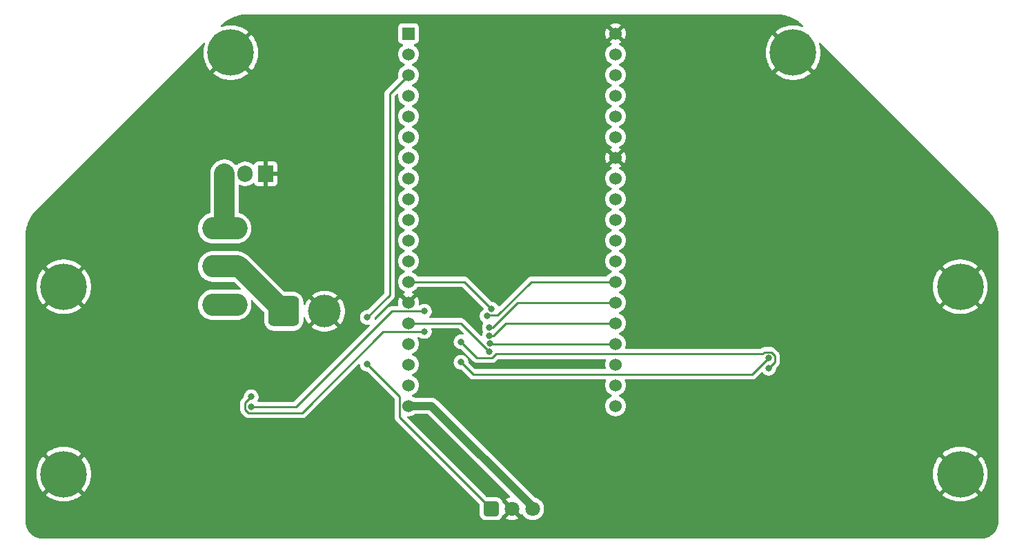
<source format=gbr>
%TF.GenerationSoftware,KiCad,Pcbnew,9.0.1*%
%TF.CreationDate,2025-05-09T11:09:33+02:00*%
%TF.ProjectId,FL-Zetor,464c2d5a-6574-46f7-922e-6b696361645f,rev?*%
%TF.SameCoordinates,Original*%
%TF.FileFunction,Copper,L2,Bot*%
%TF.FilePolarity,Positive*%
%FSLAX46Y46*%
G04 Gerber Fmt 4.6, Leading zero omitted, Abs format (unit mm)*
G04 Created by KiCad (PCBNEW 9.0.1) date 2025-05-09 11:09:33*
%MOMM*%
%LPD*%
G01*
G04 APERTURE LIST*
G04 Aperture macros list*
%AMRoundRect*
0 Rectangle with rounded corners*
0 $1 Rounding radius*
0 $2 $3 $4 $5 $6 $7 $8 $9 X,Y pos of 4 corners*
0 Add a 4 corners polygon primitive as box body*
4,1,4,$2,$3,$4,$5,$6,$7,$8,$9,$2,$3,0*
0 Add four circle primitives for the rounded corners*
1,1,$1+$1,$2,$3*
1,1,$1+$1,$4,$5*
1,1,$1+$1,$6,$7*
1,1,$1+$1,$8,$9*
0 Add four rect primitives between the rounded corners*
20,1,$1+$1,$2,$3,$4,$5,0*
20,1,$1+$1,$4,$5,$6,$7,0*
20,1,$1+$1,$6,$7,$8,$9,0*
20,1,$1+$1,$8,$9,$2,$3,0*%
G04 Aperture macros list end*
%TA.AperFunction,ComponentPad*%
%ADD10C,5.700000*%
%TD*%
%TA.AperFunction,ComponentPad*%
%ADD11RoundRect,0.250200X-0.649800X-0.649800X0.649800X-0.649800X0.649800X0.649800X-0.649800X0.649800X0*%
%TD*%
%TA.AperFunction,ComponentPad*%
%ADD12C,1.800000*%
%TD*%
%TA.AperFunction,ComponentPad*%
%ADD13R,1.905000X2.000000*%
%TD*%
%TA.AperFunction,ComponentPad*%
%ADD14O,1.905000X2.000000*%
%TD*%
%TA.AperFunction,ComponentPad*%
%ADD15R,1.530000X1.530000*%
%TD*%
%TA.AperFunction,ComponentPad*%
%ADD16C,1.530000*%
%TD*%
%TA.AperFunction,ComponentPad*%
%ADD17RoundRect,0.760000X-1.140000X-1.140000X1.140000X-1.140000X1.140000X1.140000X-1.140000X1.140000X0*%
%TD*%
%TA.AperFunction,ComponentPad*%
%ADD18C,4.000000*%
%TD*%
%TA.AperFunction,ComponentPad*%
%ADD19O,5.550000X2.775000*%
%TD*%
%TA.AperFunction,ViaPad*%
%ADD20C,0.800000*%
%TD*%
%TA.AperFunction,Conductor*%
%ADD21C,1.000000*%
%TD*%
%TA.AperFunction,Conductor*%
%ADD22C,2.500000*%
%TD*%
%TA.AperFunction,Conductor*%
%ADD23C,0.250000*%
%TD*%
G04 APERTURE END LIST*
D10*
%TO.P,H5,1,1*%
%TO.N,GND*%
X204370000Y-100775000D03*
%TD*%
%TO.P,H2,1,1*%
%TO.N,GND*%
X94370000Y-100775000D03*
%TD*%
D11*
%TO.P,U1,1,OUT*%
%TO.N,D-pin-ESP*%
X146829984Y-128025000D03*
D12*
%TO.P,U1,2,GND*%
%TO.N,GND*%
X149369984Y-128025000D03*
%TO.P,U1,3,Vs*%
%TO.N,+5V*%
X151909984Y-128025000D03*
%TD*%
D13*
%TO.P,U2,1,ADJ*%
%TO.N,GND*%
X119174479Y-86900357D03*
D14*
%TO.P,U2,2,VO*%
%TO.N,+5V*%
X116634479Y-86900357D03*
%TO.P,U2,3,VI*%
%TO.N,+12V*%
X114094479Y-86900357D03*
%TD*%
D15*
%TO.P,MCU1,1,3V3*%
%TO.N,unconnected-(MCU1-3V3-Pad1)*%
X136670000Y-69675000D03*
D16*
%TO.P,MCU1,2,EN*%
%TO.N,unconnected-(MCU1-EN-Pad2)*%
X136670000Y-72215000D03*
%TO.P,MCU1,3,SENSOR_VP*%
%TO.N,D-pin-ESP*%
X136670000Y-74755000D03*
%TO.P,MCU1,4,SENSOR_VN*%
%TO.N,unconnected-(MCU1-SENSOR_VN-Pad4)*%
X136670000Y-77295000D03*
%TO.P,MCU1,5,IO34*%
%TO.N,unconnected-(MCU1-IO34-Pad5)*%
X136670000Y-79835000D03*
%TO.P,MCU1,6,IO35*%
%TO.N,unconnected-(MCU1-IO35-Pad6)*%
X136670000Y-82375000D03*
%TO.P,MCU1,7,IO32*%
%TO.N,unconnected-(MCU1-IO32-Pad7)*%
X136670000Y-84915000D03*
%TO.P,MCU1,8,IO33*%
%TO.N,S_D5*%
X136670000Y-87455000D03*
%TO.P,MCU1,9,IO25*%
%TO.N,S_D4*%
X136670000Y-89995000D03*
%TO.P,MCU1,10,IO26*%
%TO.N,S_D3*%
X136670000Y-92535000D03*
%TO.P,MCU1,11,IO27*%
%TO.N,S_D2*%
X136670000Y-95075000D03*
%TO.P,MCU1,12,IO14*%
%TO.N,S_D1*%
X136670000Y-97615000D03*
%TO.P,MCU1,13,IO12*%
%TO.N,PWM_A*%
X136670000Y-100155000D03*
%TO.P,MCU1,14,GND1*%
%TO.N,GND*%
X136670000Y-102695000D03*
%TO.P,MCU1,15,IO13*%
%TO.N,PWM_B*%
X136670000Y-105235000D03*
%TO.P,MCU1,16,SD2*%
%TO.N,unconnected-(MCU1-SD2-Pad16)*%
X136670000Y-107775000D03*
%TO.P,MCU1,17,SD3*%
%TO.N,unconnected-(MCU1-SD3-Pad17)*%
X136670000Y-110315000D03*
%TO.P,MCU1,18,CMD*%
%TO.N,unconnected-(MCU1-CMD-Pad18)*%
X136670000Y-112855000D03*
%TO.P,MCU1,19,EXT_5V*%
%TO.N,+5V*%
X136670000Y-115395000D03*
%TO.P,MCU1,20,CLK*%
%TO.N,unconnected-(MCU1-CLK-Pad20)*%
X162070000Y-115395000D03*
%TO.P,MCU1,21,SD0*%
%TO.N,unconnected-(MCU1-SD0-Pad21)*%
X162070000Y-112855000D03*
%TO.P,MCU1,22,SD1*%
%TO.N,unconnected-(MCU1-SD1-Pad22)*%
X162070000Y-110315000D03*
%TO.P,MCU1,23,IO15*%
%TO.N,D.M.C.B.2*%
X162070000Y-107775000D03*
%TO.P,MCU1,24,IO2*%
%TO.N,D.M.C.B.1*%
X162070000Y-105235000D03*
%TO.P,MCU1,25,IO0*%
%TO.N,D.M.C.A.1*%
X162070000Y-102695000D03*
%TO.P,MCU1,26,IO4*%
%TO.N,D.M.C.A.2*%
X162070000Y-100155000D03*
%TO.P,MCU1,27,IO16*%
%TO.N,unconnected-(MCU1-IO16-Pad27)*%
X162070000Y-97615000D03*
%TO.P,MCU1,28,IO17*%
%TO.N,unconnected-(MCU1-IO17-Pad28)*%
X162070000Y-95075000D03*
%TO.P,MCU1,29,IO5*%
%TO.N,unconnected-(MCU1-IO5-Pad29)*%
X162070000Y-92535000D03*
%TO.P,MCU1,30,IO18*%
%TO.N,S_D9*%
X162070000Y-89995000D03*
%TO.P,MCU1,31,IO19*%
%TO.N,S_D8*%
X162070000Y-87455000D03*
%TO.P,MCU1,32,GND2*%
%TO.N,GND*%
X162070000Y-84915000D03*
%TO.P,MCU1,33,IO21*%
%TO.N,unconnected-(MCU1-IO21-Pad33)*%
X162070000Y-82375000D03*
%TO.P,MCU1,34,RXD0*%
%TO.N,unconnected-(MCU1-RXD0-Pad34)*%
X162070000Y-79835000D03*
%TO.P,MCU1,35,TXD0*%
%TO.N,unconnected-(MCU1-TXD0-Pad35)*%
X162070000Y-77295000D03*
%TO.P,MCU1,36,IO22*%
%TO.N,S_D7*%
X162070000Y-74755000D03*
%TO.P,MCU1,37,IO23*%
%TO.N,S_D6*%
X162070000Y-72215000D03*
%TO.P,MCU1,38,GND3*%
%TO.N,GND*%
X162070000Y-69675000D03*
%TD*%
D10*
%TO.P,H4,1,1*%
%TO.N,GND*%
X114870000Y-72025000D03*
%TD*%
D17*
%TO.P,J1,1,Pin_1*%
%TO.N,+12V*%
X121370000Y-103775000D03*
D18*
%TO.P,J1,2,Pin_2*%
%TO.N,GND*%
X126370000Y-103775000D03*
%TD*%
D10*
%TO.P,H3,1,1*%
%TO.N,GND*%
X183870000Y-72025000D03*
%TD*%
%TO.P,H6,1,1*%
%TO.N,GND*%
X204370000Y-123775000D03*
%TD*%
D19*
%TO.P,SW1,1,A*%
%TO.N,unconnected-(SW1A-A-Pad1)*%
X114120000Y-102975000D03*
%TO.P,SW1,2,B*%
%TO.N,+12V*%
X114120000Y-98275000D03*
%TO.P,SW1,3,C*%
X114120000Y-93575000D03*
%TD*%
D10*
%TO.P,H1,1,1*%
%TO.N,GND*%
X94370000Y-123775000D03*
%TD*%
D20*
%TO.N,LM2*%
X138620000Y-106275000D03*
X117370000Y-114275000D03*
%TO.N,LM1*%
X117370000Y-115525000D03*
X138620000Y-103775000D03*
%TO.N,RM2*%
X180870000Y-110775000D03*
X143120000Y-107525000D03*
%TO.N,RM1*%
X180870000Y-109525000D03*
X143120000Y-110025000D03*
%TO.N,PWM_A*%
X146870000Y-103525000D03*
%TO.N,D-pin-ESP*%
X131620000Y-104525000D03*
X131620000Y-110275000D03*
%TO.N,PWM_B*%
X146620000Y-108775000D03*
%TO.N,D.M.C.A.2*%
X146315298Y-104357053D03*
%TO.N,D.M.C.A.1*%
X146605119Y-105747562D03*
%TO.N,D.M.C.B.2*%
X146632653Y-107762347D03*
%TO.N,D.M.C.B.1*%
X146615495Y-106762492D03*
%TD*%
D21*
%TO.N,+5V*%
X139490000Y-115395000D02*
X151909984Y-127814984D01*
X136670000Y-115395000D02*
X139490000Y-115395000D01*
X151909984Y-127814984D02*
X151909984Y-128025000D01*
D22*
%TO.N,+12V*%
X115870000Y-98275000D02*
X114120000Y-98275000D01*
D23*
X116620000Y-98275000D02*
X114120000Y-98275000D01*
D22*
X121370000Y-103775000D02*
X115870000Y-98275000D01*
X114120000Y-93575000D02*
X114094479Y-93549479D01*
X114094479Y-93549479D02*
X114094479Y-86900357D01*
D23*
%TO.N,LM2*%
X117370000Y-114275000D02*
X116644000Y-115001000D01*
X123644000Y-116251000D02*
X133569000Y-106326000D01*
X117069280Y-116251000D02*
X123644000Y-116251000D01*
X116644000Y-115825720D02*
X117069280Y-116251000D01*
X133569000Y-106326000D02*
X138569000Y-106326000D01*
X116644000Y-115001000D02*
X116644000Y-115825720D01*
X138569000Y-106326000D02*
X138620000Y-106275000D01*
%TO.N,LM1*%
X134609000Y-103786000D02*
X138609000Y-103786000D01*
X138609000Y-103786000D02*
X138620000Y-103775000D01*
X117370000Y-115525000D02*
X122870000Y-115525000D01*
X122870000Y-115525000D02*
X134609000Y-103786000D01*
%TO.N,RM2*%
X147396720Y-109025000D02*
X146920720Y-109501000D01*
X181596000Y-110049000D02*
X181596000Y-109224280D01*
X181170720Y-108799000D02*
X180346000Y-108799000D01*
X145096000Y-109501000D02*
X143120000Y-107525000D01*
X180346000Y-108799000D02*
X180120000Y-109025000D01*
X181596000Y-109224280D02*
X181170720Y-108799000D01*
X180120000Y-109025000D02*
X147396720Y-109025000D01*
X180870000Y-110775000D02*
X181596000Y-110049000D01*
X146920720Y-109501000D02*
X145096000Y-109501000D01*
%TO.N,RM1*%
X143120000Y-110025000D02*
X144620000Y-111525000D01*
X178870000Y-111525000D02*
X180870000Y-109525000D01*
X144620000Y-111525000D02*
X178870000Y-111525000D01*
%TO.N,PWM_A*%
X136670000Y-100155000D02*
X143500000Y-100155000D01*
X143500000Y-100155000D02*
X146870000Y-103525000D01*
%TO.N,D-pin-ESP*%
X146829984Y-128025000D02*
X146370000Y-128025000D01*
X134370000Y-77055000D02*
X136670000Y-74755000D01*
X135579000Y-116774016D02*
X135579000Y-114234000D01*
X134370000Y-101775000D02*
X134370000Y-77055000D01*
X135579000Y-114234000D02*
X131620000Y-110275000D01*
X131620000Y-104525000D02*
X134370000Y-101775000D01*
X146829984Y-128025000D02*
X135579000Y-116774016D01*
%TO.N,PWM_B*%
X143080000Y-105235000D02*
X146620000Y-108775000D01*
X136670000Y-105235000D02*
X143080000Y-105235000D01*
%TO.N,D.M.C.A.2*%
X146397351Y-104275000D02*
X147620000Y-104275000D01*
X147620000Y-104275000D02*
X151740000Y-100155000D01*
X151740000Y-100155000D02*
X162070000Y-100155000D01*
X146315298Y-104357053D02*
X146397351Y-104275000D01*
%TO.N,D.M.C.A.1*%
X146632557Y-105775000D02*
X146965176Y-105775000D01*
X146965176Y-105775000D02*
X150045176Y-102695000D01*
X146605119Y-105747562D02*
X146632557Y-105775000D01*
X150045176Y-102695000D02*
X162070000Y-102695000D01*
%TO.N,D.M.C.B.2*%
X146645306Y-107775000D02*
X146632653Y-107762347D01*
X162070000Y-107775000D02*
X146645306Y-107775000D01*
%TO.N,D.M.C.B.1*%
X147092508Y-106762492D02*
X146615495Y-106762492D01*
X162070000Y-105235000D02*
X148620000Y-105235000D01*
X148620000Y-105235000D02*
X147092508Y-106762492D01*
%TD*%
%TA.AperFunction,Conductor*%
%TO.N,GND*%
G36*
X139055055Y-116399396D02*
G01*
X139083954Y-116410838D01*
X139109101Y-116429108D01*
X139111898Y-116431819D01*
X149129206Y-126449127D01*
X149148257Y-126473687D01*
X149160601Y-126502213D01*
X149165464Y-126532913D01*
X149162539Y-126563858D01*
X149152010Y-126593103D01*
X149134539Y-126618811D01*
X149111223Y-126639366D01*
X149083529Y-126653477D01*
X149067885Y-126657974D01*
X149023531Y-126667623D01*
X148927603Y-126695789D01*
X148927593Y-126695792D01*
X148833883Y-126730745D01*
X148742910Y-126772290D01*
X148655165Y-126820202D01*
X148655146Y-126820213D01*
X148572112Y-126873574D01*
X148572112Y-126873575D01*
X149281399Y-127582861D01*
X149225026Y-127597967D01*
X149170527Y-127620541D01*
X149119441Y-127650035D01*
X149072641Y-127685946D01*
X149030930Y-127727657D01*
X148995019Y-127774457D01*
X148965525Y-127825543D01*
X148942951Y-127880042D01*
X148927845Y-127936414D01*
X148240656Y-127249225D01*
X148221605Y-127224665D01*
X148209261Y-127196139D01*
X148207295Y-127188467D01*
X148204171Y-127174421D01*
X148179687Y-127101003D01*
X148163735Y-127065747D01*
X148147785Y-127030494D01*
X148108805Y-126963640D01*
X148108801Y-126963634D01*
X148063152Y-126901144D01*
X148063151Y-126901143D01*
X148063149Y-126901140D01*
X148038286Y-126873574D01*
X148011314Y-126843669D01*
X147972083Y-126808286D01*
X147953844Y-126791835D01*
X147927088Y-126772290D01*
X147891349Y-126746182D01*
X147891343Y-126746178D01*
X147824489Y-126707198D01*
X147753982Y-126675297D01*
X147680571Y-126650815D01*
X147680564Y-126650813D01*
X147680563Y-126650813D01*
X147605016Y-126634008D01*
X147605015Y-126634007D01*
X147605007Y-126634006D01*
X147528152Y-126625061D01*
X147528147Y-126625060D01*
X147522791Y-126624887D01*
X147510750Y-126624500D01*
X147510741Y-126624500D01*
X146365437Y-126624500D01*
X146334599Y-126620604D01*
X146305700Y-126609162D01*
X146280553Y-126590892D01*
X146277756Y-126588181D01*
X136561756Y-116872181D01*
X136542705Y-116847621D01*
X136530361Y-116819095D01*
X136525498Y-116788395D01*
X136528423Y-116757450D01*
X136538952Y-116728205D01*
X136556423Y-116702497D01*
X136579739Y-116681942D01*
X136607433Y-116667831D01*
X136637768Y-116661050D01*
X136649437Y-116660500D01*
X136719716Y-116660500D01*
X136719722Y-116660500D01*
X136818858Y-116652697D01*
X136917077Y-116637141D01*
X137013773Y-116613926D01*
X137108349Y-116583197D01*
X137200223Y-116545142D01*
X137288827Y-116499995D01*
X137373616Y-116448036D01*
X137399669Y-116429108D01*
X137413333Y-116419181D01*
X137440571Y-116404207D01*
X137470677Y-116396478D01*
X137486217Y-116395500D01*
X139024217Y-116395500D01*
X139055055Y-116399396D01*
G37*
%TD.AperFunction*%
%TA.AperFunction,Conductor*%
G36*
X143220385Y-100784396D02*
G01*
X143249284Y-100795838D01*
X143274431Y-100814108D01*
X143277228Y-100816819D01*
X145860177Y-103399768D01*
X145879228Y-103424328D01*
X145891572Y-103452854D01*
X145896435Y-103483554D01*
X145893510Y-103514499D01*
X145882981Y-103543744D01*
X145865510Y-103569452D01*
X145842194Y-103590007D01*
X145834500Y-103594834D01*
X145831004Y-103596852D01*
X145830977Y-103596869D01*
X145766587Y-103641956D01*
X145706345Y-103692504D01*
X145650749Y-103748100D01*
X145600201Y-103808342D01*
X145555114Y-103872732D01*
X145555095Y-103872762D01*
X145515781Y-103940856D01*
X145515779Y-103940860D01*
X145482553Y-104012112D01*
X145482546Y-104012129D01*
X145455664Y-104085989D01*
X145455659Y-104086003D01*
X145455658Y-104086009D01*
X145449550Y-104108803D01*
X145435306Y-104161961D01*
X145435304Y-104161972D01*
X145421651Y-104239398D01*
X145414798Y-104317732D01*
X145414798Y-104396373D01*
X145421651Y-104474707D01*
X145435304Y-104552133D01*
X145435306Y-104552144D01*
X145436810Y-104557755D01*
X145455658Y-104628097D01*
X145455661Y-104628105D01*
X145455664Y-104628116D01*
X145482546Y-104701976D01*
X145482553Y-104701993D01*
X145515779Y-104773245D01*
X145515781Y-104773249D01*
X145515784Y-104773254D01*
X145555100Y-104841352D01*
X145555107Y-104841362D01*
X145555114Y-104841373D01*
X145600201Y-104905763D01*
X145650749Y-104966005D01*
X145706345Y-105021601D01*
X145706349Y-105021604D01*
X145766586Y-105072148D01*
X145786581Y-105086149D01*
X145807868Y-105101054D01*
X145830894Y-105121933D01*
X145848005Y-105147882D01*
X145858124Y-105177271D01*
X145860617Y-105208253D01*
X145855327Y-105238882D01*
X145844133Y-105264627D01*
X145825065Y-105297656D01*
X145805600Y-105331370D01*
X145772374Y-105402621D01*
X145772367Y-105402638D01*
X145745485Y-105476498D01*
X145745480Y-105476512D01*
X145745479Y-105476518D01*
X145725127Y-105552472D01*
X145721877Y-105570902D01*
X145711472Y-105629907D01*
X145704619Y-105708241D01*
X145704619Y-105786882D01*
X145711472Y-105865216D01*
X145724138Y-105937044D01*
X145725127Y-105942652D01*
X145745479Y-106018606D01*
X145745482Y-106018614D01*
X145745485Y-106018625D01*
X145772367Y-106092485D01*
X145772374Y-106092502D01*
X145805599Y-106163753D01*
X145805605Y-106163763D01*
X145827690Y-106202016D01*
X145839733Y-106230667D01*
X145844274Y-106261416D01*
X145841025Y-106292328D01*
X145830190Y-106321461D01*
X145827691Y-106326007D01*
X145815978Y-106346295D01*
X145815976Y-106346299D01*
X145782750Y-106417551D01*
X145782743Y-106417568D01*
X145755861Y-106491428D01*
X145755856Y-106491442D01*
X145755855Y-106491448D01*
X145754830Y-106495274D01*
X145735503Y-106567400D01*
X145735501Y-106567411D01*
X145721848Y-106644836D01*
X145717074Y-106699402D01*
X145710505Y-106729783D01*
X145696587Y-106757575D01*
X145676195Y-106781033D01*
X145650609Y-106798683D01*
X145621438Y-106809415D01*
X145590514Y-106812556D01*
X145559781Y-106807907D01*
X145531170Y-106795762D01*
X145506478Y-106776883D01*
X145505865Y-106776274D01*
X143497460Y-104767869D01*
X143497457Y-104767866D01*
X143456261Y-104735013D01*
X143442528Y-104724062D01*
X143393271Y-104693112D01*
X143383043Y-104686685D01*
X143319746Y-104656202D01*
X143316288Y-104654992D01*
X143316279Y-104654988D01*
X143253434Y-104632999D01*
X143253428Y-104632997D01*
X143184933Y-104617364D01*
X143115133Y-104609500D01*
X143115127Y-104609500D01*
X139358363Y-104609500D01*
X139327525Y-104605604D01*
X139298626Y-104594162D01*
X139273479Y-104575892D01*
X139253666Y-104551943D01*
X139240432Y-104523818D01*
X139234608Y-104493286D01*
X139236559Y-104462265D01*
X139246164Y-104432703D01*
X139262819Y-104406459D01*
X139270682Y-104397819D01*
X139284548Y-104383952D01*
X139288142Y-104379669D01*
X139335095Y-104323712D01*
X139380198Y-104259299D01*
X139419514Y-104191201D01*
X139448047Y-104130012D01*
X139452744Y-104119940D01*
X139452751Y-104119923D01*
X139479633Y-104046063D01*
X139479632Y-104046063D01*
X139479640Y-104046044D01*
X139499992Y-103970090D01*
X139513647Y-103892651D01*
X139520500Y-103814317D01*
X139520500Y-103735683D01*
X139513647Y-103657349D01*
X139499992Y-103579910D01*
X139479640Y-103503956D01*
X139476384Y-103495009D01*
X139452751Y-103430076D01*
X139452744Y-103430059D01*
X139419518Y-103358807D01*
X139419516Y-103358803D01*
X139418371Y-103356819D01*
X139380198Y-103290701D01*
X139369275Y-103275102D01*
X139335096Y-103226289D01*
X139284548Y-103166047D01*
X139228952Y-103110451D01*
X139168710Y-103059903D01*
X139104320Y-103014816D01*
X139104309Y-103014809D01*
X139104299Y-103014802D01*
X139036201Y-102975486D01*
X139036202Y-102975486D01*
X139036196Y-102975483D01*
X139036192Y-102975481D01*
X138964940Y-102942255D01*
X138964923Y-102942248D01*
X138891063Y-102915366D01*
X138891052Y-102915363D01*
X138891044Y-102915360D01*
X138835443Y-102900461D01*
X138815091Y-102895008D01*
X138815080Y-102895006D01*
X138737654Y-102881353D01*
X138659320Y-102874500D01*
X138659317Y-102874500D01*
X138580683Y-102874500D01*
X138580679Y-102874500D01*
X138502345Y-102881353D01*
X138424919Y-102895006D01*
X138424908Y-102895008D01*
X138388452Y-102904777D01*
X138348956Y-102915360D01*
X138348950Y-102915361D01*
X138348936Y-102915366D01*
X138275076Y-102942248D01*
X138275059Y-102942255D01*
X138203807Y-102975481D01*
X138203803Y-102975483D01*
X138135709Y-103014797D01*
X138135691Y-103014808D01*
X138110023Y-103032781D01*
X138082527Y-103047277D01*
X138052290Y-103054479D01*
X138021213Y-103053936D01*
X137991246Y-103045681D01*
X137964274Y-103030233D01*
X137941991Y-103008562D01*
X137925798Y-102982031D01*
X137916711Y-102952306D01*
X137915302Y-102921256D01*
X137916429Y-102911804D01*
X137927201Y-102843796D01*
X137934999Y-102744707D01*
X137935000Y-102744694D01*
X137935000Y-102645305D01*
X137934999Y-102645292D01*
X137927200Y-102546199D01*
X137927200Y-102546198D01*
X137911651Y-102448025D01*
X137888439Y-102351344D01*
X137857731Y-102256833D01*
X137819688Y-102164992D01*
X137819686Y-102164986D01*
X137774559Y-102076417D01*
X137774551Y-102076403D01*
X137724242Y-101994308D01*
X137161605Y-102556945D01*
X137160840Y-102553591D01*
X137141921Y-102499524D01*
X137117068Y-102447914D01*
X137086592Y-102399412D01*
X137050877Y-102354628D01*
X137010372Y-102314123D01*
X136965588Y-102278408D01*
X136917086Y-102247932D01*
X136865476Y-102223079D01*
X136811409Y-102204160D01*
X136808052Y-102203393D01*
X137370690Y-101640756D01*
X137288593Y-101590447D01*
X137288573Y-101590436D01*
X137200013Y-101545313D01*
X137199989Y-101545303D01*
X137186776Y-101539829D01*
X137159777Y-101524428D01*
X137137457Y-101502796D01*
X137121217Y-101476293D01*
X137112079Y-101446584D01*
X137110616Y-101415536D01*
X137116920Y-101385100D01*
X137130596Y-101357187D01*
X137150783Y-101333552D01*
X137176214Y-101315681D01*
X137186764Y-101310716D01*
X137200223Y-101305142D01*
X137288827Y-101259995D01*
X137373616Y-101208036D01*
X137454068Y-101149585D01*
X137529685Y-101085002D01*
X137600002Y-101014685D01*
X137664585Y-100939068D01*
X137723036Y-100858616D01*
X137734623Y-100839707D01*
X137754056Y-100815452D01*
X137778913Y-100796789D01*
X137807630Y-100784895D01*
X137838402Y-100780515D01*
X137840349Y-100780500D01*
X143189547Y-100780500D01*
X143220385Y-100784396D01*
G37*
%TD.AperFunction*%
%TA.AperFunction,Conductor*%
G36*
X135310621Y-77080367D02*
G01*
X135339866Y-77090896D01*
X135365574Y-77108367D01*
X135386129Y-77131683D01*
X135400240Y-77159377D01*
X135407021Y-77189712D01*
X135407189Y-77211110D01*
X135404500Y-77245271D01*
X135404500Y-77344725D01*
X135406131Y-77365452D01*
X135412303Y-77443858D01*
X135427859Y-77542077D01*
X135451074Y-77638773D01*
X135451076Y-77638780D01*
X135451078Y-77638787D01*
X135481802Y-77733347D01*
X135519858Y-77825223D01*
X135519865Y-77825238D01*
X135564995Y-77913808D01*
X135565005Y-77913827D01*
X135565012Y-77913838D01*
X135616956Y-77998604D01*
X135616978Y-77998636D01*
X135675409Y-78079060D01*
X135675419Y-78079074D01*
X135739992Y-78154678D01*
X135739998Y-78154685D01*
X135810315Y-78225002D01*
X135810321Y-78225007D01*
X135885925Y-78289580D01*
X135885932Y-78289585D01*
X135966384Y-78348036D01*
X136051173Y-78399995D01*
X136139777Y-78445142D01*
X136152568Y-78450440D01*
X136179565Y-78465839D01*
X136201887Y-78487470D01*
X136218127Y-78513973D01*
X136227267Y-78543681D01*
X136228731Y-78574729D01*
X136222427Y-78605166D01*
X136208753Y-78633079D01*
X136188566Y-78656715D01*
X136163136Y-78674587D01*
X136152571Y-78679558D01*
X136139782Y-78684856D01*
X136139777Y-78684858D01*
X136139761Y-78684865D01*
X136051191Y-78729995D01*
X136051161Y-78730012D01*
X135966395Y-78781956D01*
X135966363Y-78781978D01*
X135885939Y-78840409D01*
X135885925Y-78840419D01*
X135810321Y-78904992D01*
X135810307Y-78905005D01*
X135740005Y-78975307D01*
X135739992Y-78975321D01*
X135675419Y-79050925D01*
X135675409Y-79050939D01*
X135616978Y-79131363D01*
X135616956Y-79131395D01*
X135565012Y-79216161D01*
X135564995Y-79216191D01*
X135519865Y-79304761D01*
X135519858Y-79304776D01*
X135481802Y-79396652D01*
X135451078Y-79491212D01*
X135427858Y-79587928D01*
X135412304Y-79686132D01*
X135412303Y-79686142D01*
X135404500Y-79785278D01*
X135404500Y-79884722D01*
X135412303Y-79983858D01*
X135427859Y-80082077D01*
X135451074Y-80178773D01*
X135451076Y-80178780D01*
X135451078Y-80178787D01*
X135481802Y-80273347D01*
X135519858Y-80365223D01*
X135519865Y-80365238D01*
X135564995Y-80453808D01*
X135565005Y-80453827D01*
X135565012Y-80453838D01*
X135616956Y-80538604D01*
X135616978Y-80538636D01*
X135675409Y-80619060D01*
X135675419Y-80619074D01*
X135739992Y-80694678D01*
X135739998Y-80694685D01*
X135810315Y-80765002D01*
X135810321Y-80765007D01*
X135885925Y-80829580D01*
X135885932Y-80829585D01*
X135966384Y-80888036D01*
X136051173Y-80939995D01*
X136139777Y-80985142D01*
X136152568Y-80990440D01*
X136179565Y-81005839D01*
X136201887Y-81027470D01*
X136218127Y-81053973D01*
X136227267Y-81083681D01*
X136228731Y-81114729D01*
X136222427Y-81145166D01*
X136208753Y-81173079D01*
X136188566Y-81196715D01*
X136163136Y-81214587D01*
X136152571Y-81219558D01*
X136139782Y-81224856D01*
X136139777Y-81224858D01*
X136139761Y-81224865D01*
X136051191Y-81269995D01*
X136051161Y-81270012D01*
X135966395Y-81321956D01*
X135966363Y-81321978D01*
X135885939Y-81380409D01*
X135885925Y-81380419D01*
X135810321Y-81444992D01*
X135810307Y-81445005D01*
X135740005Y-81515307D01*
X135739992Y-81515321D01*
X135675419Y-81590925D01*
X135675409Y-81590939D01*
X135616978Y-81671363D01*
X135616956Y-81671395D01*
X135565012Y-81756161D01*
X135564995Y-81756191D01*
X135519865Y-81844761D01*
X135519858Y-81844776D01*
X135481802Y-81936652D01*
X135451078Y-82031212D01*
X135427858Y-82127928D01*
X135412304Y-82226132D01*
X135412303Y-82226142D01*
X135404500Y-82325278D01*
X135404500Y-82424722D01*
X135412303Y-82523858D01*
X135427859Y-82622077D01*
X135451074Y-82718773D01*
X135451076Y-82718780D01*
X135451078Y-82718787D01*
X135481802Y-82813347D01*
X135519858Y-82905223D01*
X135519865Y-82905238D01*
X135564995Y-82993808D01*
X135565005Y-82993827D01*
X135565012Y-82993838D01*
X135616956Y-83078604D01*
X135616978Y-83078636D01*
X135675409Y-83159060D01*
X135675419Y-83159074D01*
X135739992Y-83234678D01*
X135739998Y-83234685D01*
X135810315Y-83305002D01*
X135810321Y-83305007D01*
X135885925Y-83369580D01*
X135885932Y-83369585D01*
X135966384Y-83428036D01*
X136051173Y-83479995D01*
X136139777Y-83525142D01*
X136152568Y-83530440D01*
X136179565Y-83545839D01*
X136201887Y-83567470D01*
X136218127Y-83593973D01*
X136227267Y-83623681D01*
X136228731Y-83654729D01*
X136222427Y-83685166D01*
X136208753Y-83713079D01*
X136188566Y-83736715D01*
X136163136Y-83754587D01*
X136152571Y-83759558D01*
X136139782Y-83764856D01*
X136139777Y-83764858D01*
X136139761Y-83764865D01*
X136051191Y-83809995D01*
X136051161Y-83810012D01*
X135966395Y-83861956D01*
X135966363Y-83861978D01*
X135885939Y-83920409D01*
X135885925Y-83920419D01*
X135810321Y-83984992D01*
X135810307Y-83985005D01*
X135740005Y-84055307D01*
X135739992Y-84055321D01*
X135675419Y-84130925D01*
X135675409Y-84130939D01*
X135616978Y-84211363D01*
X135616956Y-84211395D01*
X135565012Y-84296161D01*
X135564995Y-84296191D01*
X135519865Y-84384761D01*
X135519858Y-84384776D01*
X135481802Y-84476652D01*
X135451078Y-84571212D01*
X135451075Y-84571222D01*
X135451074Y-84571227D01*
X135439506Y-84619412D01*
X135427858Y-84667928D01*
X135412304Y-84766132D01*
X135412302Y-84766149D01*
X135404500Y-84865274D01*
X135404500Y-84964725D01*
X135412302Y-85063850D01*
X135412304Y-85063867D01*
X135427111Y-85157353D01*
X135427859Y-85162077D01*
X135451074Y-85258773D01*
X135451076Y-85258780D01*
X135451078Y-85258787D01*
X135481802Y-85353347D01*
X135519858Y-85445223D01*
X135519865Y-85445238D01*
X135564887Y-85533596D01*
X135565005Y-85533827D01*
X135565012Y-85533838D01*
X135616956Y-85618604D01*
X135616978Y-85618636D01*
X135675409Y-85699060D01*
X135675419Y-85699074D01*
X135718915Y-85750000D01*
X135739998Y-85774685D01*
X135810315Y-85845002D01*
X135810321Y-85845007D01*
X135885925Y-85909580D01*
X135885932Y-85909585D01*
X135966384Y-85968036D01*
X135966391Y-85968040D01*
X135966395Y-85968043D01*
X135978530Y-85975479D01*
X136051173Y-86019995D01*
X136139777Y-86065142D01*
X136152568Y-86070440D01*
X136179565Y-86085839D01*
X136201887Y-86107470D01*
X136218127Y-86133973D01*
X136227267Y-86163681D01*
X136228731Y-86194729D01*
X136222427Y-86225166D01*
X136208753Y-86253079D01*
X136188566Y-86276715D01*
X136163136Y-86294587D01*
X136152571Y-86299558D01*
X136139782Y-86304856D01*
X136139777Y-86304858D01*
X136139761Y-86304865D01*
X136051191Y-86349995D01*
X136051161Y-86350012D01*
X135966395Y-86401956D01*
X135966363Y-86401978D01*
X135885939Y-86460409D01*
X135885925Y-86460419D01*
X135810321Y-86524992D01*
X135810307Y-86525005D01*
X135740005Y-86595307D01*
X135739992Y-86595321D01*
X135675419Y-86670925D01*
X135675409Y-86670939D01*
X135616978Y-86751363D01*
X135616956Y-86751395D01*
X135565012Y-86836161D01*
X135564995Y-86836191D01*
X135519865Y-86924761D01*
X135519858Y-86924776D01*
X135481802Y-87016652D01*
X135451078Y-87111212D01*
X135427858Y-87207928D01*
X135412304Y-87306132D01*
X135412302Y-87306149D01*
X135404500Y-87405274D01*
X135404500Y-87504725D01*
X135411893Y-87598659D01*
X135412303Y-87603858D01*
X135427859Y-87702077D01*
X135451074Y-87798773D01*
X135451076Y-87798780D01*
X135451078Y-87798787D01*
X135481802Y-87893347D01*
X135519858Y-87985223D01*
X135519865Y-87985238D01*
X135543707Y-88032029D01*
X135565005Y-88073827D01*
X135565012Y-88073838D01*
X135616956Y-88158604D01*
X135616978Y-88158636D01*
X135675409Y-88239060D01*
X135675419Y-88239074D01*
X135739992Y-88314678D01*
X135739998Y-88314685D01*
X135810315Y-88385002D01*
X135810321Y-88385007D01*
X135885925Y-88449580D01*
X135885932Y-88449585D01*
X135966384Y-88508036D01*
X136051173Y-88559995D01*
X136139777Y-88605142D01*
X136152568Y-88610440D01*
X136179565Y-88625839D01*
X136201887Y-88647470D01*
X136218127Y-88673973D01*
X136227267Y-88703681D01*
X136228731Y-88734729D01*
X136222427Y-88765166D01*
X136208753Y-88793079D01*
X136188566Y-88816715D01*
X136163136Y-88834587D01*
X136152571Y-88839558D01*
X136139782Y-88844856D01*
X136139777Y-88844858D01*
X136139761Y-88844865D01*
X136051191Y-88889995D01*
X136051161Y-88890012D01*
X135966395Y-88941956D01*
X135966363Y-88941978D01*
X135885939Y-89000409D01*
X135885925Y-89000419D01*
X135810321Y-89064992D01*
X135810307Y-89065005D01*
X135740005Y-89135307D01*
X135739992Y-89135321D01*
X135675419Y-89210925D01*
X135675409Y-89210939D01*
X135616978Y-89291363D01*
X135616956Y-89291395D01*
X135565012Y-89376161D01*
X135564995Y-89376191D01*
X135519865Y-89464761D01*
X135519858Y-89464776D01*
X135481802Y-89556652D01*
X135451078Y-89651212D01*
X135427858Y-89747928D01*
X135412304Y-89846132D01*
X135412303Y-89846142D01*
X135404500Y-89945278D01*
X135404500Y-90044722D01*
X135412303Y-90143858D01*
X135427859Y-90242077D01*
X135451074Y-90338773D01*
X135451076Y-90338780D01*
X135451078Y-90338787D01*
X135481802Y-90433347D01*
X135519858Y-90525223D01*
X135519865Y-90525238D01*
X135564995Y-90613808D01*
X135565005Y-90613827D01*
X135565012Y-90613838D01*
X135616956Y-90698604D01*
X135616978Y-90698636D01*
X135675409Y-90779060D01*
X135675419Y-90779074D01*
X135727210Y-90839712D01*
X135739998Y-90854685D01*
X135810315Y-90925002D01*
X135810321Y-90925007D01*
X135885925Y-90989580D01*
X135885932Y-90989585D01*
X135966384Y-91048036D01*
X136051173Y-91099995D01*
X136139777Y-91145142D01*
X136152568Y-91150440D01*
X136179565Y-91165839D01*
X136201887Y-91187470D01*
X136218127Y-91213973D01*
X136227267Y-91243681D01*
X136228731Y-91274729D01*
X136222427Y-91305166D01*
X136208753Y-91333079D01*
X136188566Y-91356715D01*
X136163136Y-91374587D01*
X136152571Y-91379558D01*
X136139782Y-91384856D01*
X136139777Y-91384858D01*
X136139761Y-91384865D01*
X136051191Y-91429995D01*
X136051161Y-91430012D01*
X135966395Y-91481956D01*
X135966363Y-91481978D01*
X135885939Y-91540409D01*
X135885925Y-91540419D01*
X135810321Y-91604992D01*
X135810307Y-91605005D01*
X135740005Y-91675307D01*
X135739992Y-91675321D01*
X135675419Y-91750925D01*
X135675409Y-91750939D01*
X135616978Y-91831363D01*
X135616956Y-91831395D01*
X135565012Y-91916161D01*
X135564995Y-91916191D01*
X135519865Y-92004761D01*
X135519858Y-92004776D01*
X135481802Y-92096652D01*
X135451078Y-92191212D01*
X135451075Y-92191222D01*
X135451074Y-92191227D01*
X135429684Y-92280322D01*
X135427858Y-92287928D01*
X135412304Y-92386132D01*
X135412302Y-92386149D01*
X135404500Y-92485274D01*
X135404500Y-92584725D01*
X135407952Y-92628587D01*
X135412303Y-92683858D01*
X135427859Y-92782077D01*
X135451074Y-92878773D01*
X135451076Y-92878780D01*
X135451078Y-92878787D01*
X135481802Y-92973347D01*
X135519858Y-93065223D01*
X135519865Y-93065238D01*
X135564995Y-93153808D01*
X135565005Y-93153827D01*
X135565012Y-93153838D01*
X135616956Y-93238604D01*
X135616978Y-93238636D01*
X135675409Y-93319060D01*
X135675419Y-93319074D01*
X135739992Y-93394678D01*
X135739998Y-93394685D01*
X135810315Y-93465002D01*
X135810321Y-93465007D01*
X135885925Y-93529580D01*
X135885932Y-93529585D01*
X135966384Y-93588036D01*
X136051173Y-93639995D01*
X136051191Y-93640004D01*
X136132974Y-93681676D01*
X136139777Y-93685142D01*
X136152568Y-93690440D01*
X136179565Y-93705839D01*
X136201887Y-93727470D01*
X136218127Y-93753973D01*
X136227267Y-93783681D01*
X136228731Y-93814729D01*
X136222427Y-93845166D01*
X136208753Y-93873079D01*
X136188566Y-93896715D01*
X136163136Y-93914587D01*
X136152571Y-93919558D01*
X136139782Y-93924856D01*
X136139777Y-93924858D01*
X136139761Y-93924865D01*
X136051191Y-93969995D01*
X136051161Y-93970012D01*
X135966395Y-94021956D01*
X135966363Y-94021978D01*
X135885939Y-94080409D01*
X135885928Y-94080418D01*
X135810321Y-94144992D01*
X135810307Y-94145005D01*
X135740005Y-94215307D01*
X135739992Y-94215321D01*
X135675419Y-94290925D01*
X135675409Y-94290939D01*
X135616978Y-94371363D01*
X135616956Y-94371395D01*
X135565012Y-94456161D01*
X135564995Y-94456191D01*
X135519865Y-94544761D01*
X135519858Y-94544776D01*
X135481802Y-94636652D01*
X135451078Y-94731212D01*
X135451075Y-94731222D01*
X135451074Y-94731227D01*
X135438338Y-94784276D01*
X135427858Y-94827928D01*
X135412304Y-94926132D01*
X135412302Y-94926149D01*
X135404500Y-95025274D01*
X135404500Y-95124725D01*
X135412302Y-95223850D01*
X135412304Y-95223867D01*
X135427858Y-95322071D01*
X135427859Y-95322077D01*
X135451074Y-95418773D01*
X135451076Y-95418780D01*
X135451078Y-95418787D01*
X135481802Y-95513347D01*
X135519858Y-95605223D01*
X135519865Y-95605238D01*
X135564995Y-95693808D01*
X135565005Y-95693827D01*
X135565012Y-95693838D01*
X135616956Y-95778604D01*
X135616978Y-95778636D01*
X135675409Y-95859060D01*
X135675419Y-95859074D01*
X135739992Y-95934678D01*
X135739998Y-95934685D01*
X135810315Y-96005002D01*
X135810321Y-96005007D01*
X135885925Y-96069580D01*
X135885932Y-96069585D01*
X135966384Y-96128036D01*
X136051173Y-96179995D01*
X136139777Y-96225142D01*
X136152568Y-96230440D01*
X136179565Y-96245839D01*
X136201887Y-96267470D01*
X136218127Y-96293973D01*
X136227267Y-96323681D01*
X136228731Y-96354729D01*
X136222427Y-96385166D01*
X136208753Y-96413079D01*
X136188566Y-96436715D01*
X136163136Y-96454587D01*
X136152571Y-96459558D01*
X136139782Y-96464856D01*
X136139777Y-96464858D01*
X136139761Y-96464865D01*
X136051191Y-96509995D01*
X136051161Y-96510012D01*
X135966395Y-96561956D01*
X135966363Y-96561978D01*
X135885939Y-96620409D01*
X135885925Y-96620419D01*
X135810321Y-96684992D01*
X135810307Y-96685005D01*
X135740005Y-96755307D01*
X135739992Y-96755321D01*
X135675419Y-96830925D01*
X135675409Y-96830939D01*
X135616978Y-96911363D01*
X135616956Y-96911395D01*
X135565012Y-96996161D01*
X135564995Y-96996191D01*
X135519865Y-97084761D01*
X135519858Y-97084776D01*
X135481802Y-97176652D01*
X135451078Y-97271212D01*
X135427858Y-97367928D01*
X135412304Y-97466132D01*
X135412302Y-97466149D01*
X135404500Y-97565274D01*
X135404500Y-97664725D01*
X135412302Y-97763850D01*
X135412304Y-97763867D01*
X135412924Y-97767780D01*
X135427859Y-97862077D01*
X135451074Y-97958773D01*
X135451076Y-97958780D01*
X135451078Y-97958787D01*
X135481802Y-98053347D01*
X135519858Y-98145223D01*
X135519865Y-98145238D01*
X135562194Y-98228310D01*
X135565005Y-98233827D01*
X135579878Y-98258098D01*
X135616956Y-98318604D01*
X135616978Y-98318636D01*
X135675409Y-98399060D01*
X135675419Y-98399074D01*
X135715447Y-98445940D01*
X135739998Y-98474685D01*
X135810315Y-98545002D01*
X135810321Y-98545007D01*
X135885925Y-98609580D01*
X135885932Y-98609585D01*
X135966384Y-98668036D01*
X135966391Y-98668040D01*
X135966395Y-98668043D01*
X135971945Y-98671444D01*
X136051173Y-98719995D01*
X136139777Y-98765142D01*
X136152568Y-98770440D01*
X136179565Y-98785839D01*
X136201887Y-98807470D01*
X136218127Y-98833973D01*
X136227267Y-98863681D01*
X136228731Y-98894729D01*
X136222427Y-98925166D01*
X136208753Y-98953079D01*
X136188566Y-98976715D01*
X136163136Y-98994587D01*
X136152571Y-98999558D01*
X136139782Y-99004856D01*
X136139777Y-99004858D01*
X136139761Y-99004865D01*
X136051191Y-99049995D01*
X136051161Y-99050012D01*
X135966395Y-99101956D01*
X135966363Y-99101978D01*
X135885939Y-99160409D01*
X135885925Y-99160419D01*
X135810321Y-99224992D01*
X135810307Y-99225005D01*
X135740005Y-99295307D01*
X135739992Y-99295321D01*
X135675419Y-99370925D01*
X135675409Y-99370939D01*
X135616978Y-99451363D01*
X135616956Y-99451395D01*
X135565012Y-99536161D01*
X135564995Y-99536191D01*
X135519865Y-99624761D01*
X135519858Y-99624776D01*
X135481802Y-99716652D01*
X135451078Y-99811212D01*
X135451075Y-99811222D01*
X135451074Y-99811227D01*
X135439076Y-99861201D01*
X135427858Y-99907928D01*
X135412304Y-100006132D01*
X135412302Y-100006149D01*
X135404500Y-100105274D01*
X135404500Y-100204725D01*
X135412302Y-100303850D01*
X135412304Y-100303867D01*
X135425763Y-100388842D01*
X135427859Y-100402077D01*
X135451074Y-100498773D01*
X135451076Y-100498780D01*
X135451078Y-100498787D01*
X135481802Y-100593347D01*
X135519858Y-100685223D01*
X135519865Y-100685238D01*
X135564995Y-100773808D01*
X135565005Y-100773827D01*
X135576952Y-100793322D01*
X135616956Y-100858604D01*
X135616978Y-100858636D01*
X135675409Y-100939060D01*
X135675419Y-100939074D01*
X135733455Y-101007024D01*
X135739998Y-101014685D01*
X135810315Y-101085002D01*
X135810321Y-101085007D01*
X135885925Y-101149580D01*
X135885939Y-101149590D01*
X135940814Y-101189459D01*
X135966384Y-101208036D01*
X136051173Y-101259995D01*
X136139777Y-101305142D01*
X136153219Y-101310710D01*
X136180216Y-101326107D01*
X136202538Y-101347738D01*
X136218779Y-101374240D01*
X136227919Y-101403948D01*
X136229384Y-101434996D01*
X136223082Y-101465433D01*
X136209408Y-101493346D01*
X136189222Y-101516982D01*
X136163792Y-101534856D01*
X136153226Y-101539828D01*
X136140006Y-101545304D01*
X136139986Y-101545313D01*
X136051426Y-101590436D01*
X136051413Y-101590443D01*
X135969308Y-101640756D01*
X136531947Y-102203393D01*
X136528591Y-102204160D01*
X136474524Y-102223079D01*
X136422914Y-102247932D01*
X136374412Y-102278408D01*
X136329628Y-102314123D01*
X136289123Y-102354628D01*
X136253408Y-102399412D01*
X136222932Y-102447914D01*
X136198079Y-102499524D01*
X136179160Y-102553591D01*
X136178394Y-102556946D01*
X135615756Y-101994308D01*
X135565443Y-102076413D01*
X135565436Y-102076426D01*
X135520313Y-102164986D01*
X135520311Y-102164992D01*
X135482268Y-102256833D01*
X135451560Y-102351344D01*
X135428348Y-102448025D01*
X135412799Y-102546198D01*
X135412799Y-102546199D01*
X135405000Y-102645292D01*
X135405000Y-102744707D01*
X135412799Y-102843800D01*
X135412799Y-102843801D01*
X135428349Y-102941983D01*
X135444092Y-103007551D01*
X135447504Y-103038446D01*
X135443125Y-103069219D01*
X135431230Y-103097935D01*
X135412568Y-103122792D01*
X135388310Y-103142226D01*
X135359982Y-103155018D01*
X135329362Y-103160362D01*
X135323519Y-103160500D01*
X134573866Y-103160500D01*
X134504066Y-103168364D01*
X134435571Y-103183997D01*
X134435559Y-103184001D01*
X134369263Y-103207198D01*
X134369256Y-103207201D01*
X134369254Y-103207202D01*
X134305957Y-103237685D01*
X134305955Y-103237686D01*
X134246471Y-103275062D01*
X134191539Y-103318869D01*
X132715929Y-104794479D01*
X132712038Y-104797497D01*
X132708719Y-104801140D01*
X132699795Y-104806993D01*
X132691369Y-104813530D01*
X132686850Y-104815485D01*
X132682729Y-104818189D01*
X132672626Y-104821640D01*
X132662843Y-104825874D01*
X132657979Y-104826644D01*
X132653315Y-104828238D01*
X132642676Y-104829068D01*
X132632143Y-104830737D01*
X132627239Y-104830273D01*
X132622327Y-104830657D01*
X132611818Y-104828815D01*
X132601198Y-104827812D01*
X132596561Y-104826142D01*
X132591711Y-104825293D01*
X132581992Y-104820897D01*
X132571953Y-104817283D01*
X132567878Y-104814514D01*
X132563390Y-104812484D01*
X132555069Y-104805809D01*
X132546245Y-104799812D01*
X132542986Y-104796115D01*
X132539145Y-104793034D01*
X132532744Y-104784497D01*
X132525690Y-104776496D01*
X132523455Y-104772109D01*
X132520498Y-104768166D01*
X132516419Y-104758301D01*
X132511579Y-104748801D01*
X132510504Y-104743994D01*
X132508622Y-104739441D01*
X132507125Y-104728880D01*
X132504798Y-104718467D01*
X132504844Y-104712778D01*
X132504262Y-104708666D01*
X132504948Y-104700069D01*
X132505006Y-104693112D01*
X132505443Y-104689176D01*
X132513647Y-104642651D01*
X132520500Y-104564317D01*
X132520500Y-104553592D01*
X132521258Y-104546767D01*
X132523301Y-104538278D01*
X132524396Y-104529615D01*
X132526924Y-104523229D01*
X132528533Y-104516547D01*
X132532625Y-104508829D01*
X132535838Y-104500716D01*
X132539874Y-104495160D01*
X132543095Y-104489087D01*
X132548977Y-104482630D01*
X132554108Y-104475569D01*
X132556819Y-104472772D01*
X133693753Y-103335838D01*
X134837134Y-102192457D01*
X134880937Y-102137530D01*
X134918315Y-102078043D01*
X134948798Y-102014746D01*
X134972001Y-101948434D01*
X134987634Y-101879941D01*
X134995500Y-101810127D01*
X134995500Y-101739873D01*
X134995500Y-77365452D01*
X134999396Y-77334614D01*
X135010838Y-77305715D01*
X135029108Y-77280568D01*
X135031789Y-77277801D01*
X135195892Y-77113697D01*
X135220450Y-77094649D01*
X135248976Y-77082305D01*
X135279676Y-77077442D01*
X135310621Y-77080367D01*
G37*
%TD.AperFunction*%
%TA.AperFunction,Conductor*%
G36*
X181800108Y-67325524D02*
G01*
X181806081Y-67325641D01*
X181981877Y-67329114D01*
X181986703Y-67329304D01*
X182166989Y-67339990D01*
X182171824Y-67340373D01*
X182351546Y-67358163D01*
X182356338Y-67358734D01*
X182535217Y-67383599D01*
X182539987Y-67384358D01*
X182704961Y-67413965D01*
X182717721Y-67416255D01*
X182722518Y-67417214D01*
X182898839Y-67456094D01*
X182903588Y-67457240D01*
X183078233Y-67503044D01*
X183082922Y-67504373D01*
X183255635Y-67557034D01*
X183260266Y-67558546D01*
X183430773Y-67617981D01*
X183435327Y-67619670D01*
X183603369Y-67685789D01*
X183607876Y-67687667D01*
X183773123Y-67760339D01*
X183777562Y-67762396D01*
X183939849Y-67841547D01*
X183944204Y-67843778D01*
X184103237Y-67929267D01*
X184107469Y-67931650D01*
X184245214Y-68012856D01*
X184263007Y-68023346D01*
X184267172Y-68025913D01*
X184409377Y-68117494D01*
X184418980Y-68123678D01*
X184423040Y-68126408D01*
X184570841Y-68230063D01*
X184574788Y-68232948D01*
X184709957Y-68335932D01*
X184718425Y-68342383D01*
X184722248Y-68345418D01*
X184834498Y-68438160D01*
X184861416Y-68460400D01*
X184865123Y-68463587D01*
X184943619Y-68533832D01*
X184999669Y-68583990D01*
X185003249Y-68587323D01*
X185059425Y-68641733D01*
X185078866Y-68665986D01*
X185091664Y-68694311D01*
X185097016Y-68724930D01*
X185094585Y-68755917D01*
X185084525Y-68785326D01*
X185067466Y-68811310D01*
X185044482Y-68832235D01*
X185017016Y-68846787D01*
X184986794Y-68854051D01*
X184955715Y-68853570D01*
X184933750Y-68848375D01*
X184861238Y-68824072D01*
X184861195Y-68824059D01*
X184712337Y-68781705D01*
X184712330Y-68781703D01*
X184561661Y-68746266D01*
X184409476Y-68717817D01*
X184256178Y-68696433D01*
X184256157Y-68696431D01*
X184102024Y-68682148D01*
X183947397Y-68675000D01*
X183792603Y-68675000D01*
X183637975Y-68682148D01*
X183483842Y-68696431D01*
X183483821Y-68696433D01*
X183330523Y-68717817D01*
X183178338Y-68746266D01*
X183027669Y-68781703D01*
X183027662Y-68781705D01*
X182878804Y-68824059D01*
X182878775Y-68824068D01*
X182732006Y-68873259D01*
X182587679Y-68929173D01*
X182446039Y-68991713D01*
X182307530Y-69060681D01*
X182307476Y-69060710D01*
X182172268Y-69136021D01*
X182172246Y-69136034D01*
X182040651Y-69217515D01*
X182040647Y-69217517D01*
X181912950Y-69304990D01*
X181789409Y-69398284D01*
X181789393Y-69398297D01*
X181684201Y-69485646D01*
X181684200Y-69485647D01*
X182928916Y-70730363D01*
X182854427Y-70787521D01*
X182775666Y-70856592D01*
X182701592Y-70930666D01*
X182632521Y-71009427D01*
X182575363Y-71083916D01*
X181330647Y-69839200D01*
X181330646Y-69839201D01*
X181243297Y-69944393D01*
X181243284Y-69944409D01*
X181149990Y-70067950D01*
X181062517Y-70195647D01*
X181062515Y-70195651D01*
X180981034Y-70327246D01*
X180981021Y-70327268D01*
X180905710Y-70462476D01*
X180905681Y-70462530D01*
X180836713Y-70601039D01*
X180774173Y-70742679D01*
X180718259Y-70887006D01*
X180669068Y-71033775D01*
X180669059Y-71033804D01*
X180626705Y-71182662D01*
X180626703Y-71182669D01*
X180591266Y-71333338D01*
X180562817Y-71485523D01*
X180541433Y-71638821D01*
X180541431Y-71638842D01*
X180527148Y-71792975D01*
X180520000Y-71947603D01*
X180520000Y-72102396D01*
X180527148Y-72257024D01*
X180541431Y-72411157D01*
X180541433Y-72411178D01*
X180562817Y-72564476D01*
X180591266Y-72716661D01*
X180626703Y-72867330D01*
X180626705Y-72867337D01*
X180669059Y-73016195D01*
X180669068Y-73016224D01*
X180718259Y-73162993D01*
X180774173Y-73307320D01*
X180836713Y-73448960D01*
X180905681Y-73587469D01*
X180905710Y-73587523D01*
X180981021Y-73722731D01*
X180981034Y-73722753D01*
X181062515Y-73854348D01*
X181062517Y-73854352D01*
X181149990Y-73982049D01*
X181243282Y-74105587D01*
X181330647Y-74210797D01*
X182575362Y-72966082D01*
X182632521Y-73040573D01*
X182701592Y-73119334D01*
X182775666Y-73193408D01*
X182854427Y-73262479D01*
X182928916Y-73319636D01*
X181684201Y-74564351D01*
X181789412Y-74651717D01*
X181912950Y-74745009D01*
X182040647Y-74832482D01*
X182040651Y-74832484D01*
X182172246Y-74913965D01*
X182172268Y-74913978D01*
X182307476Y-74989289D01*
X182307530Y-74989318D01*
X182446039Y-75058286D01*
X182587679Y-75120826D01*
X182732006Y-75176740D01*
X182878775Y-75225931D01*
X182878804Y-75225940D01*
X183027662Y-75268294D01*
X183027669Y-75268296D01*
X183178338Y-75303733D01*
X183330523Y-75332182D01*
X183483821Y-75353566D01*
X183483842Y-75353568D01*
X183637975Y-75367851D01*
X183792603Y-75375000D01*
X183947397Y-75375000D01*
X184102024Y-75367851D01*
X184256157Y-75353568D01*
X184256178Y-75353566D01*
X184409476Y-75332182D01*
X184561661Y-75303733D01*
X184712330Y-75268296D01*
X184712337Y-75268294D01*
X184861195Y-75225940D01*
X184861224Y-75225931D01*
X185007993Y-75176740D01*
X185152320Y-75120826D01*
X185293960Y-75058286D01*
X185432469Y-74989318D01*
X185432523Y-74989289D01*
X185567731Y-74913978D01*
X185567753Y-74913965D01*
X185699348Y-74832484D01*
X185699352Y-74832482D01*
X185827049Y-74745009D01*
X185950566Y-74651733D01*
X185950582Y-74651721D01*
X186055797Y-74564351D01*
X184811082Y-73319636D01*
X184885573Y-73262479D01*
X184964334Y-73193408D01*
X185038408Y-73119334D01*
X185107479Y-73040573D01*
X185164636Y-72966082D01*
X186409351Y-74210797D01*
X186496721Y-74105582D01*
X186496733Y-74105566D01*
X186590009Y-73982049D01*
X186677482Y-73854352D01*
X186677484Y-73854348D01*
X186758965Y-73722753D01*
X186758978Y-73722731D01*
X186834289Y-73587523D01*
X186834318Y-73587469D01*
X186903286Y-73448960D01*
X186965826Y-73307320D01*
X187021740Y-73162993D01*
X187070931Y-73016224D01*
X187070940Y-73016195D01*
X187113294Y-72867337D01*
X187113296Y-72867330D01*
X187148733Y-72716661D01*
X187177182Y-72564476D01*
X187198566Y-72411178D01*
X187198568Y-72411157D01*
X187212851Y-72257024D01*
X187220000Y-72102396D01*
X187220000Y-71947603D01*
X187212851Y-71792975D01*
X187198568Y-71638842D01*
X187198566Y-71638821D01*
X187177182Y-71485523D01*
X187148733Y-71333338D01*
X187113296Y-71182669D01*
X187113294Y-71182662D01*
X187070940Y-71033804D01*
X187070931Y-71033775D01*
X187045457Y-70957769D01*
X187039351Y-70927292D01*
X187041016Y-70896254D01*
X187050347Y-70866605D01*
X187066759Y-70840208D01*
X187089220Y-70818722D01*
X187116318Y-70803497D01*
X187146352Y-70795490D01*
X187177433Y-70795202D01*
X187207609Y-70802654D01*
X187234985Y-70817376D01*
X187250710Y-70830682D01*
X197473955Y-81053926D01*
X207680529Y-91260500D01*
X207689528Y-91269500D01*
X207692213Y-91272185D01*
X207692216Y-91272190D01*
X207693910Y-91273916D01*
X207800585Y-91384865D01*
X207819272Y-91404300D01*
X207822577Y-91407876D01*
X207941931Y-91542189D01*
X207945094Y-91545892D01*
X208059067Y-91684770D01*
X208062080Y-91688593D01*
X208170514Y-91831837D01*
X208173376Y-91835776D01*
X208276118Y-91983188D01*
X208278808Y-91987213D01*
X208348864Y-92096652D01*
X208375680Y-92138543D01*
X208378224Y-92142694D01*
X208469083Y-92297714D01*
X208471452Y-92301944D01*
X208556156Y-92460413D01*
X208558353Y-92464725D01*
X208568325Y-92485284D01*
X208636776Y-92626408D01*
X208638814Y-92630830D01*
X208710811Y-92795429D01*
X208712665Y-92799904D01*
X208733120Y-92852164D01*
X208778154Y-92967223D01*
X208779839Y-92971791D01*
X208838710Y-93141558D01*
X208840214Y-93146189D01*
X208892364Y-93318101D01*
X208893686Y-93322788D01*
X208939052Y-93496637D01*
X208940189Y-93501371D01*
X208978696Y-93676868D01*
X208979646Y-93681644D01*
X209011234Y-93858529D01*
X209011988Y-93863287D01*
X209026948Y-93971438D01*
X209036608Y-94041275D01*
X209037180Y-94046110D01*
X209054794Y-94224931D01*
X209055176Y-94229786D01*
X209065754Y-94409144D01*
X209065945Y-94414008D01*
X209069476Y-94593726D01*
X209069500Y-94596162D01*
X209069500Y-129523181D01*
X209069448Y-129526787D01*
X209069448Y-129526788D01*
X209065883Y-129649294D01*
X209065463Y-129656495D01*
X209054942Y-129776746D01*
X209054105Y-129783908D01*
X209036607Y-129903373D01*
X209035354Y-129910479D01*
X209010942Y-130028702D01*
X209009279Y-130035719D01*
X208978032Y-130152338D01*
X208975963Y-130159250D01*
X208937988Y-130273848D01*
X208935521Y-130280625D01*
X208890944Y-130392832D01*
X208888087Y-130399454D01*
X208837071Y-130508859D01*
X208833834Y-130515305D01*
X208776533Y-130621577D01*
X208772926Y-130627825D01*
X208709551Y-130730570D01*
X208705588Y-130736595D01*
X208636343Y-130835488D01*
X208632036Y-130841274D01*
X208557152Y-130935981D01*
X208552515Y-130941507D01*
X208472251Y-131031698D01*
X208467301Y-131036944D01*
X208381944Y-131122301D01*
X208376698Y-131127251D01*
X208286507Y-131207515D01*
X208280981Y-131212152D01*
X208186274Y-131287036D01*
X208180488Y-131291343D01*
X208081595Y-131360588D01*
X208075570Y-131364551D01*
X207972825Y-131427926D01*
X207966577Y-131431533D01*
X207860305Y-131488834D01*
X207853859Y-131492071D01*
X207744454Y-131543087D01*
X207737832Y-131545944D01*
X207625625Y-131590521D01*
X207618848Y-131592988D01*
X207529205Y-131622693D01*
X207504241Y-131630965D01*
X207497338Y-131633032D01*
X207380719Y-131664279D01*
X207373702Y-131665942D01*
X207255479Y-131690354D01*
X207248373Y-131691607D01*
X207128908Y-131709105D01*
X207121746Y-131709942D01*
X207001495Y-131720463D01*
X206994294Y-131720883D01*
X206876019Y-131724324D01*
X206871786Y-131724448D01*
X206868181Y-131724500D01*
X91871819Y-131724500D01*
X91868213Y-131724448D01*
X91863781Y-131724319D01*
X91745705Y-131720883D01*
X91738504Y-131720463D01*
X91618253Y-131709942D01*
X91611091Y-131709105D01*
X91491626Y-131691607D01*
X91484525Y-131690354D01*
X91445447Y-131682285D01*
X91366297Y-131665942D01*
X91359280Y-131664279D01*
X91274451Y-131641549D01*
X91242654Y-131633030D01*
X91235767Y-131630968D01*
X91178735Y-131612070D01*
X91121151Y-131592988D01*
X91114374Y-131590521D01*
X91002167Y-131545944D01*
X90995545Y-131543087D01*
X90886140Y-131492071D01*
X90879694Y-131488834D01*
X90773422Y-131431533D01*
X90767182Y-131427930D01*
X90664429Y-131364551D01*
X90658404Y-131360588D01*
X90559511Y-131291343D01*
X90553725Y-131287036D01*
X90459018Y-131212152D01*
X90453492Y-131207515D01*
X90363301Y-131127251D01*
X90358055Y-131122301D01*
X90272698Y-131036944D01*
X90267748Y-131031698D01*
X90187484Y-130941507D01*
X90182847Y-130935981D01*
X90107963Y-130841274D01*
X90103656Y-130835488D01*
X90034411Y-130736595D01*
X90030448Y-130730570D01*
X89967062Y-130627807D01*
X89963466Y-130621577D01*
X89906165Y-130515305D01*
X89902928Y-130508859D01*
X89851912Y-130399454D01*
X89849055Y-130392832D01*
X89804478Y-130280625D01*
X89802011Y-130273848D01*
X89764024Y-130159210D01*
X89761975Y-130152367D01*
X89730718Y-130035712D01*
X89729057Y-130028702D01*
X89704639Y-129910447D01*
X89703395Y-129903395D01*
X89685894Y-129783908D01*
X89685057Y-129776746D01*
X89674536Y-129656495D01*
X89674116Y-129649293D01*
X89672633Y-129598334D01*
X89670552Y-129526787D01*
X89670500Y-129523181D01*
X89670500Y-123697603D01*
X91020000Y-123697603D01*
X91020000Y-123852396D01*
X91027148Y-124007024D01*
X91041431Y-124161157D01*
X91041433Y-124161178D01*
X91062817Y-124314476D01*
X91091266Y-124466661D01*
X91126703Y-124617330D01*
X91126705Y-124617337D01*
X91169059Y-124766195D01*
X91169068Y-124766224D01*
X91218259Y-124912993D01*
X91274173Y-125057320D01*
X91336713Y-125198960D01*
X91405681Y-125337469D01*
X91405710Y-125337523D01*
X91481021Y-125472731D01*
X91481034Y-125472753D01*
X91562515Y-125604348D01*
X91562517Y-125604352D01*
X91649990Y-125732049D01*
X91743282Y-125855587D01*
X91830647Y-125960797D01*
X93075362Y-124716082D01*
X93132521Y-124790573D01*
X93201592Y-124869334D01*
X93275666Y-124943408D01*
X93354427Y-125012479D01*
X93428916Y-125069636D01*
X92184201Y-126314351D01*
X92289412Y-126401717D01*
X92412950Y-126495009D01*
X92540647Y-126582482D01*
X92540651Y-126582484D01*
X92672246Y-126663965D01*
X92672268Y-126663978D01*
X92807476Y-126739289D01*
X92807530Y-126739318D01*
X92946039Y-126808286D01*
X93087679Y-126870826D01*
X93232006Y-126926740D01*
X93378775Y-126975931D01*
X93378804Y-126975940D01*
X93527662Y-127018294D01*
X93527669Y-127018296D01*
X93678338Y-127053733D01*
X93830523Y-127082182D01*
X93983821Y-127103566D01*
X93983842Y-127103568D01*
X94137975Y-127117851D01*
X94292603Y-127125000D01*
X94447397Y-127125000D01*
X94602024Y-127117851D01*
X94756157Y-127103568D01*
X94756178Y-127103566D01*
X94909476Y-127082182D01*
X95061661Y-127053733D01*
X95212330Y-127018296D01*
X95212337Y-127018294D01*
X95361195Y-126975940D01*
X95361224Y-126975931D01*
X95507993Y-126926740D01*
X95652320Y-126870826D01*
X95793960Y-126808286D01*
X95932469Y-126739318D01*
X95932523Y-126739289D01*
X96067731Y-126663978D01*
X96067753Y-126663965D01*
X96199348Y-126582484D01*
X96199352Y-126582482D01*
X96327049Y-126495009D01*
X96450566Y-126401733D01*
X96450582Y-126401721D01*
X96555797Y-126314351D01*
X95311082Y-125069636D01*
X95385573Y-125012479D01*
X95464334Y-124943408D01*
X95538408Y-124869334D01*
X95607479Y-124790573D01*
X95664636Y-124716082D01*
X96909351Y-125960797D01*
X96996721Y-125855582D01*
X96996733Y-125855566D01*
X97090009Y-125732049D01*
X97177482Y-125604352D01*
X97177484Y-125604348D01*
X97258965Y-125472753D01*
X97258978Y-125472731D01*
X97334289Y-125337523D01*
X97334318Y-125337469D01*
X97403286Y-125198960D01*
X97465826Y-125057320D01*
X97521740Y-124912993D01*
X97570931Y-124766224D01*
X97570940Y-124766195D01*
X97613294Y-124617337D01*
X97613296Y-124617330D01*
X97648733Y-124466661D01*
X97677182Y-124314476D01*
X97698566Y-124161178D01*
X97698568Y-124161157D01*
X97712851Y-124007024D01*
X97720000Y-123852396D01*
X97720000Y-123697603D01*
X97712851Y-123542975D01*
X97698568Y-123388842D01*
X97698566Y-123388821D01*
X97677182Y-123235523D01*
X97648733Y-123083338D01*
X97613296Y-122932669D01*
X97613294Y-122932662D01*
X97570940Y-122783804D01*
X97570931Y-122783775D01*
X97521740Y-122637006D01*
X97465826Y-122492679D01*
X97403286Y-122351039D01*
X97334318Y-122212530D01*
X97334289Y-122212476D01*
X97258978Y-122077268D01*
X97258965Y-122077246D01*
X97177484Y-121945651D01*
X97177482Y-121945647D01*
X97090009Y-121817950D01*
X96996717Y-121694412D01*
X96909351Y-121589201D01*
X95664636Y-122833916D01*
X95607479Y-122759427D01*
X95538408Y-122680666D01*
X95464334Y-122606592D01*
X95385573Y-122537521D01*
X95311082Y-122480363D01*
X96555797Y-121235647D01*
X96450587Y-121148282D01*
X96327049Y-121054990D01*
X96199352Y-120967517D01*
X96199348Y-120967515D01*
X96067753Y-120886034D01*
X96067731Y-120886021D01*
X95932523Y-120810710D01*
X95932469Y-120810681D01*
X95793960Y-120741713D01*
X95652320Y-120679173D01*
X95507993Y-120623259D01*
X95361224Y-120574068D01*
X95361195Y-120574059D01*
X95212337Y-120531705D01*
X95212330Y-120531703D01*
X95061661Y-120496266D01*
X94909476Y-120467817D01*
X94756178Y-120446433D01*
X94756157Y-120446431D01*
X94602024Y-120432148D01*
X94447397Y-120425000D01*
X94292603Y-120425000D01*
X94137975Y-120432148D01*
X93983842Y-120446431D01*
X93983821Y-120446433D01*
X93830523Y-120467817D01*
X93678338Y-120496266D01*
X93527669Y-120531703D01*
X93527662Y-120531705D01*
X93378804Y-120574059D01*
X93378775Y-120574068D01*
X93232006Y-120623259D01*
X93087679Y-120679173D01*
X92946039Y-120741713D01*
X92807530Y-120810681D01*
X92807476Y-120810710D01*
X92672268Y-120886021D01*
X92672246Y-120886034D01*
X92540651Y-120967515D01*
X92540647Y-120967517D01*
X92412950Y-121054990D01*
X92289409Y-121148284D01*
X92289393Y-121148297D01*
X92184201Y-121235646D01*
X92184200Y-121235647D01*
X93428916Y-122480363D01*
X93354427Y-122537521D01*
X93275666Y-122606592D01*
X93201592Y-122680666D01*
X93132521Y-122759427D01*
X93075363Y-122833916D01*
X91830647Y-121589200D01*
X91830646Y-121589201D01*
X91743297Y-121694393D01*
X91743284Y-121694409D01*
X91649990Y-121817950D01*
X91562517Y-121945647D01*
X91562515Y-121945651D01*
X91481034Y-122077246D01*
X91481021Y-122077268D01*
X91405710Y-122212476D01*
X91405681Y-122212530D01*
X91336713Y-122351039D01*
X91274173Y-122492679D01*
X91218259Y-122637006D01*
X91169068Y-122783775D01*
X91169059Y-122783804D01*
X91126705Y-122932662D01*
X91126703Y-122932669D01*
X91091266Y-123083338D01*
X91062817Y-123235523D01*
X91041433Y-123388821D01*
X91041431Y-123388842D01*
X91027148Y-123542975D01*
X91020000Y-123697603D01*
X89670500Y-123697603D01*
X89670500Y-114965866D01*
X116018500Y-114965866D01*
X116018500Y-115860853D01*
X116026363Y-115930645D01*
X116026366Y-115930663D01*
X116041997Y-115999147D01*
X116042001Y-115999159D01*
X116065198Y-116065456D01*
X116065199Y-116065459D01*
X116065202Y-116065466D01*
X116095685Y-116128763D01*
X116133063Y-116188249D01*
X116176866Y-116243177D01*
X116651823Y-116718134D01*
X116706751Y-116761937D01*
X116766238Y-116799316D01*
X116829534Y-116829798D01*
X116829537Y-116829799D01*
X116829539Y-116829800D01*
X116850267Y-116837052D01*
X116895846Y-116853001D01*
X116964340Y-116868634D01*
X116964343Y-116868634D01*
X116964346Y-116868635D01*
X117006592Y-116873394D01*
X117034147Y-116876499D01*
X117034150Y-116876500D01*
X117034153Y-116876500D01*
X123679130Y-116876500D01*
X123679131Y-116876499D01*
X123721379Y-116871739D01*
X123748933Y-116868635D01*
X123748934Y-116868634D01*
X123748940Y-116868634D01*
X123817434Y-116853001D01*
X123883746Y-116829798D01*
X123947043Y-116799315D01*
X124006529Y-116761937D01*
X124061457Y-116718134D01*
X124111134Y-116668457D01*
X124111134Y-116668456D01*
X130511018Y-110268571D01*
X130535574Y-110249524D01*
X130564100Y-110237180D01*
X130594800Y-110232317D01*
X130625745Y-110235242D01*
X130654990Y-110245771D01*
X130680698Y-110263242D01*
X130701253Y-110286558D01*
X130715364Y-110314252D01*
X130722145Y-110344587D01*
X130722223Y-110345447D01*
X130726353Y-110392655D01*
X130738909Y-110463858D01*
X130740008Y-110470090D01*
X130760360Y-110546044D01*
X130760363Y-110546052D01*
X130760366Y-110546063D01*
X130787248Y-110619923D01*
X130787255Y-110619940D01*
X130820481Y-110691192D01*
X130820483Y-110691196D01*
X130820486Y-110691201D01*
X130859802Y-110759299D01*
X130859809Y-110759309D01*
X130859816Y-110759320D01*
X130904903Y-110823710D01*
X130955451Y-110883952D01*
X131011047Y-110939548D01*
X131071289Y-110990096D01*
X131135679Y-111035183D01*
X131135685Y-111035186D01*
X131135701Y-111035198D01*
X131203799Y-111074514D01*
X131203801Y-111074515D01*
X131203803Y-111074516D01*
X131203807Y-111074518D01*
X131275059Y-111107744D01*
X131275076Y-111107751D01*
X131348936Y-111134633D01*
X131348939Y-111134633D01*
X131348956Y-111134640D01*
X131424910Y-111154992D01*
X131502349Y-111168647D01*
X131580681Y-111175499D01*
X131580682Y-111175500D01*
X131580683Y-111175500D01*
X131584547Y-111175500D01*
X131615385Y-111179396D01*
X131644284Y-111190838D01*
X131669431Y-111209108D01*
X131672228Y-111211819D01*
X134917181Y-114456771D01*
X134936232Y-114481331D01*
X134948576Y-114509857D01*
X134953439Y-114540557D01*
X134953500Y-114544452D01*
X134953500Y-116809149D01*
X134961363Y-116878941D01*
X134961366Y-116878959D01*
X134976997Y-116947443D01*
X134977001Y-116947455D01*
X135000198Y-117013752D01*
X135000199Y-117013755D01*
X135000202Y-117013762D01*
X135030685Y-117077059D01*
X135068063Y-117136545D01*
X135111866Y-117191473D01*
X135111869Y-117191476D01*
X145393165Y-127472772D01*
X145412216Y-127497332D01*
X145424560Y-127525858D01*
X145429423Y-127556558D01*
X145429484Y-127560453D01*
X145429484Y-128705756D01*
X145430044Y-128723163D01*
X145430045Y-128723168D01*
X145438990Y-128800023D01*
X145438991Y-128800031D01*
X145438992Y-128800032D01*
X145455795Y-128875572D01*
X145455799Y-128875587D01*
X145480281Y-128948998D01*
X145512182Y-129019505D01*
X145551162Y-129086359D01*
X145551166Y-129086365D01*
X145551167Y-129086366D01*
X145596819Y-129148860D01*
X145614317Y-129168260D01*
X145648653Y-129206330D01*
X145674659Y-129229785D01*
X145706124Y-129258165D01*
X145706127Y-129258167D01*
X145706128Y-129258168D01*
X145768618Y-129303817D01*
X145768624Y-129303821D01*
X145795889Y-129319718D01*
X145835476Y-129342800D01*
X145905987Y-129374703D01*
X145979405Y-129399187D01*
X146054952Y-129415992D01*
X146054959Y-129415992D01*
X146054960Y-129415993D01*
X146060804Y-129416673D01*
X146131825Y-129424940D01*
X146149218Y-129425500D01*
X146149227Y-129425500D01*
X147510741Y-129425500D01*
X147510750Y-129425500D01*
X147528143Y-129424940D01*
X147605016Y-129415992D01*
X147680563Y-129399187D01*
X147753981Y-129374703D01*
X147824492Y-129342800D01*
X147891350Y-129303817D01*
X147953844Y-129258165D01*
X148011314Y-129206330D01*
X148063149Y-129148860D01*
X148108801Y-129086366D01*
X148147784Y-129019508D01*
X148179687Y-128948997D01*
X148204171Y-128875579D01*
X148207296Y-128861527D01*
X148217793Y-128832276D01*
X148235237Y-128806550D01*
X148240656Y-128800773D01*
X148927845Y-128113584D01*
X148942951Y-128169958D01*
X148965525Y-128224457D01*
X148995019Y-128275543D01*
X149030930Y-128322343D01*
X149072641Y-128364054D01*
X149119441Y-128399965D01*
X149170527Y-128429459D01*
X149225026Y-128452033D01*
X149281399Y-128467138D01*
X148572113Y-129176423D01*
X148572113Y-129176424D01*
X148655145Y-129229785D01*
X148655152Y-129229789D01*
X148742916Y-129277712D01*
X148833883Y-129319254D01*
X148927593Y-129354207D01*
X148927603Y-129354210D01*
X149023533Y-129382377D01*
X149023539Y-129382378D01*
X149121244Y-129403633D01*
X149220234Y-129417865D01*
X149319980Y-129424999D01*
X149319983Y-129425000D01*
X149419985Y-129425000D01*
X149419987Y-129424999D01*
X149519733Y-129417865D01*
X149618723Y-129403633D01*
X149716428Y-129382378D01*
X149716434Y-129382377D01*
X149812364Y-129354210D01*
X149812374Y-129354207D01*
X149906084Y-129319254D01*
X149997051Y-129277712D01*
X150084811Y-129229791D01*
X150167853Y-129176423D01*
X149458568Y-128467138D01*
X149514942Y-128452033D01*
X149569441Y-128429459D01*
X149620527Y-128399965D01*
X149667327Y-128364054D01*
X149709038Y-128322343D01*
X149744949Y-128275543D01*
X149774443Y-128224457D01*
X149797017Y-128169958D01*
X149812122Y-128113584D01*
X150521407Y-128822869D01*
X150535370Y-128801143D01*
X150555319Y-128777307D01*
X150580569Y-128759180D01*
X150609533Y-128747903D01*
X150640393Y-128744183D01*
X150671208Y-128748254D01*
X150700042Y-128759861D01*
X150725084Y-128778274D01*
X150744000Y-128801140D01*
X150758840Y-128824230D01*
X150758841Y-128824232D01*
X150758848Y-128824241D01*
X150758851Y-128824246D01*
X150818801Y-128904331D01*
X150884312Y-128979934D01*
X150955050Y-129050672D01*
X151030653Y-129116183D01*
X151110738Y-129176133D01*
X151110742Y-129176135D01*
X151110748Y-129176140D01*
X151194884Y-129230211D01*
X151194897Y-129230219D01*
X151281873Y-129277712D01*
X151282696Y-129278161D01*
X151373694Y-129319718D01*
X151467425Y-129354678D01*
X151563410Y-129382862D01*
X151563418Y-129382863D01*
X151563419Y-129382864D01*
X151661155Y-129404126D01*
X151661162Y-129404127D01*
X151760182Y-129418363D01*
X151859965Y-129425500D01*
X151960002Y-129425500D01*
X151960003Y-129425500D01*
X152059786Y-129418363D01*
X152158806Y-129404127D01*
X152158807Y-129404126D01*
X152158812Y-129404126D01*
X152220880Y-129390623D01*
X152256558Y-129382862D01*
X152352543Y-129354678D01*
X152446274Y-129319718D01*
X152537272Y-129278161D01*
X152625073Y-129230218D01*
X152709230Y-129176133D01*
X152789315Y-129116183D01*
X152864918Y-129050672D01*
X152935656Y-128979934D01*
X153001167Y-128904331D01*
X153061117Y-128824246D01*
X153115202Y-128740089D01*
X153163145Y-128652288D01*
X153204702Y-128561290D01*
X153239662Y-128467559D01*
X153267846Y-128371574D01*
X153289111Y-128273822D01*
X153303347Y-128174802D01*
X153310484Y-128075019D01*
X153310484Y-127974981D01*
X153303347Y-127875198D01*
X153289111Y-127776178D01*
X153289110Y-127776171D01*
X153267848Y-127678435D01*
X153267847Y-127678434D01*
X153267846Y-127678426D01*
X153239662Y-127582441D01*
X153204702Y-127488710D01*
X153163145Y-127397712D01*
X153115202Y-127309911D01*
X153076201Y-127249225D01*
X153061124Y-127225764D01*
X153061117Y-127225754D01*
X153001167Y-127145669D01*
X152935656Y-127070066D01*
X152864918Y-126999328D01*
X152789315Y-126933817D01*
X152709230Y-126873867D01*
X152709227Y-126873865D01*
X152709219Y-126873859D01*
X152625083Y-126819788D01*
X152625070Y-126819780D01*
X152537275Y-126771840D01*
X152500407Y-126755003D01*
X152446274Y-126730282D01*
X152352543Y-126695322D01*
X152256551Y-126667135D01*
X152190532Y-126652774D01*
X152161228Y-126642412D01*
X152135420Y-126625088D01*
X152129210Y-126619289D01*
X149207524Y-123697603D01*
X201020000Y-123697603D01*
X201020000Y-123852396D01*
X201027148Y-124007024D01*
X201041431Y-124161157D01*
X201041433Y-124161178D01*
X201062817Y-124314476D01*
X201091266Y-124466661D01*
X201126703Y-124617330D01*
X201126705Y-124617337D01*
X201169059Y-124766195D01*
X201169068Y-124766224D01*
X201218259Y-124912993D01*
X201274173Y-125057320D01*
X201336713Y-125198960D01*
X201405681Y-125337469D01*
X201405710Y-125337523D01*
X201481021Y-125472731D01*
X201481034Y-125472753D01*
X201562515Y-125604348D01*
X201562517Y-125604352D01*
X201649990Y-125732049D01*
X201743282Y-125855587D01*
X201830647Y-125960797D01*
X203075362Y-124716082D01*
X203132521Y-124790573D01*
X203201592Y-124869334D01*
X203275666Y-124943408D01*
X203354427Y-125012479D01*
X203428916Y-125069636D01*
X202184201Y-126314351D01*
X202289412Y-126401717D01*
X202412950Y-126495009D01*
X202540647Y-126582482D01*
X202540651Y-126582484D01*
X202672246Y-126663965D01*
X202672268Y-126663978D01*
X202807476Y-126739289D01*
X202807530Y-126739318D01*
X202946039Y-126808286D01*
X203087679Y-126870826D01*
X203232006Y-126926740D01*
X203378775Y-126975931D01*
X203378804Y-126975940D01*
X203527662Y-127018294D01*
X203527669Y-127018296D01*
X203678338Y-127053733D01*
X203830523Y-127082182D01*
X203983821Y-127103566D01*
X203983842Y-127103568D01*
X204137975Y-127117851D01*
X204292603Y-127125000D01*
X204447397Y-127125000D01*
X204602024Y-127117851D01*
X204756157Y-127103568D01*
X204756178Y-127103566D01*
X204909476Y-127082182D01*
X205061661Y-127053733D01*
X205212330Y-127018296D01*
X205212337Y-127018294D01*
X205361195Y-126975940D01*
X205361224Y-126975931D01*
X205507993Y-126926740D01*
X205652320Y-126870826D01*
X205793960Y-126808286D01*
X205932469Y-126739318D01*
X205932523Y-126739289D01*
X206067731Y-126663978D01*
X206067753Y-126663965D01*
X206199348Y-126582484D01*
X206199352Y-126582482D01*
X206327049Y-126495009D01*
X206450566Y-126401733D01*
X206450582Y-126401721D01*
X206555797Y-126314351D01*
X205311082Y-125069636D01*
X205385573Y-125012479D01*
X205464334Y-124943408D01*
X205538408Y-124869334D01*
X205607479Y-124790573D01*
X205664636Y-124716082D01*
X206909351Y-125960797D01*
X206996721Y-125855582D01*
X206996733Y-125855566D01*
X207090009Y-125732049D01*
X207177482Y-125604352D01*
X207177484Y-125604348D01*
X207258965Y-125472753D01*
X207258978Y-125472731D01*
X207334289Y-125337523D01*
X207334318Y-125337469D01*
X207403286Y-125198960D01*
X207465826Y-125057320D01*
X207521740Y-124912993D01*
X207570931Y-124766224D01*
X207570940Y-124766195D01*
X207613294Y-124617337D01*
X207613296Y-124617330D01*
X207648733Y-124466661D01*
X207677182Y-124314476D01*
X207698566Y-124161178D01*
X207698568Y-124161157D01*
X207712851Y-124007024D01*
X207720000Y-123852396D01*
X207720000Y-123697603D01*
X207712851Y-123542975D01*
X207698568Y-123388842D01*
X207698566Y-123388821D01*
X207677182Y-123235523D01*
X207648733Y-123083338D01*
X207613296Y-122932669D01*
X207613294Y-122932662D01*
X207570940Y-122783804D01*
X207570931Y-122783775D01*
X207521740Y-122637006D01*
X207465826Y-122492679D01*
X207403286Y-122351039D01*
X207334318Y-122212530D01*
X207334289Y-122212476D01*
X207258978Y-122077268D01*
X207258965Y-122077246D01*
X207177484Y-121945651D01*
X207177482Y-121945647D01*
X207090009Y-121817950D01*
X206996717Y-121694412D01*
X206909351Y-121589201D01*
X205664636Y-122833916D01*
X205607479Y-122759427D01*
X205538408Y-122680666D01*
X205464334Y-122606592D01*
X205385573Y-122537521D01*
X205311082Y-122480363D01*
X206555797Y-121235647D01*
X206450587Y-121148282D01*
X206327049Y-121054990D01*
X206199352Y-120967517D01*
X206199348Y-120967515D01*
X206067753Y-120886034D01*
X206067731Y-120886021D01*
X205932523Y-120810710D01*
X205932469Y-120810681D01*
X205793960Y-120741713D01*
X205652320Y-120679173D01*
X205507993Y-120623259D01*
X205361224Y-120574068D01*
X205361195Y-120574059D01*
X205212337Y-120531705D01*
X205212330Y-120531703D01*
X205061661Y-120496266D01*
X204909476Y-120467817D01*
X204756178Y-120446433D01*
X204756157Y-120446431D01*
X204602024Y-120432148D01*
X204447397Y-120425000D01*
X204292603Y-120425000D01*
X204137975Y-120432148D01*
X203983842Y-120446431D01*
X203983821Y-120446433D01*
X203830523Y-120467817D01*
X203678338Y-120496266D01*
X203527669Y-120531703D01*
X203527662Y-120531705D01*
X203378804Y-120574059D01*
X203378775Y-120574068D01*
X203232006Y-120623259D01*
X203087679Y-120679173D01*
X202946039Y-120741713D01*
X202807530Y-120810681D01*
X202807476Y-120810710D01*
X202672268Y-120886021D01*
X202672246Y-120886034D01*
X202540651Y-120967515D01*
X202540647Y-120967517D01*
X202412950Y-121054990D01*
X202289409Y-121148284D01*
X202289393Y-121148297D01*
X202184201Y-121235646D01*
X202184200Y-121235647D01*
X203428916Y-122480363D01*
X203354427Y-122537521D01*
X203275666Y-122606592D01*
X203201592Y-122680666D01*
X203132521Y-122759427D01*
X203075363Y-122833916D01*
X201830647Y-121589200D01*
X201830646Y-121589201D01*
X201743297Y-121694393D01*
X201743284Y-121694409D01*
X201649990Y-121817950D01*
X201562517Y-121945647D01*
X201562515Y-121945651D01*
X201481034Y-122077246D01*
X201481021Y-122077268D01*
X201405710Y-122212476D01*
X201405681Y-122212530D01*
X201336713Y-122351039D01*
X201274173Y-122492679D01*
X201218259Y-122637006D01*
X201169068Y-122783775D01*
X201169059Y-122783804D01*
X201126705Y-122932662D01*
X201126703Y-122932669D01*
X201091266Y-123083338D01*
X201062817Y-123235523D01*
X201041433Y-123388821D01*
X201041431Y-123388842D01*
X201027148Y-123542975D01*
X201020000Y-123697603D01*
X149207524Y-123697603D01*
X146882215Y-121372294D01*
X140166575Y-114656653D01*
X140099651Y-114600498D01*
X140099649Y-114600497D01*
X140099646Y-114600494D01*
X140028081Y-114550383D01*
X139952420Y-114506700D01*
X139952416Y-114506698D01*
X139952402Y-114506691D01*
X139873253Y-114469783D01*
X139873242Y-114469779D01*
X139873240Y-114469778D01*
X139791143Y-114439897D01*
X139737643Y-114425561D01*
X139706755Y-114417285D01*
X139706748Y-114417284D01*
X139620728Y-114402117D01*
X139620711Y-114402114D01*
X139533684Y-114394500D01*
X139533683Y-114394500D01*
X137486217Y-114394500D01*
X137455379Y-114390604D01*
X137426480Y-114379162D01*
X137413333Y-114370819D01*
X137373632Y-114341975D01*
X137373604Y-114341956D01*
X137288838Y-114290012D01*
X137288827Y-114290005D01*
X137288813Y-114289998D01*
X137288808Y-114289995D01*
X137200238Y-114244865D01*
X137200219Y-114244856D01*
X137194923Y-114242662D01*
X137187432Y-114239560D01*
X137160436Y-114224162D01*
X137138114Y-114202532D01*
X137121873Y-114176030D01*
X137112733Y-114146322D01*
X137111268Y-114115274D01*
X137117571Y-114084837D01*
X137131245Y-114056923D01*
X137151431Y-114033287D01*
X137176860Y-114015414D01*
X137187427Y-114010442D01*
X137200223Y-114005142D01*
X137288827Y-113959995D01*
X137373616Y-113908036D01*
X137454068Y-113849585D01*
X137529685Y-113785002D01*
X137600002Y-113714685D01*
X137664585Y-113639068D01*
X137723036Y-113558616D01*
X137774995Y-113473827D01*
X137820142Y-113385223D01*
X137858197Y-113293349D01*
X137888926Y-113198773D01*
X137912141Y-113102077D01*
X137927697Y-113003858D01*
X137935500Y-112904722D01*
X137935500Y-112805278D01*
X137927697Y-112706142D01*
X137912141Y-112607923D01*
X137888926Y-112511227D01*
X137858197Y-112416651D01*
X137820142Y-112324777D01*
X137774995Y-112236173D01*
X137737909Y-112175655D01*
X137723043Y-112151395D01*
X137723040Y-112151391D01*
X137723036Y-112151384D01*
X137705322Y-112127003D01*
X137664590Y-112070939D01*
X137664580Y-112070925D01*
X137600007Y-111995321D01*
X137600002Y-111995315D01*
X137529685Y-111924998D01*
X137529678Y-111924992D01*
X137454074Y-111860419D01*
X137454060Y-111860409D01*
X137373636Y-111801978D01*
X137373604Y-111801956D01*
X137288838Y-111750012D01*
X137288827Y-111750005D01*
X137288813Y-111749998D01*
X137288808Y-111749995D01*
X137200238Y-111704865D01*
X137200219Y-111704856D01*
X137194923Y-111702662D01*
X137187432Y-111699560D01*
X137160436Y-111684162D01*
X137138114Y-111662532D01*
X137121873Y-111636030D01*
X137112733Y-111606322D01*
X137111268Y-111575274D01*
X137117571Y-111544837D01*
X137131245Y-111516923D01*
X137151431Y-111493287D01*
X137176860Y-111475414D01*
X137187427Y-111470442D01*
X137200223Y-111465142D01*
X137288827Y-111419995D01*
X137373616Y-111368036D01*
X137454068Y-111309585D01*
X137529685Y-111245002D01*
X137600002Y-111174685D01*
X137664585Y-111099068D01*
X137723036Y-111018616D01*
X137774995Y-110933827D01*
X137820142Y-110845223D01*
X137858197Y-110753349D01*
X137888926Y-110658773D01*
X137912141Y-110562077D01*
X137927697Y-110463858D01*
X137935500Y-110364722D01*
X137935500Y-110265278D01*
X137927697Y-110166142D01*
X137912141Y-110067923D01*
X137888926Y-109971227D01*
X137858197Y-109876651D01*
X137820142Y-109784777D01*
X137774995Y-109696173D01*
X137723036Y-109611384D01*
X137664585Y-109530932D01*
X137664580Y-109530925D01*
X137600007Y-109455321D01*
X137600002Y-109455315D01*
X137529685Y-109384998D01*
X137520582Y-109377223D01*
X137454074Y-109320419D01*
X137454060Y-109320409D01*
X137373636Y-109261978D01*
X137373604Y-109261956D01*
X137288838Y-109210012D01*
X137288827Y-109210005D01*
X137288813Y-109209998D01*
X137288808Y-109209995D01*
X137200238Y-109164865D01*
X137200219Y-109164856D01*
X137194923Y-109162662D01*
X137187432Y-109159560D01*
X137160436Y-109144162D01*
X137138114Y-109122532D01*
X137121873Y-109096030D01*
X137112733Y-109066322D01*
X137111268Y-109035274D01*
X137117571Y-109004837D01*
X137131245Y-108976923D01*
X137151431Y-108953287D01*
X137176860Y-108935414D01*
X137187427Y-108930442D01*
X137200223Y-108925142D01*
X137288827Y-108879995D01*
X137373616Y-108828036D01*
X137454068Y-108769585D01*
X137529685Y-108705002D01*
X137600002Y-108634685D01*
X137664585Y-108559068D01*
X137723036Y-108478616D01*
X137774995Y-108393827D01*
X137820142Y-108305223D01*
X137858197Y-108213349D01*
X137888926Y-108118773D01*
X137912141Y-108022077D01*
X137927697Y-107923858D01*
X137935500Y-107824722D01*
X137935500Y-107725278D01*
X137927697Y-107626142D01*
X137912141Y-107527923D01*
X137888926Y-107431227D01*
X137858197Y-107336651D01*
X137820142Y-107244777D01*
X137774995Y-107156173D01*
X137765260Y-107140287D01*
X137759263Y-107127006D01*
X137753058Y-107113818D01*
X137752874Y-107112855D01*
X137752470Y-107111960D01*
X137749962Y-107097591D01*
X137747234Y-107083286D01*
X137747295Y-107082306D01*
X137747127Y-107081340D01*
X137748268Y-107066837D01*
X137749185Y-107052265D01*
X137749489Y-107051328D01*
X137749566Y-107050353D01*
X137754277Y-107036591D01*
X137758790Y-107022703D01*
X137759316Y-107021873D01*
X137759634Y-107020946D01*
X137767620Y-107008788D01*
X137775445Y-106996459D01*
X137776162Y-106995785D01*
X137776700Y-106994967D01*
X137787461Y-106985175D01*
X137798104Y-106975182D01*
X137798964Y-106974708D01*
X137799690Y-106974049D01*
X137812589Y-106967218D01*
X137825342Y-106960208D01*
X137826288Y-106959965D01*
X137827159Y-106959504D01*
X137841362Y-106956094D01*
X137855448Y-106952478D01*
X137856777Y-106952394D01*
X137857383Y-106952249D01*
X137870989Y-106951500D01*
X137980160Y-106951500D01*
X138010998Y-106955396D01*
X138039897Y-106966838D01*
X138059867Y-106980512D01*
X138071288Y-106990095D01*
X138135679Y-107035183D01*
X138135685Y-107035186D01*
X138135701Y-107035198D01*
X138203799Y-107074514D01*
X138203801Y-107074515D01*
X138203803Y-107074516D01*
X138203807Y-107074518D01*
X138275059Y-107107744D01*
X138275076Y-107107751D01*
X138348936Y-107134633D01*
X138348939Y-107134633D01*
X138348956Y-107134640D01*
X138424910Y-107154992D01*
X138502349Y-107168647D01*
X138580681Y-107175499D01*
X138580682Y-107175500D01*
X138580683Y-107175500D01*
X138659318Y-107175500D01*
X138659318Y-107175499D01*
X138737651Y-107168647D01*
X138815090Y-107154992D01*
X138891044Y-107134640D01*
X138899777Y-107131461D01*
X138964923Y-107107751D01*
X138964940Y-107107744D01*
X139019491Y-107082306D01*
X139036201Y-107074514D01*
X139104299Y-107035198D01*
X139168712Y-106990095D01*
X139228949Y-106939551D01*
X139284551Y-106883949D01*
X139335095Y-106823712D01*
X139380198Y-106759299D01*
X139419514Y-106691201D01*
X139441132Y-106644841D01*
X139452744Y-106619940D01*
X139452751Y-106619923D01*
X139479633Y-106546063D01*
X139479632Y-106546063D01*
X139479640Y-106546044D01*
X139499992Y-106470090D01*
X139513647Y-106392651D01*
X139520500Y-106314317D01*
X139520500Y-106235683D01*
X139513647Y-106157349D01*
X139499992Y-106079910D01*
X139483025Y-106016591D01*
X139478808Y-105985799D01*
X139482380Y-105954922D01*
X139493519Y-105925904D01*
X139511525Y-105900568D01*
X139535266Y-105880505D01*
X139563250Y-105866977D01*
X139593719Y-105860833D01*
X139602801Y-105860500D01*
X142769547Y-105860500D01*
X142800385Y-105864396D01*
X142829284Y-105875838D01*
X142854431Y-105894108D01*
X142857228Y-105896819D01*
X143389479Y-106429070D01*
X143408530Y-106453630D01*
X143420874Y-106482156D01*
X143425737Y-106512856D01*
X143422812Y-106543801D01*
X143412283Y-106573046D01*
X143394812Y-106598754D01*
X143371496Y-106619309D01*
X143343802Y-106633420D01*
X143313467Y-106640201D01*
X143282400Y-106639224D01*
X143280265Y-106638867D01*
X143237654Y-106631353D01*
X143159320Y-106624500D01*
X143159317Y-106624500D01*
X143080683Y-106624500D01*
X143080679Y-106624500D01*
X143002345Y-106631353D01*
X142924919Y-106645006D01*
X142924908Y-106645008D01*
X142884204Y-106655915D01*
X142848956Y-106665360D01*
X142848950Y-106665361D01*
X142848936Y-106665366D01*
X142775076Y-106692248D01*
X142775059Y-106692255D01*
X142703807Y-106725481D01*
X142703803Y-106725483D01*
X142635709Y-106764797D01*
X142635679Y-106764816D01*
X142571289Y-106809903D01*
X142511047Y-106860451D01*
X142455451Y-106916047D01*
X142404903Y-106976289D01*
X142359816Y-107040679D01*
X142359797Y-107040709D01*
X142320483Y-107108803D01*
X142320481Y-107108807D01*
X142287255Y-107180059D01*
X142287248Y-107180076D01*
X142260366Y-107253936D01*
X142260361Y-107253954D01*
X142240008Y-107329908D01*
X142240006Y-107329919D01*
X142226353Y-107407345D01*
X142219500Y-107485679D01*
X142219500Y-107564320D01*
X142226353Y-107642654D01*
X142240006Y-107720080D01*
X142240008Y-107720090D01*
X142260360Y-107796044D01*
X142260363Y-107796052D01*
X142260366Y-107796063D01*
X142287248Y-107869923D01*
X142287255Y-107869940D01*
X142320481Y-107941192D01*
X142320483Y-107941196D01*
X142320486Y-107941201D01*
X142359802Y-108009299D01*
X142359809Y-108009309D01*
X142359816Y-108009320D01*
X142404903Y-108073710D01*
X142455451Y-108133952D01*
X142511047Y-108189548D01*
X142571289Y-108240096D01*
X142635679Y-108285183D01*
X142635685Y-108285186D01*
X142635701Y-108285198D01*
X142703799Y-108324514D01*
X142703801Y-108324515D01*
X142703803Y-108324516D01*
X142703807Y-108324518D01*
X142775059Y-108357744D01*
X142775076Y-108357751D01*
X142848936Y-108384633D01*
X142848939Y-108384633D01*
X142848956Y-108384640D01*
X142924910Y-108404992D01*
X143002349Y-108418647D01*
X143080681Y-108425499D01*
X143080682Y-108425500D01*
X143080683Y-108425500D01*
X143084547Y-108425500D01*
X143115385Y-108429396D01*
X143144284Y-108440838D01*
X143169431Y-108459108D01*
X143172228Y-108461819D01*
X144628866Y-109918457D01*
X144678543Y-109968134D01*
X144733471Y-110011937D01*
X144792957Y-110049315D01*
X144856254Y-110079798D01*
X144922566Y-110103001D01*
X144991060Y-110118634D01*
X144991063Y-110118634D01*
X144991066Y-110118635D01*
X145033312Y-110123394D01*
X145060867Y-110126499D01*
X145060870Y-110126500D01*
X145060873Y-110126500D01*
X146955850Y-110126500D01*
X146955851Y-110126499D01*
X146991522Y-110122480D01*
X147025645Y-110118636D01*
X147025648Y-110118635D01*
X147025660Y-110118634D01*
X147043102Y-110114653D01*
X147094154Y-110103001D01*
X147160466Y-110079798D01*
X147223763Y-110049315D01*
X147283249Y-110011937D01*
X147338177Y-109968134D01*
X147387854Y-109918457D01*
X147619492Y-109686819D01*
X147644052Y-109667768D01*
X147672578Y-109655424D01*
X147703278Y-109650561D01*
X147707173Y-109650500D01*
X160789899Y-109650500D01*
X160820737Y-109654396D01*
X160849636Y-109665838D01*
X160874783Y-109684108D01*
X160894596Y-109708057D01*
X160907830Y-109736182D01*
X160913654Y-109766714D01*
X160911703Y-109797735D01*
X160904461Y-109821947D01*
X160901164Y-109829910D01*
X160881802Y-109876652D01*
X160851078Y-109971212D01*
X160851075Y-109971222D01*
X160851074Y-109971227D01*
X160828725Y-110064317D01*
X160827858Y-110067928D01*
X160812304Y-110166132D01*
X160812302Y-110166149D01*
X160804500Y-110265274D01*
X160804500Y-110364725D01*
X160810519Y-110441201D01*
X160812303Y-110463858D01*
X160827859Y-110562077D01*
X160851074Y-110658773D01*
X160851076Y-110658780D01*
X160851078Y-110658787D01*
X160876550Y-110737182D01*
X160882374Y-110767714D01*
X160880423Y-110798735D01*
X160870817Y-110828297D01*
X160854163Y-110854541D01*
X160831504Y-110875818D01*
X160804266Y-110890792D01*
X160774160Y-110898522D01*
X160758619Y-110899500D01*
X144930453Y-110899500D01*
X144899615Y-110895604D01*
X144870716Y-110884162D01*
X144845569Y-110865892D01*
X144842772Y-110863181D01*
X144056819Y-110077228D01*
X144037768Y-110052668D01*
X144025424Y-110024142D01*
X144020561Y-109993442D01*
X144020500Y-109989547D01*
X144020500Y-109985682D01*
X144020499Y-109985681D01*
X144013647Y-109907349D01*
X143999992Y-109829910D01*
X143979640Y-109753956D01*
X143971165Y-109730670D01*
X143952751Y-109680076D01*
X143952744Y-109680059D01*
X143919518Y-109608807D01*
X143919516Y-109608803D01*
X143891284Y-109559903D01*
X143880198Y-109540701D01*
X143880183Y-109540679D01*
X143835097Y-109476289D01*
X143830519Y-109470834D01*
X143830516Y-109470831D01*
X143784551Y-109416051D01*
X143728949Y-109360449D01*
X143669730Y-109310759D01*
X143668709Y-109309902D01*
X143604320Y-109264816D01*
X143604309Y-109264809D01*
X143604299Y-109264802D01*
X143536201Y-109225486D01*
X143536202Y-109225486D01*
X143536196Y-109225483D01*
X143536192Y-109225481D01*
X143464940Y-109192255D01*
X143464923Y-109192248D01*
X143391063Y-109165366D01*
X143391052Y-109165363D01*
X143391044Y-109165360D01*
X143335443Y-109150461D01*
X143315091Y-109145008D01*
X143315080Y-109145006D01*
X143237654Y-109131353D01*
X143159320Y-109124500D01*
X143159317Y-109124500D01*
X143080683Y-109124500D01*
X143080679Y-109124500D01*
X143002345Y-109131353D01*
X142924919Y-109145006D01*
X142924908Y-109145008D01*
X142889161Y-109154587D01*
X142848956Y-109165360D01*
X142848950Y-109165361D01*
X142848936Y-109165366D01*
X142775076Y-109192248D01*
X142775059Y-109192255D01*
X142703807Y-109225481D01*
X142703803Y-109225483D01*
X142635709Y-109264797D01*
X142635679Y-109264816D01*
X142571289Y-109309903D01*
X142511047Y-109360451D01*
X142455451Y-109416047D01*
X142404903Y-109476289D01*
X142359816Y-109540679D01*
X142359797Y-109540709D01*
X142320483Y-109608803D01*
X142320481Y-109608807D01*
X142287255Y-109680059D01*
X142287248Y-109680076D01*
X142260366Y-109753936D01*
X142260361Y-109753950D01*
X142260360Y-109753956D01*
X142250915Y-109789204D01*
X142240008Y-109829908D01*
X142240006Y-109829919D01*
X142226353Y-109907345D01*
X142219500Y-109985679D01*
X142219500Y-110064320D01*
X142226353Y-110142654D01*
X142240006Y-110220080D01*
X142240008Y-110220091D01*
X142243284Y-110232317D01*
X142260360Y-110296044D01*
X142260363Y-110296052D01*
X142260366Y-110296063D01*
X142287248Y-110369923D01*
X142287255Y-110369940D01*
X142320481Y-110441192D01*
X142320483Y-110441196D01*
X142320486Y-110441201D01*
X142359802Y-110509299D01*
X142359809Y-110509309D01*
X142359816Y-110509320D01*
X142404903Y-110573710D01*
X142455451Y-110633952D01*
X142511047Y-110689548D01*
X142571289Y-110740096D01*
X142635679Y-110785183D01*
X142635685Y-110785186D01*
X142635701Y-110785198D01*
X142703799Y-110824514D01*
X142703801Y-110824515D01*
X142703803Y-110824516D01*
X142703807Y-110824518D01*
X142775059Y-110857744D01*
X142775076Y-110857751D01*
X142848936Y-110884633D01*
X142848939Y-110884633D01*
X142848956Y-110884640D01*
X142924910Y-110904992D01*
X143002349Y-110918647D01*
X143080681Y-110925499D01*
X143080682Y-110925500D01*
X143080683Y-110925500D01*
X143084547Y-110925500D01*
X143115385Y-110929396D01*
X143144284Y-110940838D01*
X143169431Y-110959108D01*
X143172228Y-110961819D01*
X144202543Y-111992134D01*
X144257470Y-112035937D01*
X144306006Y-112066434D01*
X144313175Y-112070939D01*
X144316957Y-112073315D01*
X144380254Y-112103798D01*
X144446566Y-112127001D01*
X144515060Y-112142634D01*
X144515063Y-112142634D01*
X144515066Y-112142635D01*
X144557312Y-112147394D01*
X144584867Y-112150499D01*
X144584870Y-112150500D01*
X144584873Y-112150500D01*
X160806494Y-112150500D01*
X160837332Y-112154396D01*
X160866231Y-112165838D01*
X160891378Y-112184108D01*
X160911191Y-112208057D01*
X160924425Y-112236182D01*
X160930249Y-112266714D01*
X160928298Y-112297735D01*
X160920402Y-112322367D01*
X160920790Y-112322528D01*
X160881802Y-112416652D01*
X160851078Y-112511212D01*
X160827858Y-112607928D01*
X160812304Y-112706132D01*
X160812302Y-112706149D01*
X160804500Y-112805274D01*
X160804500Y-112904725D01*
X160811790Y-112997351D01*
X160812303Y-113003858D01*
X160827859Y-113102077D01*
X160851074Y-113198773D01*
X160851076Y-113198780D01*
X160851078Y-113198787D01*
X160881802Y-113293347D01*
X160919858Y-113385223D01*
X160919865Y-113385238D01*
X160964995Y-113473808D01*
X160965005Y-113473827D01*
X160965012Y-113473838D01*
X161016956Y-113558604D01*
X161016978Y-113558636D01*
X161075409Y-113639060D01*
X161075419Y-113639074D01*
X161139992Y-113714678D01*
X161139998Y-113714685D01*
X161210315Y-113785002D01*
X161210321Y-113785007D01*
X161285925Y-113849580D01*
X161285932Y-113849585D01*
X161366384Y-113908036D01*
X161451173Y-113959995D01*
X161539777Y-114005142D01*
X161552568Y-114010440D01*
X161579565Y-114025839D01*
X161601887Y-114047470D01*
X161618127Y-114073973D01*
X161627267Y-114103681D01*
X161628731Y-114134729D01*
X161622427Y-114165166D01*
X161608753Y-114193079D01*
X161588566Y-114216715D01*
X161563136Y-114234587D01*
X161552571Y-114239558D01*
X161539782Y-114244856D01*
X161539777Y-114244858D01*
X161539761Y-114244865D01*
X161451191Y-114289995D01*
X161451161Y-114290012D01*
X161366395Y-114341956D01*
X161366363Y-114341978D01*
X161285939Y-114400409D01*
X161285925Y-114400419D01*
X161210321Y-114464992D01*
X161210307Y-114465005D01*
X161140005Y-114535307D01*
X161139992Y-114535321D01*
X161075419Y-114610925D01*
X161075409Y-114610939D01*
X161016978Y-114691363D01*
X161016956Y-114691395D01*
X160965012Y-114776161D01*
X160964995Y-114776191D01*
X160919865Y-114864761D01*
X160919858Y-114864776D01*
X160881802Y-114956652D01*
X160851078Y-115051212D01*
X160827858Y-115147928D01*
X160812304Y-115246132D01*
X160812303Y-115246142D01*
X160804500Y-115345278D01*
X160804500Y-115444722D01*
X160812303Y-115543858D01*
X160827859Y-115642077D01*
X160851074Y-115738773D01*
X160851076Y-115738780D01*
X160851078Y-115738787D01*
X160881802Y-115833347D01*
X160919858Y-115925223D01*
X160919865Y-115925238D01*
X160957525Y-115999147D01*
X160965005Y-116013827D01*
X160965012Y-116013838D01*
X161016956Y-116098604D01*
X161016978Y-116098636D01*
X161075409Y-116179060D01*
X161075419Y-116179074D01*
X161130169Y-116243177D01*
X161139998Y-116254685D01*
X161210315Y-116325002D01*
X161210321Y-116325007D01*
X161285925Y-116389580D01*
X161285932Y-116389585D01*
X161366384Y-116448036D01*
X161451173Y-116499995D01*
X161539777Y-116545142D01*
X161631651Y-116583197D01*
X161726227Y-116613926D01*
X161822923Y-116637141D01*
X161921142Y-116652697D01*
X162020278Y-116660500D01*
X162020284Y-116660500D01*
X162119716Y-116660500D01*
X162119722Y-116660500D01*
X162218858Y-116652697D01*
X162317077Y-116637141D01*
X162413773Y-116613926D01*
X162508349Y-116583197D01*
X162600223Y-116545142D01*
X162688827Y-116499995D01*
X162773616Y-116448036D01*
X162854068Y-116389585D01*
X162929685Y-116325002D01*
X163000002Y-116254685D01*
X163064585Y-116179068D01*
X163123036Y-116098616D01*
X163174995Y-116013827D01*
X163220142Y-115925223D01*
X163258197Y-115833349D01*
X163288926Y-115738773D01*
X163312141Y-115642077D01*
X163327697Y-115543858D01*
X163335500Y-115444722D01*
X163335500Y-115345278D01*
X163327697Y-115246142D01*
X163312141Y-115147923D01*
X163288926Y-115051227D01*
X163258197Y-114956651D01*
X163220142Y-114864777D01*
X163174995Y-114776173D01*
X163123036Y-114691384D01*
X163122902Y-114691200D01*
X163064590Y-114610939D01*
X163064580Y-114610925D01*
X163000007Y-114535321D01*
X163000002Y-114535315D01*
X162929685Y-114464998D01*
X162929678Y-114464992D01*
X162854074Y-114400419D01*
X162854060Y-114400409D01*
X162773636Y-114341978D01*
X162773604Y-114341956D01*
X162688838Y-114290012D01*
X162688827Y-114290005D01*
X162688813Y-114289998D01*
X162688808Y-114289995D01*
X162600238Y-114244865D01*
X162600219Y-114244856D01*
X162594923Y-114242662D01*
X162587432Y-114239560D01*
X162560436Y-114224162D01*
X162538114Y-114202532D01*
X162521873Y-114176030D01*
X162512733Y-114146322D01*
X162511268Y-114115274D01*
X162517571Y-114084837D01*
X162531245Y-114056923D01*
X162551431Y-114033287D01*
X162576860Y-114015414D01*
X162587427Y-114010442D01*
X162600223Y-114005142D01*
X162688827Y-113959995D01*
X162773616Y-113908036D01*
X162854068Y-113849585D01*
X162929685Y-113785002D01*
X163000002Y-113714685D01*
X163064585Y-113639068D01*
X163123036Y-113558616D01*
X163174995Y-113473827D01*
X163220142Y-113385223D01*
X163258197Y-113293349D01*
X163288926Y-113198773D01*
X163312141Y-113102077D01*
X163327697Y-113003858D01*
X163335500Y-112904722D01*
X163335500Y-112805278D01*
X163327697Y-112706142D01*
X163312141Y-112607923D01*
X163288926Y-112511227D01*
X163258197Y-112416651D01*
X163220142Y-112324777D01*
X163220139Y-112324772D01*
X163219210Y-112322528D01*
X163219612Y-112322361D01*
X163211521Y-112296764D01*
X163209817Y-112265728D01*
X163215884Y-112235244D01*
X163229342Y-112207226D01*
X163249345Y-112183435D01*
X163274636Y-112165366D01*
X163303626Y-112154154D01*
X163333506Y-112150500D01*
X178905130Y-112150500D01*
X178905130Y-112150499D01*
X178974940Y-112142634D01*
X178974944Y-112142633D01*
X178974960Y-112142629D01*
X178975172Y-112142591D01*
X178976201Y-112142346D01*
X179043425Y-112127003D01*
X179043424Y-112127003D01*
X179043434Y-112127001D01*
X179109746Y-112103798D01*
X179173043Y-112073315D01*
X179232529Y-112035937D01*
X179287457Y-111992134D01*
X179337134Y-111942457D01*
X179968516Y-111311074D01*
X179993071Y-111292027D01*
X180021597Y-111279683D01*
X180052297Y-111274820D01*
X180083242Y-111277745D01*
X180112487Y-111288274D01*
X180138195Y-111305745D01*
X180153096Y-111321698D01*
X180153166Y-111321640D01*
X180154268Y-111322954D01*
X180154573Y-111323280D01*
X180154902Y-111323709D01*
X180205451Y-111383952D01*
X180261047Y-111439548D01*
X180321289Y-111490096D01*
X180385679Y-111535183D01*
X180385685Y-111535186D01*
X180385701Y-111535198D01*
X180453799Y-111574514D01*
X180453801Y-111574515D01*
X180453803Y-111574516D01*
X180453807Y-111574518D01*
X180525059Y-111607744D01*
X180525076Y-111607751D01*
X180598936Y-111634633D01*
X180598939Y-111634633D01*
X180598956Y-111634640D01*
X180674910Y-111654992D01*
X180752349Y-111668647D01*
X180830681Y-111675499D01*
X180830682Y-111675500D01*
X180830683Y-111675500D01*
X180909318Y-111675500D01*
X180909318Y-111675499D01*
X180987651Y-111668647D01*
X181065090Y-111654992D01*
X181141044Y-111634640D01*
X181167074Y-111625166D01*
X181214923Y-111607751D01*
X181214940Y-111607744D01*
X181286192Y-111574518D01*
X181286201Y-111574514D01*
X181354299Y-111535198D01*
X181418712Y-111490095D01*
X181478949Y-111439551D01*
X181534551Y-111383949D01*
X181585095Y-111323712D01*
X181630198Y-111259299D01*
X181669514Y-111191201D01*
X181702746Y-111119935D01*
X181702751Y-111119923D01*
X181729633Y-111046063D01*
X181729632Y-111046063D01*
X181729640Y-111046044D01*
X181749992Y-110970090D01*
X181763647Y-110892651D01*
X181770500Y-110814317D01*
X181770500Y-110810453D01*
X181774396Y-110779615D01*
X181785838Y-110750716D01*
X181804108Y-110725569D01*
X181806819Y-110722772D01*
X181909668Y-110619923D01*
X182063134Y-110466457D01*
X182106937Y-110411529D01*
X182144315Y-110352043D01*
X182174798Y-110288746D01*
X182198001Y-110222434D01*
X182213634Y-110153940D01*
X182221500Y-110084127D01*
X182221500Y-110013873D01*
X182221500Y-109189153D01*
X182214475Y-109126803D01*
X182213635Y-109119346D01*
X182208313Y-109096030D01*
X182198001Y-109050846D01*
X182178101Y-108993973D01*
X182174803Y-108984547D01*
X182174799Y-108984538D01*
X182174798Y-108984534D01*
X182167842Y-108970090D01*
X182166580Y-108967470D01*
X182148747Y-108930439D01*
X182144316Y-108921238D01*
X182106937Y-108861751D01*
X182063134Y-108806823D01*
X181588177Y-108331866D01*
X181533249Y-108288063D01*
X181533250Y-108288063D01*
X181533248Y-108288062D01*
X181503506Y-108269374D01*
X181473763Y-108250685D01*
X181410466Y-108220202D01*
X181406328Y-108218754D01*
X181344154Y-108196999D01*
X181344148Y-108196997D01*
X181275653Y-108181364D01*
X181205853Y-108173500D01*
X181205847Y-108173500D01*
X180381127Y-108173500D01*
X180310873Y-108173500D01*
X180310866Y-108173500D01*
X180241066Y-108181364D01*
X180172571Y-108196997D01*
X180172559Y-108197001D01*
X180106263Y-108220198D01*
X180106256Y-108220201D01*
X180106254Y-108220202D01*
X180089962Y-108228048D01*
X180042952Y-108250687D01*
X179983471Y-108288062D01*
X179928543Y-108331865D01*
X179897228Y-108363181D01*
X179872668Y-108382232D01*
X179844142Y-108394576D01*
X179813442Y-108399439D01*
X179809547Y-108399500D01*
X163366670Y-108399500D01*
X163335832Y-108395604D01*
X163306933Y-108384162D01*
X163281786Y-108365892D01*
X163261973Y-108341943D01*
X163248739Y-108313818D01*
X163242915Y-108283286D01*
X163244866Y-108252265D01*
X163252109Y-108228048D01*
X163258196Y-108213351D01*
X163258197Y-108213349D01*
X163288926Y-108118773D01*
X163312141Y-108022077D01*
X163327697Y-107923858D01*
X163335500Y-107824722D01*
X163335500Y-107725278D01*
X163327697Y-107626142D01*
X163312141Y-107527923D01*
X163288926Y-107431227D01*
X163258197Y-107336651D01*
X163220142Y-107244777D01*
X163174995Y-107156173D01*
X163124957Y-107074518D01*
X163123043Y-107071395D01*
X163123040Y-107071391D01*
X163123036Y-107071384D01*
X163119732Y-107066837D01*
X163072819Y-107002265D01*
X163064585Y-106990932D01*
X163064580Y-106990925D01*
X163007294Y-106923853D01*
X163000002Y-106915315D01*
X162929685Y-106844998D01*
X162929678Y-106844992D01*
X162854074Y-106780419D01*
X162854060Y-106780409D01*
X162773636Y-106721978D01*
X162773604Y-106721956D01*
X162688838Y-106670012D01*
X162688827Y-106670005D01*
X162688813Y-106669998D01*
X162688808Y-106669995D01*
X162600238Y-106624865D01*
X162600219Y-106624856D01*
X162594923Y-106622662D01*
X162587432Y-106619560D01*
X162560436Y-106604162D01*
X162538114Y-106582532D01*
X162521873Y-106556030D01*
X162512733Y-106526322D01*
X162511268Y-106495274D01*
X162517571Y-106464837D01*
X162531245Y-106436923D01*
X162551431Y-106413287D01*
X162576860Y-106395414D01*
X162587427Y-106390442D01*
X162600223Y-106385142D01*
X162688827Y-106339995D01*
X162773616Y-106288036D01*
X162854068Y-106229585D01*
X162929685Y-106165002D01*
X163000002Y-106094685D01*
X163064585Y-106019068D01*
X163123036Y-105938616D01*
X163174995Y-105853827D01*
X163220142Y-105765223D01*
X163258197Y-105673349D01*
X163288926Y-105578773D01*
X163312141Y-105482077D01*
X163327697Y-105383858D01*
X163335500Y-105284722D01*
X163335500Y-105185278D01*
X163327697Y-105086142D01*
X163312141Y-104987923D01*
X163288926Y-104891227D01*
X163258197Y-104796651D01*
X163220142Y-104704777D01*
X163218723Y-104701993D01*
X163194773Y-104654988D01*
X163174995Y-104616173D01*
X163129689Y-104542241D01*
X163123043Y-104531395D01*
X163123040Y-104531391D01*
X163123036Y-104531384D01*
X163115832Y-104521469D01*
X163064590Y-104450939D01*
X163064580Y-104450925D01*
X163000007Y-104375321D01*
X163000002Y-104375315D01*
X162929685Y-104304998D01*
X162914410Y-104291952D01*
X162854074Y-104240419D01*
X162854060Y-104240409D01*
X162773636Y-104181978D01*
X162773604Y-104181956D01*
X162688838Y-104130012D01*
X162688827Y-104130005D01*
X162688813Y-104129998D01*
X162688808Y-104129995D01*
X162600238Y-104084865D01*
X162600219Y-104084856D01*
X162593762Y-104082182D01*
X162587432Y-104079560D01*
X162560436Y-104064162D01*
X162538114Y-104042532D01*
X162521873Y-104016030D01*
X162512733Y-103986322D01*
X162511268Y-103955274D01*
X162517571Y-103924837D01*
X162531245Y-103896923D01*
X162551431Y-103873287D01*
X162576860Y-103855414D01*
X162587427Y-103850442D01*
X162600223Y-103845142D01*
X162688827Y-103799995D01*
X162773616Y-103748036D01*
X162854068Y-103689585D01*
X162929685Y-103625002D01*
X163000002Y-103554685D01*
X163064585Y-103479068D01*
X163123036Y-103398616D01*
X163174995Y-103313827D01*
X163220142Y-103225223D01*
X163258197Y-103133349D01*
X163288926Y-103038773D01*
X163312141Y-102942077D01*
X163327697Y-102843858D01*
X163335500Y-102744722D01*
X163335500Y-102645278D01*
X163327697Y-102546142D01*
X163312141Y-102447923D01*
X163288926Y-102351227D01*
X163258197Y-102256651D01*
X163220142Y-102164777D01*
X163174995Y-102076173D01*
X163123036Y-101991384D01*
X163114097Y-101979081D01*
X163064590Y-101910939D01*
X163064580Y-101910925D01*
X163000007Y-101835321D01*
X163000002Y-101835315D01*
X162929685Y-101764998D01*
X162929678Y-101764992D01*
X162854074Y-101700419D01*
X162854060Y-101700409D01*
X162773636Y-101641978D01*
X162773604Y-101641956D01*
X162689548Y-101590447D01*
X162688827Y-101590005D01*
X162688813Y-101589998D01*
X162688808Y-101589995D01*
X162600238Y-101544865D01*
X162600219Y-101544856D01*
X162594923Y-101542662D01*
X162587432Y-101539560D01*
X162560436Y-101524162D01*
X162538114Y-101502532D01*
X162521873Y-101476030D01*
X162512733Y-101446322D01*
X162511268Y-101415274D01*
X162517571Y-101384837D01*
X162531245Y-101356923D01*
X162551431Y-101333287D01*
X162576860Y-101315414D01*
X162587427Y-101310442D01*
X162600223Y-101305142D01*
X162688827Y-101259995D01*
X162773616Y-101208036D01*
X162854068Y-101149585D01*
X162929685Y-101085002D01*
X163000002Y-101014685D01*
X163064585Y-100939068D01*
X163123036Y-100858616D01*
X163174995Y-100773827D01*
X163213834Y-100697603D01*
X201020000Y-100697603D01*
X201020000Y-100852396D01*
X201027148Y-101007024D01*
X201041431Y-101161157D01*
X201041433Y-101161178D01*
X201062817Y-101314476D01*
X201091266Y-101466661D01*
X201126703Y-101617330D01*
X201126705Y-101617337D01*
X201169059Y-101766195D01*
X201169068Y-101766224D01*
X201218259Y-101912993D01*
X201274173Y-102057320D01*
X201336713Y-102198960D01*
X201405681Y-102337469D01*
X201405710Y-102337523D01*
X201481021Y-102472731D01*
X201481034Y-102472753D01*
X201562515Y-102604348D01*
X201562517Y-102604352D01*
X201649990Y-102732049D01*
X201743282Y-102855587D01*
X201830647Y-102960797D01*
X203075362Y-101716082D01*
X203132521Y-101790573D01*
X203201592Y-101869334D01*
X203275666Y-101943408D01*
X203354427Y-102012479D01*
X203428916Y-102069636D01*
X202184201Y-103314351D01*
X202289412Y-103401717D01*
X202412950Y-103495009D01*
X202540647Y-103582482D01*
X202540651Y-103582484D01*
X202672246Y-103663965D01*
X202672268Y-103663978D01*
X202807476Y-103739289D01*
X202807530Y-103739318D01*
X202946039Y-103808286D01*
X203087679Y-103870826D01*
X203232006Y-103926740D01*
X203378775Y-103975931D01*
X203378804Y-103975940D01*
X203527662Y-104018294D01*
X203527669Y-104018296D01*
X203678338Y-104053733D01*
X203830523Y-104082182D01*
X203983821Y-104103566D01*
X203983842Y-104103568D01*
X204137975Y-104117851D01*
X204292603Y-104125000D01*
X204447397Y-104125000D01*
X204602024Y-104117851D01*
X204756157Y-104103568D01*
X204756178Y-104103566D01*
X204909476Y-104082182D01*
X205061661Y-104053733D01*
X205212330Y-104018296D01*
X205212337Y-104018294D01*
X205361195Y-103975940D01*
X205361224Y-103975931D01*
X205507993Y-103926740D01*
X205652320Y-103870826D01*
X205793960Y-103808286D01*
X205932469Y-103739318D01*
X205932523Y-103739289D01*
X206067731Y-103663978D01*
X206067753Y-103663965D01*
X206199348Y-103582484D01*
X206199352Y-103582482D01*
X206327049Y-103495009D01*
X206450566Y-103401733D01*
X206450582Y-103401721D01*
X206555797Y-103314351D01*
X205311082Y-102069636D01*
X205385573Y-102012479D01*
X205464334Y-101943408D01*
X205538408Y-101869334D01*
X205607479Y-101790573D01*
X205664636Y-101716082D01*
X206909351Y-102960797D01*
X206996721Y-102855582D01*
X206996733Y-102855566D01*
X207090009Y-102732049D01*
X207177482Y-102604352D01*
X207177484Y-102604348D01*
X207258965Y-102472753D01*
X207258978Y-102472731D01*
X207334289Y-102337523D01*
X207334318Y-102337469D01*
X207403286Y-102198960D01*
X207465826Y-102057320D01*
X207521740Y-101912993D01*
X207570931Y-101766224D01*
X207570940Y-101766195D01*
X207613294Y-101617337D01*
X207613296Y-101617330D01*
X207648733Y-101466661D01*
X207677182Y-101314476D01*
X207698566Y-101161178D01*
X207698568Y-101161157D01*
X207712851Y-101007024D01*
X207720000Y-100852396D01*
X207720000Y-100697603D01*
X207712851Y-100542975D01*
X207698568Y-100388842D01*
X207698566Y-100388821D01*
X207677182Y-100235523D01*
X207648733Y-100083338D01*
X207613296Y-99932669D01*
X207613294Y-99932662D01*
X207570940Y-99783804D01*
X207570931Y-99783775D01*
X207521740Y-99637006D01*
X207465826Y-99492679D01*
X207403286Y-99351039D01*
X207334318Y-99212530D01*
X207334289Y-99212476D01*
X207258978Y-99077268D01*
X207258965Y-99077246D01*
X207177484Y-98945651D01*
X207177482Y-98945647D01*
X207090009Y-98817950D01*
X206996717Y-98694412D01*
X206909351Y-98589201D01*
X205664636Y-99833916D01*
X205607479Y-99759427D01*
X205538408Y-99680666D01*
X205464334Y-99606592D01*
X205385573Y-99537521D01*
X205311082Y-99480363D01*
X206555797Y-98235647D01*
X206450587Y-98148282D01*
X206327049Y-98054990D01*
X206199352Y-97967517D01*
X206199348Y-97967515D01*
X206067753Y-97886034D01*
X206067731Y-97886021D01*
X205932523Y-97810710D01*
X205932469Y-97810681D01*
X205793960Y-97741713D01*
X205652320Y-97679173D01*
X205507993Y-97623259D01*
X205361224Y-97574068D01*
X205361195Y-97574059D01*
X205212337Y-97531705D01*
X205212330Y-97531703D01*
X205061661Y-97496266D01*
X204909476Y-97467817D01*
X204756178Y-97446433D01*
X204756157Y-97446431D01*
X204602024Y-97432148D01*
X204447397Y-97425000D01*
X204292603Y-97425000D01*
X204137975Y-97432148D01*
X203983842Y-97446431D01*
X203983821Y-97446433D01*
X203830523Y-97467817D01*
X203678338Y-97496266D01*
X203527669Y-97531703D01*
X203527662Y-97531705D01*
X203378804Y-97574059D01*
X203378775Y-97574068D01*
X203232006Y-97623259D01*
X203087679Y-97679173D01*
X202946039Y-97741713D01*
X202807530Y-97810681D01*
X202807476Y-97810710D01*
X202672268Y-97886021D01*
X202672246Y-97886034D01*
X202540651Y-97967515D01*
X202540647Y-97967517D01*
X202412950Y-98054990D01*
X202289409Y-98148284D01*
X202289393Y-98148297D01*
X202184201Y-98235646D01*
X202184200Y-98235647D01*
X203428916Y-99480363D01*
X203354427Y-99537521D01*
X203275666Y-99606592D01*
X203201592Y-99680666D01*
X203132521Y-99759427D01*
X203075363Y-99833916D01*
X201830647Y-98589200D01*
X201830646Y-98589201D01*
X201743297Y-98694393D01*
X201743284Y-98694409D01*
X201649990Y-98817950D01*
X201562517Y-98945647D01*
X201562515Y-98945651D01*
X201481034Y-99077246D01*
X201481021Y-99077268D01*
X201405710Y-99212476D01*
X201405681Y-99212530D01*
X201336713Y-99351039D01*
X201274173Y-99492679D01*
X201218259Y-99637006D01*
X201169068Y-99783775D01*
X201169059Y-99783804D01*
X201126705Y-99932662D01*
X201126703Y-99932669D01*
X201091266Y-100083338D01*
X201062817Y-100235523D01*
X201041433Y-100388821D01*
X201041431Y-100388842D01*
X201027148Y-100542975D01*
X201020000Y-100697603D01*
X163213834Y-100697603D01*
X163220142Y-100685223D01*
X163258197Y-100593349D01*
X163288926Y-100498773D01*
X163312141Y-100402077D01*
X163327697Y-100303858D01*
X163335500Y-100204722D01*
X163335500Y-100105278D01*
X163327697Y-100006142D01*
X163312141Y-99907923D01*
X163288926Y-99811227D01*
X163258197Y-99716651D01*
X163220142Y-99624777D01*
X163210923Y-99606685D01*
X163175004Y-99536191D01*
X163174995Y-99536173D01*
X163123036Y-99451384D01*
X163064585Y-99370932D01*
X163064580Y-99370925D01*
X163000007Y-99295321D01*
X163000002Y-99295315D01*
X162929685Y-99224998D01*
X162915024Y-99212476D01*
X162854074Y-99160419D01*
X162854060Y-99160409D01*
X162773636Y-99101978D01*
X162773604Y-99101956D01*
X162688838Y-99050012D01*
X162688827Y-99050005D01*
X162688813Y-99049998D01*
X162688808Y-99049995D01*
X162600238Y-99004865D01*
X162600219Y-99004856D01*
X162594923Y-99002662D01*
X162587432Y-98999560D01*
X162560436Y-98984162D01*
X162538114Y-98962532D01*
X162521873Y-98936030D01*
X162512733Y-98906322D01*
X162511268Y-98875274D01*
X162517571Y-98844837D01*
X162531245Y-98816923D01*
X162551431Y-98793287D01*
X162576860Y-98775414D01*
X162587427Y-98770442D01*
X162600223Y-98765142D01*
X162688827Y-98719995D01*
X162773616Y-98668036D01*
X162854068Y-98609585D01*
X162929685Y-98545002D01*
X163000002Y-98474685D01*
X163064585Y-98399068D01*
X163123036Y-98318616D01*
X163174995Y-98233827D01*
X163220142Y-98145223D01*
X163258197Y-98053349D01*
X163288926Y-97958773D01*
X163312141Y-97862077D01*
X163327697Y-97763858D01*
X163335500Y-97664722D01*
X163335500Y-97565278D01*
X163327697Y-97466142D01*
X163312141Y-97367923D01*
X163288926Y-97271227D01*
X163258197Y-97176651D01*
X163220142Y-97084777D01*
X163174995Y-96996173D01*
X163123036Y-96911384D01*
X163114522Y-96899666D01*
X163064590Y-96830939D01*
X163064580Y-96830925D01*
X163000007Y-96755321D01*
X163000002Y-96755315D01*
X162929685Y-96684998D01*
X162923456Y-96679678D01*
X162854074Y-96620419D01*
X162854060Y-96620409D01*
X162773636Y-96561978D01*
X162773604Y-96561956D01*
X162688838Y-96510012D01*
X162688827Y-96510005D01*
X162688813Y-96509998D01*
X162688808Y-96509995D01*
X162600238Y-96464865D01*
X162600219Y-96464856D01*
X162594923Y-96462662D01*
X162587432Y-96459560D01*
X162560436Y-96444162D01*
X162538114Y-96422532D01*
X162521873Y-96396030D01*
X162512733Y-96366322D01*
X162511268Y-96335274D01*
X162517571Y-96304837D01*
X162531245Y-96276923D01*
X162551431Y-96253287D01*
X162576860Y-96235414D01*
X162587427Y-96230442D01*
X162600223Y-96225142D01*
X162688827Y-96179995D01*
X162773616Y-96128036D01*
X162854068Y-96069585D01*
X162929685Y-96005002D01*
X163000002Y-95934685D01*
X163064585Y-95859068D01*
X163123036Y-95778616D01*
X163174995Y-95693827D01*
X163220142Y-95605223D01*
X163258197Y-95513349D01*
X163288926Y-95418773D01*
X163312141Y-95322077D01*
X163327697Y-95223858D01*
X163335500Y-95124722D01*
X163335500Y-95025278D01*
X163327697Y-94926142D01*
X163312141Y-94827923D01*
X163288926Y-94731227D01*
X163258197Y-94636651D01*
X163220142Y-94544777D01*
X163174995Y-94456173D01*
X163123036Y-94371384D01*
X163064585Y-94290932D01*
X163064580Y-94290925D01*
X163000007Y-94215321D01*
X163000002Y-94215315D01*
X162929685Y-94144998D01*
X162878354Y-94101157D01*
X162854072Y-94080418D01*
X162854060Y-94080409D01*
X162773636Y-94021978D01*
X162773604Y-94021956D01*
X162688838Y-93970012D01*
X162688827Y-93970005D01*
X162688813Y-93969998D01*
X162688808Y-93969995D01*
X162600238Y-93924865D01*
X162600219Y-93924856D01*
X162594923Y-93922662D01*
X162587432Y-93919560D01*
X162560436Y-93904162D01*
X162538114Y-93882532D01*
X162521873Y-93856030D01*
X162512733Y-93826322D01*
X162511268Y-93795274D01*
X162517571Y-93764837D01*
X162531245Y-93736923D01*
X162551431Y-93713287D01*
X162576860Y-93695414D01*
X162587427Y-93690442D01*
X162600223Y-93685142D01*
X162688827Y-93639995D01*
X162773616Y-93588036D01*
X162854068Y-93529585D01*
X162929685Y-93465002D01*
X163000002Y-93394685D01*
X163064585Y-93319068D01*
X163123036Y-93238616D01*
X163174995Y-93153827D01*
X163220142Y-93065223D01*
X163258197Y-92973349D01*
X163288926Y-92878773D01*
X163312141Y-92782077D01*
X163327697Y-92683858D01*
X163335500Y-92584722D01*
X163335500Y-92485278D01*
X163327697Y-92386142D01*
X163312141Y-92287923D01*
X163288926Y-92191227D01*
X163258197Y-92096651D01*
X163220142Y-92004777D01*
X163211192Y-91987213D01*
X163175004Y-91916191D01*
X163174995Y-91916173D01*
X163137909Y-91855655D01*
X163123043Y-91831395D01*
X163123040Y-91831391D01*
X163123036Y-91831384D01*
X163064585Y-91750932D01*
X163064580Y-91750925D01*
X163000007Y-91675321D01*
X163000002Y-91675315D01*
X162929685Y-91604998D01*
X162929678Y-91604992D01*
X162854074Y-91540419D01*
X162854060Y-91540409D01*
X162773636Y-91481978D01*
X162773604Y-91481956D01*
X162688838Y-91430012D01*
X162688827Y-91430005D01*
X162688813Y-91429998D01*
X162688808Y-91429995D01*
X162600238Y-91384865D01*
X162600219Y-91384856D01*
X162594923Y-91382662D01*
X162587432Y-91379560D01*
X162560436Y-91364162D01*
X162538114Y-91342532D01*
X162521873Y-91316030D01*
X162512733Y-91286322D01*
X162511268Y-91255274D01*
X162517571Y-91224837D01*
X162531245Y-91196923D01*
X162551431Y-91173287D01*
X162576860Y-91155414D01*
X162587427Y-91150442D01*
X162600223Y-91145142D01*
X162688827Y-91099995D01*
X162773616Y-91048036D01*
X162854068Y-90989585D01*
X162929685Y-90925002D01*
X163000002Y-90854685D01*
X163064585Y-90779068D01*
X163123036Y-90698616D01*
X163174995Y-90613827D01*
X163220142Y-90525223D01*
X163258197Y-90433349D01*
X163288926Y-90338773D01*
X163312141Y-90242077D01*
X163327697Y-90143858D01*
X163335500Y-90044722D01*
X163335500Y-89945278D01*
X163327697Y-89846142D01*
X163312141Y-89747923D01*
X163288926Y-89651227D01*
X163258197Y-89556651D01*
X163220142Y-89464777D01*
X163174995Y-89376173D01*
X163123036Y-89291384D01*
X163064585Y-89210932D01*
X163064580Y-89210925D01*
X163000007Y-89135321D01*
X163000002Y-89135315D01*
X162929685Y-89064998D01*
X162929678Y-89064992D01*
X162854074Y-89000419D01*
X162854060Y-89000409D01*
X162773636Y-88941978D01*
X162773604Y-88941956D01*
X162688838Y-88890012D01*
X162688827Y-88890005D01*
X162688813Y-88889998D01*
X162688808Y-88889995D01*
X162600238Y-88844865D01*
X162600219Y-88844856D01*
X162594923Y-88842662D01*
X162587432Y-88839560D01*
X162560436Y-88824162D01*
X162538114Y-88802532D01*
X162521873Y-88776030D01*
X162512733Y-88746322D01*
X162511268Y-88715274D01*
X162517571Y-88684837D01*
X162531245Y-88656923D01*
X162551431Y-88633287D01*
X162576860Y-88615414D01*
X162587427Y-88610442D01*
X162600223Y-88605142D01*
X162688827Y-88559995D01*
X162773616Y-88508036D01*
X162854068Y-88449585D01*
X162929685Y-88385002D01*
X163000002Y-88314685D01*
X163064585Y-88239068D01*
X163123036Y-88158616D01*
X163174995Y-88073827D01*
X163220142Y-87985223D01*
X163258197Y-87893349D01*
X163288926Y-87798773D01*
X163312141Y-87702077D01*
X163327697Y-87603858D01*
X163335500Y-87504722D01*
X163335500Y-87405278D01*
X163327697Y-87306142D01*
X163312141Y-87207923D01*
X163288926Y-87111227D01*
X163258197Y-87016651D01*
X163220142Y-86924777D01*
X163174995Y-86836173D01*
X163123036Y-86751384D01*
X163064585Y-86670932D01*
X163064580Y-86670925D01*
X163000007Y-86595321D01*
X163000002Y-86595315D01*
X162929685Y-86524998D01*
X162929678Y-86524992D01*
X162854074Y-86460419D01*
X162854060Y-86460409D01*
X162773636Y-86401978D01*
X162773604Y-86401956D01*
X162688838Y-86350012D01*
X162688827Y-86350005D01*
X162688813Y-86349998D01*
X162688808Y-86349995D01*
X162600238Y-86304865D01*
X162600231Y-86304862D01*
X162600230Y-86304861D01*
X162600223Y-86304858D01*
X162586775Y-86299287D01*
X162559780Y-86283889D01*
X162537459Y-86262258D01*
X162521219Y-86235756D01*
X162512079Y-86206047D01*
X162510615Y-86174999D01*
X162516919Y-86144562D01*
X162530593Y-86116649D01*
X162550780Y-86093014D01*
X162576211Y-86075142D01*
X162586782Y-86070167D01*
X162600004Y-86064690D01*
X162600023Y-86064681D01*
X162688572Y-86019564D01*
X162688596Y-86019550D01*
X162770689Y-85969243D01*
X162770690Y-85969242D01*
X162208053Y-85406605D01*
X162211409Y-85405840D01*
X162265476Y-85386921D01*
X162317086Y-85362068D01*
X162365588Y-85331592D01*
X162410372Y-85295877D01*
X162450877Y-85255372D01*
X162486592Y-85210588D01*
X162517068Y-85162086D01*
X162541921Y-85110476D01*
X162560840Y-85056409D01*
X162561605Y-85053053D01*
X163124242Y-85615690D01*
X163124243Y-85615689D01*
X163174550Y-85533596D01*
X163174564Y-85533572D01*
X163219681Y-85445023D01*
X163219688Y-85445007D01*
X163257731Y-85353166D01*
X163288439Y-85258655D01*
X163311651Y-85161974D01*
X163327200Y-85063801D01*
X163327200Y-85063800D01*
X163334999Y-84964707D01*
X163335000Y-84964694D01*
X163335000Y-84865305D01*
X163334999Y-84865292D01*
X163327200Y-84766199D01*
X163327200Y-84766198D01*
X163311651Y-84668025D01*
X163288439Y-84571344D01*
X163257731Y-84476833D01*
X163219688Y-84384992D01*
X163219686Y-84384986D01*
X163174559Y-84296417D01*
X163174551Y-84296403D01*
X163124242Y-84214308D01*
X162561605Y-84776945D01*
X162560840Y-84773591D01*
X162541921Y-84719524D01*
X162517068Y-84667914D01*
X162486592Y-84619412D01*
X162450877Y-84574628D01*
X162410372Y-84534123D01*
X162365588Y-84498408D01*
X162317086Y-84467932D01*
X162265476Y-84443079D01*
X162211409Y-84424160D01*
X162208052Y-84423393D01*
X162770690Y-83860756D01*
X162688593Y-83810447D01*
X162688573Y-83810436D01*
X162600013Y-83765313D01*
X162599989Y-83765303D01*
X162586776Y-83759829D01*
X162559777Y-83744428D01*
X162537457Y-83722796D01*
X162521217Y-83696293D01*
X162512079Y-83666584D01*
X162510616Y-83635536D01*
X162516920Y-83605100D01*
X162530596Y-83577187D01*
X162550783Y-83553552D01*
X162576214Y-83535681D01*
X162586764Y-83530716D01*
X162600223Y-83525142D01*
X162688827Y-83479995D01*
X162773616Y-83428036D01*
X162854068Y-83369585D01*
X162929685Y-83305002D01*
X163000002Y-83234685D01*
X163064585Y-83159068D01*
X163123036Y-83078616D01*
X163174995Y-82993827D01*
X163220142Y-82905223D01*
X163258197Y-82813349D01*
X163288926Y-82718773D01*
X163312141Y-82622077D01*
X163327697Y-82523858D01*
X163335500Y-82424722D01*
X163335500Y-82325278D01*
X163327697Y-82226142D01*
X163312141Y-82127923D01*
X163288926Y-82031227D01*
X163258197Y-81936651D01*
X163220142Y-81844777D01*
X163174995Y-81756173D01*
X163123036Y-81671384D01*
X163064585Y-81590932D01*
X163064580Y-81590925D01*
X163000007Y-81515321D01*
X163000002Y-81515315D01*
X162929685Y-81444998D01*
X162929678Y-81444992D01*
X162854074Y-81380419D01*
X162854060Y-81380409D01*
X162773636Y-81321978D01*
X162773604Y-81321956D01*
X162688838Y-81270012D01*
X162688827Y-81270005D01*
X162688813Y-81269998D01*
X162688808Y-81269995D01*
X162600238Y-81224865D01*
X162600219Y-81224856D01*
X162594923Y-81222662D01*
X162587432Y-81219560D01*
X162560436Y-81204162D01*
X162538114Y-81182532D01*
X162521873Y-81156030D01*
X162512733Y-81126322D01*
X162511268Y-81095274D01*
X162517571Y-81064837D01*
X162531245Y-81036923D01*
X162551431Y-81013287D01*
X162576860Y-80995414D01*
X162587427Y-80990442D01*
X162600223Y-80985142D01*
X162688827Y-80939995D01*
X162773616Y-80888036D01*
X162854068Y-80829585D01*
X162929685Y-80765002D01*
X163000002Y-80694685D01*
X163064585Y-80619068D01*
X163123036Y-80538616D01*
X163174995Y-80453827D01*
X163220142Y-80365223D01*
X163258197Y-80273349D01*
X163288926Y-80178773D01*
X163312141Y-80082077D01*
X163327697Y-79983858D01*
X163335500Y-79884722D01*
X163335500Y-79785278D01*
X163327697Y-79686142D01*
X163312141Y-79587923D01*
X163288926Y-79491227D01*
X163258197Y-79396651D01*
X163220142Y-79304777D01*
X163174995Y-79216173D01*
X163123036Y-79131384D01*
X163064585Y-79050932D01*
X163064580Y-79050925D01*
X163000007Y-78975321D01*
X163000002Y-78975315D01*
X162929685Y-78904998D01*
X162929678Y-78904992D01*
X162854074Y-78840419D01*
X162854060Y-78840409D01*
X162773636Y-78781978D01*
X162773604Y-78781956D01*
X162688838Y-78730012D01*
X162688827Y-78730005D01*
X162688813Y-78729998D01*
X162688808Y-78729995D01*
X162600238Y-78684865D01*
X162600219Y-78684856D01*
X162594923Y-78682662D01*
X162587432Y-78679560D01*
X162560436Y-78664162D01*
X162538114Y-78642532D01*
X162521873Y-78616030D01*
X162512733Y-78586322D01*
X162511268Y-78555274D01*
X162517571Y-78524837D01*
X162531245Y-78496923D01*
X162551431Y-78473287D01*
X162576860Y-78455414D01*
X162587427Y-78450442D01*
X162600223Y-78445142D01*
X162688827Y-78399995D01*
X162773616Y-78348036D01*
X162854068Y-78289585D01*
X162929685Y-78225002D01*
X163000002Y-78154685D01*
X163064585Y-78079068D01*
X163123036Y-77998616D01*
X163174995Y-77913827D01*
X163220142Y-77825223D01*
X163258197Y-77733349D01*
X163288926Y-77638773D01*
X163312141Y-77542077D01*
X163327697Y-77443858D01*
X163335500Y-77344722D01*
X163335500Y-77245278D01*
X163327697Y-77146142D01*
X163312141Y-77047923D01*
X163288926Y-76951227D01*
X163258197Y-76856651D01*
X163220142Y-76764777D01*
X163174995Y-76676173D01*
X163123036Y-76591384D01*
X163064585Y-76510932D01*
X163064580Y-76510925D01*
X163000007Y-76435321D01*
X163000002Y-76435315D01*
X162929685Y-76364998D01*
X162929678Y-76364992D01*
X162854074Y-76300419D01*
X162854060Y-76300409D01*
X162773636Y-76241978D01*
X162773604Y-76241956D01*
X162688838Y-76190012D01*
X162688827Y-76190005D01*
X162688813Y-76189998D01*
X162688808Y-76189995D01*
X162600238Y-76144865D01*
X162600219Y-76144856D01*
X162594923Y-76142662D01*
X162587432Y-76139560D01*
X162560436Y-76124162D01*
X162538114Y-76102532D01*
X162521873Y-76076030D01*
X162512733Y-76046322D01*
X162511268Y-76015274D01*
X162517571Y-75984837D01*
X162531245Y-75956923D01*
X162551431Y-75933287D01*
X162576860Y-75915414D01*
X162587427Y-75910442D01*
X162600223Y-75905142D01*
X162688827Y-75859995D01*
X162773616Y-75808036D01*
X162854068Y-75749585D01*
X162929685Y-75685002D01*
X163000002Y-75614685D01*
X163064585Y-75539068D01*
X163123036Y-75458616D01*
X163174995Y-75373827D01*
X163220142Y-75285223D01*
X163258197Y-75193349D01*
X163288926Y-75098773D01*
X163312141Y-75002077D01*
X163327697Y-74903858D01*
X163335500Y-74804722D01*
X163335500Y-74705278D01*
X163327697Y-74606142D01*
X163312141Y-74507923D01*
X163288926Y-74411227D01*
X163258197Y-74316651D01*
X163220142Y-74224777D01*
X163174995Y-74136173D01*
X163123036Y-74051384D01*
X163064585Y-73970932D01*
X163064580Y-73970925D01*
X163000007Y-73895321D01*
X163000002Y-73895315D01*
X162929685Y-73824998D01*
X162929678Y-73824992D01*
X162854074Y-73760419D01*
X162854060Y-73760409D01*
X162773636Y-73701978D01*
X162773604Y-73701956D01*
X162688838Y-73650012D01*
X162688827Y-73650005D01*
X162688813Y-73649998D01*
X162688808Y-73649995D01*
X162600238Y-73604865D01*
X162600219Y-73604856D01*
X162594923Y-73602662D01*
X162587432Y-73599560D01*
X162560436Y-73584162D01*
X162538114Y-73562532D01*
X162521873Y-73536030D01*
X162512733Y-73506322D01*
X162511268Y-73475274D01*
X162517571Y-73444837D01*
X162531245Y-73416923D01*
X162551431Y-73393287D01*
X162576860Y-73375414D01*
X162587427Y-73370442D01*
X162600223Y-73365142D01*
X162688827Y-73319995D01*
X162773616Y-73268036D01*
X162854068Y-73209585D01*
X162929685Y-73145002D01*
X163000002Y-73074685D01*
X163064585Y-72999068D01*
X163123036Y-72918616D01*
X163174995Y-72833827D01*
X163220142Y-72745223D01*
X163258197Y-72653349D01*
X163288926Y-72558773D01*
X163312141Y-72462077D01*
X163327697Y-72363858D01*
X163335500Y-72264722D01*
X163335500Y-72165278D01*
X163327697Y-72066142D01*
X163312141Y-71967923D01*
X163288926Y-71871227D01*
X163258197Y-71776651D01*
X163220142Y-71684777D01*
X163174995Y-71596173D01*
X163123036Y-71511384D01*
X163064585Y-71430932D01*
X163064580Y-71430925D01*
X163000007Y-71355321D01*
X163000002Y-71355315D01*
X162929685Y-71284998D01*
X162929678Y-71284992D01*
X162854074Y-71220419D01*
X162854060Y-71220409D01*
X162773636Y-71161978D01*
X162773604Y-71161956D01*
X162700726Y-71117297D01*
X162688827Y-71110005D01*
X162688813Y-71109998D01*
X162688808Y-71109995D01*
X162600238Y-71064865D01*
X162600231Y-71064862D01*
X162600230Y-71064861D01*
X162600223Y-71064858D01*
X162586775Y-71059287D01*
X162559780Y-71043889D01*
X162537459Y-71022258D01*
X162521219Y-70995756D01*
X162512079Y-70966047D01*
X162510615Y-70934999D01*
X162516919Y-70904562D01*
X162530593Y-70876649D01*
X162550780Y-70853014D01*
X162576211Y-70835142D01*
X162586782Y-70830167D01*
X162600004Y-70824690D01*
X162600023Y-70824681D01*
X162688572Y-70779564D01*
X162688596Y-70779550D01*
X162770689Y-70729243D01*
X162770690Y-70729242D01*
X162208053Y-70166605D01*
X162211409Y-70165840D01*
X162265476Y-70146921D01*
X162317086Y-70122068D01*
X162365588Y-70091592D01*
X162410372Y-70055877D01*
X162450877Y-70015372D01*
X162486592Y-69970588D01*
X162517068Y-69922086D01*
X162541921Y-69870476D01*
X162560840Y-69816409D01*
X162561605Y-69813053D01*
X163124242Y-70375690D01*
X163124243Y-70375689D01*
X163174550Y-70293596D01*
X163174564Y-70293572D01*
X163219681Y-70205023D01*
X163219688Y-70205007D01*
X163257731Y-70113166D01*
X163288439Y-70018655D01*
X163311651Y-69921974D01*
X163327200Y-69823801D01*
X163327200Y-69823800D01*
X163334999Y-69724707D01*
X163335000Y-69724694D01*
X163335000Y-69625305D01*
X163334999Y-69625292D01*
X163327200Y-69526199D01*
X163327200Y-69526198D01*
X163311651Y-69428025D01*
X163288439Y-69331344D01*
X163257731Y-69236833D01*
X163219688Y-69144992D01*
X163219686Y-69144986D01*
X163174559Y-69056417D01*
X163174551Y-69056403D01*
X163124242Y-68974308D01*
X162561605Y-69536945D01*
X162560840Y-69533591D01*
X162541921Y-69479524D01*
X162517068Y-69427914D01*
X162486592Y-69379412D01*
X162450877Y-69334628D01*
X162410372Y-69294123D01*
X162365588Y-69258408D01*
X162317086Y-69227932D01*
X162265476Y-69203079D01*
X162211409Y-69184160D01*
X162208052Y-69183393D01*
X162770690Y-68620756D01*
X162688593Y-68570447D01*
X162688573Y-68570436D01*
X162600013Y-68525313D01*
X162600007Y-68525311D01*
X162508166Y-68487268D01*
X162413655Y-68456560D01*
X162316974Y-68433348D01*
X162218801Y-68417799D01*
X162119707Y-68410000D01*
X162020292Y-68410000D01*
X161921199Y-68417799D01*
X161921198Y-68417799D01*
X161823025Y-68433348D01*
X161726344Y-68456560D01*
X161631833Y-68487268D01*
X161539992Y-68525311D01*
X161539986Y-68525313D01*
X161451426Y-68570436D01*
X161451413Y-68570443D01*
X161369308Y-68620756D01*
X161931947Y-69183393D01*
X161928591Y-69184160D01*
X161874524Y-69203079D01*
X161822914Y-69227932D01*
X161774412Y-69258408D01*
X161729628Y-69294123D01*
X161689123Y-69334628D01*
X161653408Y-69379412D01*
X161622932Y-69427914D01*
X161598079Y-69479524D01*
X161579160Y-69533591D01*
X161578394Y-69536946D01*
X161015756Y-68974308D01*
X160965443Y-69056413D01*
X160965436Y-69056426D01*
X160920313Y-69144986D01*
X160920311Y-69144992D01*
X160882268Y-69236833D01*
X160851560Y-69331344D01*
X160828348Y-69428025D01*
X160812799Y-69526198D01*
X160812799Y-69526199D01*
X160805000Y-69625292D01*
X160805000Y-69724707D01*
X160812799Y-69823800D01*
X160812799Y-69823801D01*
X160828348Y-69921974D01*
X160851560Y-70018655D01*
X160882268Y-70113166D01*
X160920311Y-70205007D01*
X160920313Y-70205013D01*
X160965436Y-70293573D01*
X160965447Y-70293593D01*
X161015756Y-70375690D01*
X161578393Y-69813052D01*
X161579160Y-69816409D01*
X161598079Y-69870476D01*
X161622932Y-69922086D01*
X161653408Y-69970588D01*
X161689123Y-70015372D01*
X161729628Y-70055877D01*
X161774412Y-70091592D01*
X161822914Y-70122068D01*
X161874524Y-70146921D01*
X161928591Y-70165840D01*
X161931946Y-70166605D01*
X161369308Y-70729242D01*
X161369308Y-70729243D01*
X161451403Y-70779551D01*
X161451417Y-70779559D01*
X161539986Y-70824686D01*
X161539992Y-70824688D01*
X161553220Y-70830168D01*
X161580219Y-70845569D01*
X161602540Y-70867200D01*
X161618780Y-70893702D01*
X161627920Y-70923411D01*
X161629384Y-70954459D01*
X161623080Y-70984896D01*
X161609406Y-71012809D01*
X161589219Y-71036444D01*
X161563788Y-71054316D01*
X161553222Y-71059288D01*
X161539777Y-71064858D01*
X161539773Y-71064859D01*
X161539773Y-71064860D01*
X161539761Y-71064865D01*
X161451191Y-71109995D01*
X161451161Y-71110012D01*
X161366395Y-71161956D01*
X161366363Y-71161978D01*
X161285939Y-71220409D01*
X161285925Y-71220419D01*
X161210321Y-71284992D01*
X161210307Y-71285005D01*
X161140005Y-71355307D01*
X161139992Y-71355321D01*
X161075419Y-71430925D01*
X161075409Y-71430939D01*
X161016978Y-71511363D01*
X161016956Y-71511395D01*
X160965012Y-71596161D01*
X160964995Y-71596191D01*
X160919865Y-71684761D01*
X160919858Y-71684776D01*
X160881802Y-71776652D01*
X160851078Y-71871212D01*
X160851075Y-71871222D01*
X160851074Y-71871227D01*
X160827859Y-71967923D01*
X160827858Y-71967928D01*
X160812304Y-72066132D01*
X160812302Y-72066149D01*
X160804500Y-72165274D01*
X160804500Y-72264725D01*
X160812302Y-72363850D01*
X160812304Y-72363867D01*
X160827858Y-72462071D01*
X160827859Y-72462077D01*
X160851074Y-72558773D01*
X160851076Y-72558780D01*
X160851078Y-72558787D01*
X160881802Y-72653347D01*
X160919858Y-72745223D01*
X160919865Y-72745238D01*
X160937394Y-72779639D01*
X160965005Y-72833827D01*
X160965012Y-72833838D01*
X161016956Y-72918604D01*
X161016978Y-72918636D01*
X161075409Y-72999060D01*
X161075419Y-72999074D01*
X161139992Y-73074678D01*
X161139998Y-73074685D01*
X161210315Y-73145002D01*
X161210321Y-73145007D01*
X161285925Y-73209580D01*
X161285932Y-73209585D01*
X161366384Y-73268036D01*
X161451173Y-73319995D01*
X161539777Y-73365142D01*
X161552568Y-73370440D01*
X161579565Y-73385839D01*
X161601887Y-73407470D01*
X161618127Y-73433973D01*
X161627267Y-73463681D01*
X161628731Y-73494729D01*
X161622427Y-73525166D01*
X161608753Y-73553079D01*
X161588566Y-73576715D01*
X161563136Y-73594587D01*
X161552571Y-73599558D01*
X161540702Y-73604475D01*
X161539777Y-73604858D01*
X161539761Y-73604865D01*
X161451191Y-73649995D01*
X161451161Y-73650012D01*
X161366395Y-73701956D01*
X161366363Y-73701978D01*
X161285939Y-73760409D01*
X161285925Y-73760419D01*
X161210321Y-73824992D01*
X161210307Y-73825005D01*
X161140005Y-73895307D01*
X161139992Y-73895321D01*
X161075419Y-73970925D01*
X161075409Y-73970939D01*
X161016978Y-74051363D01*
X161016956Y-74051395D01*
X160965012Y-74136161D01*
X160964995Y-74136191D01*
X160919865Y-74224761D01*
X160919858Y-74224776D01*
X160881802Y-74316652D01*
X160851078Y-74411212D01*
X160851075Y-74411222D01*
X160851074Y-74411227D01*
X160827859Y-74507923D01*
X160827858Y-74507928D01*
X160812304Y-74606132D01*
X160812302Y-74606149D01*
X160804500Y-74705274D01*
X160804500Y-74804725D01*
X160812302Y-74903850D01*
X160812304Y-74903867D01*
X160825834Y-74989289D01*
X160827859Y-75002077D01*
X160851074Y-75098773D01*
X160851076Y-75098780D01*
X160851078Y-75098787D01*
X160881802Y-75193347D01*
X160919858Y-75285223D01*
X160919865Y-75285238D01*
X160943785Y-75332182D01*
X160965005Y-75373827D01*
X160965012Y-75373838D01*
X161016956Y-75458604D01*
X161016978Y-75458636D01*
X161075409Y-75539060D01*
X161075419Y-75539074D01*
X161139992Y-75614678D01*
X161139998Y-75614685D01*
X161210315Y-75685002D01*
X161210321Y-75685007D01*
X161285925Y-75749580D01*
X161285932Y-75749585D01*
X161366384Y-75808036D01*
X161451173Y-75859995D01*
X161539777Y-75905142D01*
X161552568Y-75910440D01*
X161579565Y-75925839D01*
X161601887Y-75947470D01*
X161618127Y-75973973D01*
X161627267Y-76003681D01*
X161628731Y-76034729D01*
X161622427Y-76065166D01*
X161608753Y-76093079D01*
X161588566Y-76116715D01*
X161563136Y-76134587D01*
X161552571Y-76139558D01*
X161539782Y-76144856D01*
X161539777Y-76144858D01*
X161539761Y-76144865D01*
X161451191Y-76189995D01*
X161451161Y-76190012D01*
X161366395Y-76241956D01*
X161366363Y-76241978D01*
X161285939Y-76300409D01*
X161285925Y-76300419D01*
X161210321Y-76364992D01*
X161210307Y-76365005D01*
X161140005Y-76435307D01*
X161139992Y-76435321D01*
X161075419Y-76510925D01*
X161075409Y-76510939D01*
X161016978Y-76591363D01*
X161016956Y-76591395D01*
X160965012Y-76676161D01*
X160964995Y-76676191D01*
X160919865Y-76764761D01*
X160919858Y-76764776D01*
X160881802Y-76856652D01*
X160851078Y-76951212D01*
X160851075Y-76951222D01*
X160851074Y-76951227D01*
X160827859Y-77047923D01*
X160827858Y-77047928D01*
X160812304Y-77146132D01*
X160812302Y-77146149D01*
X160804500Y-77245274D01*
X160804500Y-77344725D01*
X160806131Y-77365452D01*
X160812303Y-77443858D01*
X160827859Y-77542077D01*
X160851074Y-77638773D01*
X160851076Y-77638780D01*
X160851078Y-77638787D01*
X160881802Y-77733347D01*
X160919858Y-77825223D01*
X160919865Y-77825238D01*
X160964995Y-77913808D01*
X160965005Y-77913827D01*
X160965012Y-77913838D01*
X161016956Y-77998604D01*
X161016978Y-77998636D01*
X161075409Y-78079060D01*
X161075419Y-78079074D01*
X161139992Y-78154678D01*
X161139998Y-78154685D01*
X161210315Y-78225002D01*
X161210321Y-78225007D01*
X161285925Y-78289580D01*
X161285932Y-78289585D01*
X161366384Y-78348036D01*
X161451173Y-78399995D01*
X161539777Y-78445142D01*
X161552568Y-78450440D01*
X161579565Y-78465839D01*
X161601887Y-78487470D01*
X161618127Y-78513973D01*
X161627267Y-78543681D01*
X161628731Y-78574729D01*
X161622427Y-78605166D01*
X161608753Y-78633079D01*
X161588566Y-78656715D01*
X161563136Y-78674587D01*
X161552571Y-78679558D01*
X161539782Y-78684856D01*
X161539777Y-78684858D01*
X161539761Y-78684865D01*
X161451191Y-78729995D01*
X161451161Y-78730012D01*
X161366395Y-78781956D01*
X161366363Y-78781978D01*
X161285939Y-78840409D01*
X161285925Y-78840419D01*
X161210321Y-78904992D01*
X161210307Y-78905005D01*
X161140005Y-78975307D01*
X161139992Y-78975321D01*
X161075419Y-79050925D01*
X161075409Y-79050939D01*
X161016978Y-79131363D01*
X161016956Y-79131395D01*
X160965012Y-79216161D01*
X160964995Y-79216191D01*
X160919865Y-79304761D01*
X160919858Y-79304776D01*
X160881802Y-79396652D01*
X160851078Y-79491212D01*
X160827858Y-79587928D01*
X160812304Y-79686132D01*
X160812303Y-79686142D01*
X160804500Y-79785278D01*
X160804500Y-79884722D01*
X160812303Y-79983858D01*
X160827859Y-80082077D01*
X160851074Y-80178773D01*
X160851076Y-80178780D01*
X160851078Y-80178787D01*
X160881802Y-80273347D01*
X160919858Y-80365223D01*
X160919865Y-80365238D01*
X160964995Y-80453808D01*
X160965005Y-80453827D01*
X160965012Y-80453838D01*
X161016956Y-80538604D01*
X161016978Y-80538636D01*
X161075409Y-80619060D01*
X161075419Y-80619074D01*
X161139992Y-80694678D01*
X161139998Y-80694685D01*
X161210315Y-80765002D01*
X161210321Y-80765007D01*
X161285925Y-80829580D01*
X161285932Y-80829585D01*
X161366384Y-80888036D01*
X161451173Y-80939995D01*
X161539777Y-80985142D01*
X161552568Y-80990440D01*
X161579565Y-81005839D01*
X161601887Y-81027470D01*
X161618127Y-81053973D01*
X161627267Y-81083681D01*
X161628731Y-81114729D01*
X161622427Y-81145166D01*
X161608753Y-81173079D01*
X161588566Y-81196715D01*
X161563136Y-81214587D01*
X161552571Y-81219558D01*
X161539782Y-81224856D01*
X161539777Y-81224858D01*
X161539761Y-81224865D01*
X161451191Y-81269995D01*
X161451161Y-81270012D01*
X161366395Y-81321956D01*
X161366363Y-81321978D01*
X161285939Y-81380409D01*
X161285925Y-81380419D01*
X161210321Y-81444992D01*
X161210307Y-81445005D01*
X161140005Y-81515307D01*
X161139992Y-81515321D01*
X161075419Y-81590925D01*
X161075409Y-81590939D01*
X161016978Y-81671363D01*
X161016956Y-81671395D01*
X160965012Y-81756161D01*
X160964995Y-81756191D01*
X160919865Y-81844761D01*
X160919858Y-81844776D01*
X160881802Y-81936652D01*
X160851078Y-82031212D01*
X160827858Y-82127928D01*
X160812304Y-82226132D01*
X160812303Y-82226142D01*
X160804500Y-82325278D01*
X160804500Y-82424722D01*
X160812303Y-82523858D01*
X160827859Y-82622077D01*
X160851074Y-82718773D01*
X160851076Y-82718780D01*
X160851078Y-82718787D01*
X160881802Y-82813347D01*
X160919858Y-82905223D01*
X160919865Y-82905238D01*
X160964995Y-82993808D01*
X160965005Y-82993827D01*
X160965012Y-82993838D01*
X161016956Y-83078604D01*
X161016978Y-83078636D01*
X161075409Y-83159060D01*
X161075419Y-83159074D01*
X161139992Y-83234678D01*
X161139998Y-83234685D01*
X161210315Y-83305002D01*
X161210321Y-83305007D01*
X161285925Y-83369580D01*
X161285932Y-83369585D01*
X161366384Y-83428036D01*
X161451173Y-83479995D01*
X161539777Y-83525142D01*
X161553219Y-83530710D01*
X161580216Y-83546107D01*
X161602538Y-83567738D01*
X161618779Y-83594240D01*
X161627919Y-83623948D01*
X161629384Y-83654996D01*
X161623082Y-83685433D01*
X161609408Y-83713346D01*
X161589222Y-83736982D01*
X161563792Y-83754856D01*
X161553226Y-83759828D01*
X161540006Y-83765304D01*
X161539986Y-83765313D01*
X161451426Y-83810436D01*
X161451413Y-83810443D01*
X161369308Y-83860756D01*
X161931947Y-84423393D01*
X161928591Y-84424160D01*
X161874524Y-84443079D01*
X161822914Y-84467932D01*
X161774412Y-84498408D01*
X161729628Y-84534123D01*
X161689123Y-84574628D01*
X161653408Y-84619412D01*
X161622932Y-84667914D01*
X161598079Y-84719524D01*
X161579160Y-84773591D01*
X161578394Y-84776946D01*
X161015756Y-84214308D01*
X160965443Y-84296413D01*
X160965436Y-84296426D01*
X160920313Y-84384986D01*
X160920311Y-84384992D01*
X160882268Y-84476833D01*
X160851560Y-84571344D01*
X160828348Y-84668025D01*
X160812799Y-84766198D01*
X160812799Y-84766199D01*
X160805000Y-84865292D01*
X160805000Y-84964707D01*
X160812799Y-85063800D01*
X160812799Y-85063801D01*
X160828348Y-85161974D01*
X160851560Y-85258655D01*
X160882268Y-85353166D01*
X160920311Y-85445007D01*
X160920313Y-85445013D01*
X160965436Y-85533573D01*
X160965447Y-85533593D01*
X161015756Y-85615690D01*
X161578393Y-85053052D01*
X161579160Y-85056409D01*
X161598079Y-85110476D01*
X161622932Y-85162086D01*
X161653408Y-85210588D01*
X161689123Y-85255372D01*
X161729628Y-85295877D01*
X161774412Y-85331592D01*
X161822914Y-85362068D01*
X161874524Y-85386921D01*
X161928591Y-85405840D01*
X161931946Y-85406605D01*
X161369308Y-85969242D01*
X161369308Y-85969243D01*
X161451403Y-86019551D01*
X161451417Y-86019559D01*
X161539986Y-86064686D01*
X161539992Y-86064688D01*
X161553220Y-86070168D01*
X161580219Y-86085569D01*
X161602540Y-86107200D01*
X161618780Y-86133702D01*
X161627920Y-86163411D01*
X161629384Y-86194459D01*
X161623080Y-86224896D01*
X161609406Y-86252809D01*
X161589219Y-86276444D01*
X161563788Y-86294316D01*
X161553222Y-86299288D01*
X161539777Y-86304858D01*
X161539773Y-86304859D01*
X161539773Y-86304860D01*
X161539761Y-86304865D01*
X161451191Y-86349995D01*
X161451161Y-86350012D01*
X161366395Y-86401956D01*
X161366363Y-86401978D01*
X161285939Y-86460409D01*
X161285925Y-86460419D01*
X161210321Y-86524992D01*
X161210307Y-86525005D01*
X161140005Y-86595307D01*
X161139992Y-86595321D01*
X161075419Y-86670925D01*
X161075409Y-86670939D01*
X161016978Y-86751363D01*
X161016956Y-86751395D01*
X160965012Y-86836161D01*
X160964995Y-86836191D01*
X160919865Y-86924761D01*
X160919858Y-86924776D01*
X160881802Y-87016652D01*
X160851078Y-87111212D01*
X160827858Y-87207928D01*
X160812304Y-87306132D01*
X160812302Y-87306149D01*
X160804500Y-87405274D01*
X160804500Y-87504725D01*
X160811893Y-87598659D01*
X160812303Y-87603858D01*
X160827859Y-87702077D01*
X160851074Y-87798773D01*
X160851076Y-87798780D01*
X160851078Y-87798787D01*
X160881802Y-87893347D01*
X160919858Y-87985223D01*
X160919865Y-87985238D01*
X160943707Y-88032029D01*
X160965005Y-88073827D01*
X160965012Y-88073838D01*
X161016956Y-88158604D01*
X161016978Y-88158636D01*
X161075409Y-88239060D01*
X161075419Y-88239074D01*
X161139992Y-88314678D01*
X161139998Y-88314685D01*
X161210315Y-88385002D01*
X161210321Y-88385007D01*
X161285925Y-88449580D01*
X161285932Y-88449585D01*
X161366384Y-88508036D01*
X161451173Y-88559995D01*
X161539777Y-88605142D01*
X161552568Y-88610440D01*
X161579565Y-88625839D01*
X161601887Y-88647470D01*
X161618127Y-88673973D01*
X161627267Y-88703681D01*
X161628731Y-88734729D01*
X161622427Y-88765166D01*
X161608753Y-88793079D01*
X161588566Y-88816715D01*
X161563136Y-88834587D01*
X161552571Y-88839558D01*
X161539782Y-88844856D01*
X161539777Y-88844858D01*
X161539761Y-88844865D01*
X161451191Y-88889995D01*
X161451161Y-88890012D01*
X161366395Y-88941956D01*
X161366363Y-88941978D01*
X161285939Y-89000409D01*
X161285925Y-89000419D01*
X161210321Y-89064992D01*
X161210307Y-89065005D01*
X161140005Y-89135307D01*
X161139992Y-89135321D01*
X161075419Y-89210925D01*
X161075409Y-89210939D01*
X161016978Y-89291363D01*
X161016956Y-89291395D01*
X160965012Y-89376161D01*
X160964995Y-89376191D01*
X160919865Y-89464761D01*
X160919858Y-89464776D01*
X160881802Y-89556652D01*
X160851078Y-89651212D01*
X160827858Y-89747928D01*
X160812304Y-89846132D01*
X160812303Y-89846142D01*
X160804500Y-89945278D01*
X160804500Y-90044722D01*
X160812303Y-90143858D01*
X160827859Y-90242077D01*
X160851074Y-90338773D01*
X160851076Y-90338780D01*
X160851078Y-90338787D01*
X160881802Y-90433347D01*
X160919858Y-90525223D01*
X160919865Y-90525238D01*
X160964995Y-90613808D01*
X160965005Y-90613827D01*
X160965012Y-90613838D01*
X161016956Y-90698604D01*
X161016978Y-90698636D01*
X161075409Y-90779060D01*
X161075419Y-90779074D01*
X161127210Y-90839712D01*
X161139998Y-90854685D01*
X161210315Y-90925002D01*
X161210321Y-90925007D01*
X161285925Y-90989580D01*
X161285932Y-90989585D01*
X161366384Y-91048036D01*
X161451173Y-91099995D01*
X161539777Y-91145142D01*
X161552568Y-91150440D01*
X161579565Y-91165839D01*
X161601887Y-91187470D01*
X161618127Y-91213973D01*
X161627267Y-91243681D01*
X161628731Y-91274729D01*
X161622427Y-91305166D01*
X161608753Y-91333079D01*
X161588566Y-91356715D01*
X161563136Y-91374587D01*
X161552571Y-91379558D01*
X161539782Y-91384856D01*
X161539777Y-91384858D01*
X161539761Y-91384865D01*
X161451191Y-91429995D01*
X161451161Y-91430012D01*
X161366395Y-91481956D01*
X161366363Y-91481978D01*
X161285939Y-91540409D01*
X161285925Y-91540419D01*
X161210321Y-91604992D01*
X161210307Y-91605005D01*
X161140005Y-91675307D01*
X161139992Y-91675321D01*
X161075419Y-91750925D01*
X161075409Y-91750939D01*
X161016978Y-91831363D01*
X161016956Y-91831395D01*
X160965012Y-91916161D01*
X160964995Y-91916191D01*
X160919865Y-92004761D01*
X160919858Y-92004776D01*
X160881802Y-92096652D01*
X160851078Y-92191212D01*
X160851075Y-92191222D01*
X160851074Y-92191227D01*
X160829684Y-92280322D01*
X160827858Y-92287928D01*
X160812304Y-92386132D01*
X160812302Y-92386149D01*
X160804500Y-92485274D01*
X160804500Y-92584725D01*
X160807952Y-92628587D01*
X160812303Y-92683858D01*
X160827859Y-92782077D01*
X160851074Y-92878773D01*
X160851076Y-92878780D01*
X160851078Y-92878787D01*
X160881802Y-92973347D01*
X160919858Y-93065223D01*
X160919865Y-93065238D01*
X160964995Y-93153808D01*
X160965005Y-93153827D01*
X160965012Y-93153838D01*
X161016956Y-93238604D01*
X161016978Y-93238636D01*
X161075409Y-93319060D01*
X161075419Y-93319074D01*
X161139992Y-93394678D01*
X161139998Y-93394685D01*
X161210315Y-93465002D01*
X161210321Y-93465007D01*
X161285925Y-93529580D01*
X161285932Y-93529585D01*
X161366384Y-93588036D01*
X161451173Y-93639995D01*
X161451191Y-93640004D01*
X161532974Y-93681676D01*
X161539777Y-93685142D01*
X161552568Y-93690440D01*
X161579565Y-93705839D01*
X161601887Y-93727470D01*
X161618127Y-93753973D01*
X161627267Y-93783681D01*
X161628731Y-93814729D01*
X161622427Y-93845166D01*
X161608753Y-93873079D01*
X161588566Y-93896715D01*
X161563136Y-93914587D01*
X161552571Y-93919558D01*
X161539782Y-93924856D01*
X161539777Y-93924858D01*
X161539761Y-93924865D01*
X161451191Y-93969995D01*
X161451161Y-93970012D01*
X161366395Y-94021956D01*
X161366363Y-94021978D01*
X161285939Y-94080409D01*
X161285928Y-94080418D01*
X161210321Y-94144992D01*
X161210307Y-94145005D01*
X161140005Y-94215307D01*
X161139992Y-94215321D01*
X161075419Y-94290925D01*
X161075409Y-94290939D01*
X161016978Y-94371363D01*
X161016956Y-94371395D01*
X160965012Y-94456161D01*
X160964995Y-94456191D01*
X160919865Y-94544761D01*
X160919858Y-94544776D01*
X160881802Y-94636652D01*
X160851078Y-94731212D01*
X160851075Y-94731222D01*
X160851074Y-94731227D01*
X160838338Y-94784276D01*
X160827858Y-94827928D01*
X160812304Y-94926132D01*
X160812302Y-94926149D01*
X160804500Y-95025274D01*
X160804500Y-95124725D01*
X160812302Y-95223850D01*
X160812304Y-95223867D01*
X160827858Y-95322071D01*
X160827859Y-95322077D01*
X160851074Y-95418773D01*
X160851076Y-95418780D01*
X160851078Y-95418787D01*
X160881802Y-95513347D01*
X160919858Y-95605223D01*
X160919865Y-95605238D01*
X160964995Y-95693808D01*
X160965005Y-95693827D01*
X160965012Y-95693838D01*
X161016956Y-95778604D01*
X161016978Y-95778636D01*
X161075409Y-95859060D01*
X161075419Y-95859074D01*
X161139992Y-95934678D01*
X161139998Y-95934685D01*
X161210315Y-96005002D01*
X161210321Y-96005007D01*
X161285925Y-96069580D01*
X161285932Y-96069585D01*
X161366384Y-96128036D01*
X161451173Y-96179995D01*
X161539777Y-96225142D01*
X161552568Y-96230440D01*
X161579565Y-96245839D01*
X161601887Y-96267470D01*
X161618127Y-96293973D01*
X161627267Y-96323681D01*
X161628731Y-96354729D01*
X161622427Y-96385166D01*
X161608753Y-96413079D01*
X161588566Y-96436715D01*
X161563136Y-96454587D01*
X161552571Y-96459558D01*
X161539782Y-96464856D01*
X161539777Y-96464858D01*
X161539761Y-96464865D01*
X161451191Y-96509995D01*
X161451161Y-96510012D01*
X161366395Y-96561956D01*
X161366363Y-96561978D01*
X161285939Y-96620409D01*
X161285925Y-96620419D01*
X161210321Y-96684992D01*
X161210307Y-96685005D01*
X161140005Y-96755307D01*
X161139992Y-96755321D01*
X161075419Y-96830925D01*
X161075409Y-96830939D01*
X161016978Y-96911363D01*
X161016956Y-96911395D01*
X160965012Y-96996161D01*
X160964995Y-96996191D01*
X160919865Y-97084761D01*
X160919858Y-97084776D01*
X160881802Y-97176652D01*
X160851078Y-97271212D01*
X160827858Y-97367928D01*
X160812304Y-97466132D01*
X160812302Y-97466149D01*
X160804500Y-97565274D01*
X160804500Y-97664725D01*
X160812302Y-97763850D01*
X160812304Y-97763867D01*
X160812924Y-97767780D01*
X160827859Y-97862077D01*
X160851074Y-97958773D01*
X160851076Y-97958780D01*
X160851078Y-97958787D01*
X160881802Y-98053347D01*
X160919858Y-98145223D01*
X160919865Y-98145238D01*
X160962194Y-98228310D01*
X160965005Y-98233827D01*
X160979878Y-98258098D01*
X161016956Y-98318604D01*
X161016978Y-98318636D01*
X161075409Y-98399060D01*
X161075419Y-98399074D01*
X161115447Y-98445940D01*
X161139998Y-98474685D01*
X161210315Y-98545002D01*
X161210321Y-98545007D01*
X161285925Y-98609580D01*
X161285932Y-98609585D01*
X161366384Y-98668036D01*
X161366391Y-98668040D01*
X161366395Y-98668043D01*
X161371945Y-98671444D01*
X161451173Y-98719995D01*
X161539777Y-98765142D01*
X161552568Y-98770440D01*
X161579565Y-98785839D01*
X161601887Y-98807470D01*
X161618127Y-98833973D01*
X161627267Y-98863681D01*
X161628731Y-98894729D01*
X161622427Y-98925166D01*
X161608753Y-98953079D01*
X161588566Y-98976715D01*
X161563136Y-98994587D01*
X161552571Y-98999558D01*
X161539782Y-99004856D01*
X161539777Y-99004858D01*
X161539761Y-99004865D01*
X161451191Y-99049995D01*
X161451161Y-99050012D01*
X161366395Y-99101956D01*
X161366363Y-99101978D01*
X161285939Y-99160409D01*
X161285925Y-99160419D01*
X161210321Y-99224992D01*
X161210307Y-99225005D01*
X161140005Y-99295307D01*
X161139992Y-99295321D01*
X161075419Y-99370925D01*
X161075409Y-99370939D01*
X161016978Y-99451363D01*
X161016963Y-99451385D01*
X161005378Y-99470291D01*
X160985944Y-99494548D01*
X160961087Y-99513211D01*
X160932370Y-99525105D01*
X160901598Y-99529485D01*
X160899651Y-99529500D01*
X151704866Y-99529500D01*
X151635066Y-99537364D01*
X151566571Y-99552997D01*
X151566565Y-99552999D01*
X151518899Y-99569678D01*
X151518898Y-99569678D01*
X151500263Y-99576198D01*
X151500256Y-99576201D01*
X151500254Y-99576202D01*
X151437150Y-99606592D01*
X151436955Y-99606686D01*
X151377471Y-99644062D01*
X151322539Y-99687869D01*
X147868545Y-103141862D01*
X147843985Y-103160913D01*
X147815459Y-103173257D01*
X147784759Y-103178120D01*
X147753814Y-103175195D01*
X147724569Y-103164666D01*
X147698861Y-103147195D01*
X147678306Y-103123879D01*
X147671042Y-103111071D01*
X147670771Y-103111213D01*
X147669516Y-103108803D01*
X147669514Y-103108799D01*
X147630198Y-103040701D01*
X147624652Y-103032781D01*
X147585096Y-102976289D01*
X147534548Y-102916047D01*
X147478952Y-102860451D01*
X147418710Y-102809903D01*
X147354320Y-102764816D01*
X147354309Y-102764809D01*
X147354299Y-102764802D01*
X147286201Y-102725486D01*
X147286202Y-102725486D01*
X147286196Y-102725483D01*
X147286192Y-102725481D01*
X147214940Y-102692255D01*
X147214923Y-102692248D01*
X147141063Y-102665366D01*
X147141052Y-102665363D01*
X147141044Y-102665360D01*
X147085443Y-102650461D01*
X147065091Y-102645008D01*
X147065080Y-102645006D01*
X146987654Y-102631353D01*
X146909320Y-102624500D01*
X146909317Y-102624500D01*
X146905453Y-102624500D01*
X146874615Y-102620604D01*
X146845716Y-102609162D01*
X146820569Y-102590892D01*
X146817772Y-102588181D01*
X143917460Y-99687869D01*
X143917457Y-99687866D01*
X143870415Y-99650352D01*
X143862528Y-99644062D01*
X143831810Y-99624761D01*
X143803043Y-99606685D01*
X143739746Y-99576202D01*
X143739739Y-99576199D01*
X143739736Y-99576198D01*
X143721102Y-99569678D01*
X143721101Y-99569678D01*
X143673434Y-99552999D01*
X143673428Y-99552997D01*
X143604933Y-99537364D01*
X143535133Y-99529500D01*
X143535127Y-99529500D01*
X137840349Y-99529500D01*
X137809511Y-99525604D01*
X137780612Y-99514162D01*
X137755465Y-99495892D01*
X137735652Y-99471943D01*
X137734622Y-99470291D01*
X137723036Y-99451384D01*
X137664585Y-99370932D01*
X137664580Y-99370925D01*
X137600007Y-99295321D01*
X137600002Y-99295315D01*
X137529685Y-99224998D01*
X137515024Y-99212476D01*
X137454074Y-99160419D01*
X137454060Y-99160409D01*
X137373636Y-99101978D01*
X137373604Y-99101956D01*
X137288838Y-99050012D01*
X137288827Y-99050005D01*
X137288813Y-99049998D01*
X137288808Y-99049995D01*
X137200238Y-99004865D01*
X137200219Y-99004856D01*
X137194923Y-99002662D01*
X137187432Y-98999560D01*
X137160436Y-98984162D01*
X137138114Y-98962532D01*
X137121873Y-98936030D01*
X137112733Y-98906322D01*
X137111268Y-98875274D01*
X137117571Y-98844837D01*
X137131245Y-98816923D01*
X137151431Y-98793287D01*
X137176860Y-98775414D01*
X137187427Y-98770442D01*
X137200223Y-98765142D01*
X137288827Y-98719995D01*
X137373616Y-98668036D01*
X137454068Y-98609585D01*
X137529685Y-98545002D01*
X137600002Y-98474685D01*
X137664585Y-98399068D01*
X137723036Y-98318616D01*
X137774995Y-98233827D01*
X137820142Y-98145223D01*
X137858197Y-98053349D01*
X137888926Y-97958773D01*
X137912141Y-97862077D01*
X137927697Y-97763858D01*
X137935500Y-97664722D01*
X137935500Y-97565278D01*
X137927697Y-97466142D01*
X137912141Y-97367923D01*
X137888926Y-97271227D01*
X137858197Y-97176651D01*
X137820142Y-97084777D01*
X137774995Y-96996173D01*
X137723036Y-96911384D01*
X137714522Y-96899666D01*
X137664590Y-96830939D01*
X137664580Y-96830925D01*
X137600007Y-96755321D01*
X137600002Y-96755315D01*
X137529685Y-96684998D01*
X137523456Y-96679678D01*
X137454074Y-96620419D01*
X137454060Y-96620409D01*
X137373636Y-96561978D01*
X137373604Y-96561956D01*
X137288838Y-96510012D01*
X137288827Y-96510005D01*
X137288813Y-96509998D01*
X137288808Y-96509995D01*
X137200238Y-96464865D01*
X137200219Y-96464856D01*
X137194923Y-96462662D01*
X137187432Y-96459560D01*
X137160436Y-96444162D01*
X137138114Y-96422532D01*
X137121873Y-96396030D01*
X137112733Y-96366322D01*
X137111268Y-96335274D01*
X137117571Y-96304837D01*
X137131245Y-96276923D01*
X137151431Y-96253287D01*
X137176860Y-96235414D01*
X137187427Y-96230442D01*
X137200223Y-96225142D01*
X137288827Y-96179995D01*
X137373616Y-96128036D01*
X137454068Y-96069585D01*
X137529685Y-96005002D01*
X137600002Y-95934685D01*
X137664585Y-95859068D01*
X137723036Y-95778616D01*
X137774995Y-95693827D01*
X137820142Y-95605223D01*
X137858197Y-95513349D01*
X137888926Y-95418773D01*
X137912141Y-95322077D01*
X137927697Y-95223858D01*
X137935500Y-95124722D01*
X137935500Y-95025278D01*
X137927697Y-94926142D01*
X137912141Y-94827923D01*
X137888926Y-94731227D01*
X137858197Y-94636651D01*
X137820142Y-94544777D01*
X137774995Y-94456173D01*
X137723036Y-94371384D01*
X137664585Y-94290932D01*
X137664580Y-94290925D01*
X137600007Y-94215321D01*
X137600002Y-94215315D01*
X137529685Y-94144998D01*
X137478354Y-94101157D01*
X137454072Y-94080418D01*
X137454060Y-94080409D01*
X137373636Y-94021978D01*
X137373604Y-94021956D01*
X137288838Y-93970012D01*
X137288827Y-93970005D01*
X137288813Y-93969998D01*
X137288808Y-93969995D01*
X137200238Y-93924865D01*
X137200219Y-93924856D01*
X137194923Y-93922662D01*
X137187432Y-93919560D01*
X137160436Y-93904162D01*
X137138114Y-93882532D01*
X137121873Y-93856030D01*
X137112733Y-93826322D01*
X137111268Y-93795274D01*
X137117571Y-93764837D01*
X137131245Y-93736923D01*
X137151431Y-93713287D01*
X137176860Y-93695414D01*
X137187427Y-93690442D01*
X137200223Y-93685142D01*
X137288827Y-93639995D01*
X137373616Y-93588036D01*
X137454068Y-93529585D01*
X137529685Y-93465002D01*
X137600002Y-93394685D01*
X137664585Y-93319068D01*
X137723036Y-93238616D01*
X137774995Y-93153827D01*
X137820142Y-93065223D01*
X137858197Y-92973349D01*
X137888926Y-92878773D01*
X137912141Y-92782077D01*
X137927697Y-92683858D01*
X137935500Y-92584722D01*
X137935500Y-92485278D01*
X137927697Y-92386142D01*
X137912141Y-92287923D01*
X137888926Y-92191227D01*
X137858197Y-92096651D01*
X137820142Y-92004777D01*
X137811192Y-91987213D01*
X137775004Y-91916191D01*
X137774995Y-91916173D01*
X137737909Y-91855655D01*
X137723043Y-91831395D01*
X137723040Y-91831391D01*
X137723036Y-91831384D01*
X137664585Y-91750932D01*
X137664580Y-91750925D01*
X137600007Y-91675321D01*
X137600002Y-91675315D01*
X137529685Y-91604998D01*
X137529678Y-91604992D01*
X137454074Y-91540419D01*
X137454060Y-91540409D01*
X137373636Y-91481978D01*
X137373604Y-91481956D01*
X137288838Y-91430012D01*
X137288827Y-91430005D01*
X137288813Y-91429998D01*
X137288808Y-91429995D01*
X137200238Y-91384865D01*
X137200219Y-91384856D01*
X137194923Y-91382662D01*
X137187432Y-91379560D01*
X137160436Y-91364162D01*
X137138114Y-91342532D01*
X137121873Y-91316030D01*
X137112733Y-91286322D01*
X137111268Y-91255274D01*
X137117571Y-91224837D01*
X137131245Y-91196923D01*
X137151431Y-91173287D01*
X137176860Y-91155414D01*
X137187427Y-91150442D01*
X137200223Y-91145142D01*
X137288827Y-91099995D01*
X137373616Y-91048036D01*
X137454068Y-90989585D01*
X137529685Y-90925002D01*
X137600002Y-90854685D01*
X137664585Y-90779068D01*
X137723036Y-90698616D01*
X137774995Y-90613827D01*
X137820142Y-90525223D01*
X137858197Y-90433349D01*
X137888926Y-90338773D01*
X137912141Y-90242077D01*
X137927697Y-90143858D01*
X137935500Y-90044722D01*
X137935500Y-89945278D01*
X137927697Y-89846142D01*
X137912141Y-89747923D01*
X137888926Y-89651227D01*
X137858197Y-89556651D01*
X137820142Y-89464777D01*
X137774995Y-89376173D01*
X137723036Y-89291384D01*
X137664585Y-89210932D01*
X137664580Y-89210925D01*
X137600007Y-89135321D01*
X137600002Y-89135315D01*
X137529685Y-89064998D01*
X137529678Y-89064992D01*
X137454074Y-89000419D01*
X137454060Y-89000409D01*
X137373636Y-88941978D01*
X137373604Y-88941956D01*
X137288838Y-88890012D01*
X137288827Y-88890005D01*
X137288813Y-88889998D01*
X137288808Y-88889995D01*
X137200238Y-88844865D01*
X137200219Y-88844856D01*
X137194923Y-88842662D01*
X137187432Y-88839560D01*
X137160436Y-88824162D01*
X137138114Y-88802532D01*
X137121873Y-88776030D01*
X137112733Y-88746322D01*
X137111268Y-88715274D01*
X137117571Y-88684837D01*
X137131245Y-88656923D01*
X137151431Y-88633287D01*
X137176860Y-88615414D01*
X137187427Y-88610442D01*
X137200223Y-88605142D01*
X137288827Y-88559995D01*
X137373616Y-88508036D01*
X137454068Y-88449585D01*
X137529685Y-88385002D01*
X137600002Y-88314685D01*
X137664585Y-88239068D01*
X137723036Y-88158616D01*
X137774995Y-88073827D01*
X137820142Y-87985223D01*
X137858197Y-87893349D01*
X137888926Y-87798773D01*
X137912141Y-87702077D01*
X137927697Y-87603858D01*
X137935500Y-87504722D01*
X137935500Y-87405278D01*
X137927697Y-87306142D01*
X137912141Y-87207923D01*
X137888926Y-87111227D01*
X137858197Y-87016651D01*
X137820142Y-86924777D01*
X137774995Y-86836173D01*
X137723036Y-86751384D01*
X137664585Y-86670932D01*
X137664580Y-86670925D01*
X137600007Y-86595321D01*
X137600002Y-86595315D01*
X137529685Y-86524998D01*
X137529678Y-86524992D01*
X137454074Y-86460419D01*
X137454060Y-86460409D01*
X137373636Y-86401978D01*
X137373604Y-86401956D01*
X137288838Y-86350012D01*
X137288827Y-86350005D01*
X137288813Y-86349998D01*
X137288808Y-86349995D01*
X137200238Y-86304865D01*
X137200219Y-86304856D01*
X137194923Y-86302662D01*
X137187432Y-86299560D01*
X137160436Y-86284162D01*
X137138114Y-86262532D01*
X137121873Y-86236030D01*
X137112733Y-86206322D01*
X137111268Y-86175274D01*
X137117571Y-86144837D01*
X137131245Y-86116923D01*
X137151431Y-86093287D01*
X137176860Y-86075414D01*
X137187427Y-86070442D01*
X137200223Y-86065142D01*
X137288827Y-86019995D01*
X137373616Y-85968036D01*
X137454068Y-85909585D01*
X137529685Y-85845002D01*
X137600002Y-85774685D01*
X137657292Y-85707606D01*
X137664580Y-85699074D01*
X137664580Y-85699073D01*
X137664585Y-85699068D01*
X137723036Y-85618616D01*
X137774995Y-85533827D01*
X137820142Y-85445223D01*
X137858197Y-85353349D01*
X137888926Y-85258773D01*
X137912141Y-85162077D01*
X137927697Y-85063858D01*
X137935500Y-84964722D01*
X137935500Y-84865278D01*
X137927697Y-84766142D01*
X137912141Y-84667923D01*
X137888926Y-84571227D01*
X137858197Y-84476651D01*
X137820142Y-84384777D01*
X137774995Y-84296173D01*
X137723036Y-84211384D01*
X137664585Y-84130932D01*
X137664580Y-84130925D01*
X137600007Y-84055321D01*
X137600002Y-84055315D01*
X137529685Y-83984998D01*
X137529678Y-83984992D01*
X137454074Y-83920419D01*
X137454060Y-83920409D01*
X137373636Y-83861978D01*
X137373604Y-83861956D01*
X137289548Y-83810447D01*
X137288827Y-83810005D01*
X137288813Y-83809998D01*
X137288808Y-83809995D01*
X137200238Y-83764865D01*
X137200219Y-83764856D01*
X137194923Y-83762662D01*
X137187432Y-83759560D01*
X137160436Y-83744162D01*
X137138114Y-83722532D01*
X137121873Y-83696030D01*
X137112733Y-83666322D01*
X137111268Y-83635274D01*
X137117571Y-83604837D01*
X137131245Y-83576923D01*
X137151431Y-83553287D01*
X137176860Y-83535414D01*
X137187427Y-83530442D01*
X137200223Y-83525142D01*
X137288827Y-83479995D01*
X137373616Y-83428036D01*
X137454068Y-83369585D01*
X137529685Y-83305002D01*
X137600002Y-83234685D01*
X137664585Y-83159068D01*
X137723036Y-83078616D01*
X137774995Y-82993827D01*
X137820142Y-82905223D01*
X137858197Y-82813349D01*
X137888926Y-82718773D01*
X137912141Y-82622077D01*
X137927697Y-82523858D01*
X137935500Y-82424722D01*
X137935500Y-82325278D01*
X137927697Y-82226142D01*
X137912141Y-82127923D01*
X137888926Y-82031227D01*
X137858197Y-81936651D01*
X137820142Y-81844777D01*
X137774995Y-81756173D01*
X137723036Y-81671384D01*
X137664585Y-81590932D01*
X137664580Y-81590925D01*
X137600007Y-81515321D01*
X137600002Y-81515315D01*
X137529685Y-81444998D01*
X137529678Y-81444992D01*
X137454074Y-81380419D01*
X137454060Y-81380409D01*
X137373636Y-81321978D01*
X137373604Y-81321956D01*
X137288838Y-81270012D01*
X137288827Y-81270005D01*
X137288813Y-81269998D01*
X137288808Y-81269995D01*
X137200238Y-81224865D01*
X137200219Y-81224856D01*
X137194923Y-81222662D01*
X137187432Y-81219560D01*
X137160436Y-81204162D01*
X137138114Y-81182532D01*
X137121873Y-81156030D01*
X137112733Y-81126322D01*
X137111268Y-81095274D01*
X137117571Y-81064837D01*
X137131245Y-81036923D01*
X137151431Y-81013287D01*
X137176860Y-80995414D01*
X137187427Y-80990442D01*
X137200223Y-80985142D01*
X137288827Y-80939995D01*
X137373616Y-80888036D01*
X137454068Y-80829585D01*
X137529685Y-80765002D01*
X137600002Y-80694685D01*
X137664585Y-80619068D01*
X137723036Y-80538616D01*
X137774995Y-80453827D01*
X137820142Y-80365223D01*
X137858197Y-80273349D01*
X137888926Y-80178773D01*
X137912141Y-80082077D01*
X137927697Y-79983858D01*
X137935500Y-79884722D01*
X137935500Y-79785278D01*
X137927697Y-79686142D01*
X137912141Y-79587923D01*
X137888926Y-79491227D01*
X137858197Y-79396651D01*
X137820142Y-79304777D01*
X137774995Y-79216173D01*
X137723036Y-79131384D01*
X137664585Y-79050932D01*
X137664580Y-79050925D01*
X137600007Y-78975321D01*
X137600002Y-78975315D01*
X137529685Y-78904998D01*
X137529678Y-78904992D01*
X137454074Y-78840419D01*
X137454060Y-78840409D01*
X137373636Y-78781978D01*
X137373604Y-78781956D01*
X137288838Y-78730012D01*
X137288827Y-78730005D01*
X137288813Y-78729998D01*
X137288808Y-78729995D01*
X137200238Y-78684865D01*
X137200219Y-78684856D01*
X137194923Y-78682662D01*
X137187432Y-78679560D01*
X137160436Y-78664162D01*
X137138114Y-78642532D01*
X137121873Y-78616030D01*
X137112733Y-78586322D01*
X137111268Y-78555274D01*
X137117571Y-78524837D01*
X137131245Y-78496923D01*
X137151431Y-78473287D01*
X137176860Y-78455414D01*
X137187427Y-78450442D01*
X137200223Y-78445142D01*
X137288827Y-78399995D01*
X137373616Y-78348036D01*
X137454068Y-78289585D01*
X137529685Y-78225002D01*
X137600002Y-78154685D01*
X137664585Y-78079068D01*
X137723036Y-77998616D01*
X137774995Y-77913827D01*
X137820142Y-77825223D01*
X137858197Y-77733349D01*
X137888926Y-77638773D01*
X137912141Y-77542077D01*
X137927697Y-77443858D01*
X137935500Y-77344722D01*
X137935500Y-77245278D01*
X137927697Y-77146142D01*
X137912141Y-77047923D01*
X137888926Y-76951227D01*
X137858197Y-76856651D01*
X137820142Y-76764777D01*
X137774995Y-76676173D01*
X137723036Y-76591384D01*
X137664585Y-76510932D01*
X137664580Y-76510925D01*
X137600007Y-76435321D01*
X137600002Y-76435315D01*
X137529685Y-76364998D01*
X137529678Y-76364992D01*
X137454074Y-76300419D01*
X137454060Y-76300409D01*
X137373636Y-76241978D01*
X137373604Y-76241956D01*
X137288838Y-76190012D01*
X137288827Y-76190005D01*
X137288813Y-76189998D01*
X137288808Y-76189995D01*
X137200238Y-76144865D01*
X137200219Y-76144856D01*
X137194923Y-76142662D01*
X137187432Y-76139560D01*
X137160436Y-76124162D01*
X137138114Y-76102532D01*
X137121873Y-76076030D01*
X137112733Y-76046322D01*
X137111268Y-76015274D01*
X137117571Y-75984837D01*
X137131245Y-75956923D01*
X137151431Y-75933287D01*
X137176860Y-75915414D01*
X137187427Y-75910442D01*
X137200223Y-75905142D01*
X137288827Y-75859995D01*
X137373616Y-75808036D01*
X137454068Y-75749585D01*
X137529685Y-75685002D01*
X137600002Y-75614685D01*
X137664585Y-75539068D01*
X137723036Y-75458616D01*
X137774995Y-75373827D01*
X137820142Y-75285223D01*
X137858197Y-75193349D01*
X137888926Y-75098773D01*
X137912141Y-75002077D01*
X137927697Y-74903858D01*
X137935500Y-74804722D01*
X137935500Y-74705278D01*
X137927697Y-74606142D01*
X137912141Y-74507923D01*
X137888926Y-74411227D01*
X137858197Y-74316651D01*
X137820142Y-74224777D01*
X137774995Y-74136173D01*
X137723036Y-74051384D01*
X137664585Y-73970932D01*
X137664580Y-73970925D01*
X137600007Y-73895321D01*
X137600002Y-73895315D01*
X137529685Y-73824998D01*
X137529678Y-73824992D01*
X137454074Y-73760419D01*
X137454060Y-73760409D01*
X137373636Y-73701978D01*
X137373604Y-73701956D01*
X137288838Y-73650012D01*
X137288827Y-73650005D01*
X137288813Y-73649998D01*
X137288808Y-73649995D01*
X137200238Y-73604865D01*
X137200219Y-73604856D01*
X137194923Y-73602662D01*
X137187432Y-73599560D01*
X137160436Y-73584162D01*
X137138114Y-73562532D01*
X137121873Y-73536030D01*
X137112733Y-73506322D01*
X137111268Y-73475274D01*
X137117571Y-73444837D01*
X137131245Y-73416923D01*
X137151431Y-73393287D01*
X137176860Y-73375414D01*
X137187427Y-73370442D01*
X137200223Y-73365142D01*
X137288827Y-73319995D01*
X137373616Y-73268036D01*
X137454068Y-73209585D01*
X137529685Y-73145002D01*
X137600002Y-73074685D01*
X137664585Y-72999068D01*
X137723036Y-72918616D01*
X137774995Y-72833827D01*
X137820142Y-72745223D01*
X137858197Y-72653349D01*
X137888926Y-72558773D01*
X137912141Y-72462077D01*
X137927697Y-72363858D01*
X137935500Y-72264722D01*
X137935500Y-72165278D01*
X137927697Y-72066142D01*
X137912141Y-71967923D01*
X137888926Y-71871227D01*
X137858197Y-71776651D01*
X137820142Y-71684777D01*
X137774995Y-71596173D01*
X137723036Y-71511384D01*
X137664585Y-71430932D01*
X137664580Y-71430925D01*
X137600007Y-71355321D01*
X137600002Y-71355315D01*
X137529685Y-71284998D01*
X137454068Y-71220415D01*
X137377538Y-71164813D01*
X137354885Y-71143540D01*
X137338230Y-71117297D01*
X137328625Y-71087735D01*
X137326673Y-71056714D01*
X137332497Y-71026182D01*
X137345731Y-70998057D01*
X137365543Y-70974108D01*
X137390690Y-70955837D01*
X137419589Y-70944395D01*
X137450426Y-70940499D01*
X137455988Y-70940499D01*
X137482194Y-70939264D01*
X137482207Y-70939262D01*
X137544394Y-70929413D01*
X137544398Y-70929412D01*
X137559088Y-70925143D01*
X137604874Y-70911842D01*
X137662672Y-70886831D01*
X137716879Y-70854773D01*
X137766641Y-70816173D01*
X137811173Y-70771641D01*
X137849773Y-70721879D01*
X137881831Y-70667672D01*
X137906842Y-70609874D01*
X137924412Y-70549397D01*
X137924413Y-70549394D01*
X137934264Y-70487196D01*
X137934264Y-70487191D01*
X137935427Y-70462530D01*
X137935500Y-70460989D01*
X137935499Y-68889012D01*
X137934264Y-68862806D01*
X137932989Y-68854755D01*
X137924413Y-68800605D01*
X137924412Y-68800601D01*
X137912291Y-68758881D01*
X137906842Y-68740126D01*
X137881831Y-68682328D01*
X137849773Y-68628121D01*
X137811173Y-68578359D01*
X137811170Y-68578356D01*
X137811167Y-68578352D01*
X137766647Y-68533832D01*
X137716883Y-68495230D01*
X137716877Y-68495226D01*
X137662672Y-68463169D01*
X137662671Y-68463168D01*
X137604879Y-68438160D01*
X137604877Y-68438159D01*
X137604874Y-68438158D01*
X137604864Y-68438155D01*
X137544398Y-68420587D01*
X137544394Y-68420586D01*
X137482194Y-68410735D01*
X137455995Y-68409500D01*
X135884025Y-68409500D01*
X135857804Y-68410736D01*
X135857792Y-68410737D01*
X135795605Y-68420586D01*
X135795601Y-68420587D01*
X135735135Y-68438155D01*
X135735120Y-68438160D01*
X135677328Y-68463168D01*
X135677327Y-68463169D01*
X135623122Y-68495226D01*
X135623116Y-68495230D01*
X135573352Y-68533832D01*
X135528832Y-68578352D01*
X135490230Y-68628116D01*
X135490226Y-68628122D01*
X135458169Y-68682327D01*
X135458168Y-68682328D01*
X135433160Y-68740120D01*
X135433155Y-68740135D01*
X135415587Y-68800601D01*
X135415586Y-68800605D01*
X135405735Y-68862803D01*
X135405735Y-68862808D01*
X135404500Y-68889004D01*
X135404500Y-70460974D01*
X135405736Y-70487195D01*
X135405737Y-70487207D01*
X135415586Y-70549394D01*
X135415587Y-70549398D01*
X135433155Y-70609864D01*
X135433160Y-70609879D01*
X135458168Y-70667671D01*
X135458169Y-70667672D01*
X135490226Y-70721877D01*
X135490230Y-70721883D01*
X135528832Y-70771647D01*
X135573352Y-70816167D01*
X135573356Y-70816170D01*
X135573359Y-70816173D01*
X135623121Y-70854773D01*
X135677328Y-70886831D01*
X135735126Y-70911842D01*
X135766219Y-70920875D01*
X135795601Y-70929412D01*
X135795605Y-70929413D01*
X135857805Y-70939264D01*
X135860143Y-70939374D01*
X135884011Y-70940500D01*
X135889558Y-70940499D01*
X135920389Y-70944390D01*
X135949291Y-70955828D01*
X135974440Y-70974095D01*
X135994256Y-70998042D01*
X136007495Y-71026164D01*
X136013323Y-71056695D01*
X136011376Y-71087717D01*
X136001775Y-71117280D01*
X135985124Y-71143526D01*
X135962469Y-71164807D01*
X135962455Y-71164816D01*
X135885944Y-71220405D01*
X135885925Y-71220419D01*
X135810321Y-71284992D01*
X135810307Y-71285005D01*
X135740005Y-71355307D01*
X135739992Y-71355321D01*
X135675419Y-71430925D01*
X135675409Y-71430939D01*
X135616978Y-71511363D01*
X135616956Y-71511395D01*
X135565012Y-71596161D01*
X135564995Y-71596191D01*
X135519865Y-71684761D01*
X135519858Y-71684776D01*
X135481802Y-71776652D01*
X135451078Y-71871212D01*
X135451075Y-71871222D01*
X135451074Y-71871227D01*
X135427859Y-71967923D01*
X135427858Y-71967928D01*
X135412304Y-72066132D01*
X135412302Y-72066149D01*
X135404500Y-72165274D01*
X135404500Y-72264725D01*
X135412302Y-72363850D01*
X135412304Y-72363867D01*
X135427858Y-72462071D01*
X135427859Y-72462077D01*
X135451074Y-72558773D01*
X135451076Y-72558780D01*
X135451078Y-72558787D01*
X135481802Y-72653347D01*
X135519858Y-72745223D01*
X135519865Y-72745238D01*
X135537394Y-72779639D01*
X135565005Y-72833827D01*
X135565012Y-72833838D01*
X135616956Y-72918604D01*
X135616978Y-72918636D01*
X135675409Y-72999060D01*
X135675419Y-72999074D01*
X135739992Y-73074678D01*
X135739998Y-73074685D01*
X135810315Y-73145002D01*
X135810321Y-73145007D01*
X135885925Y-73209580D01*
X135885932Y-73209585D01*
X135966384Y-73268036D01*
X136051173Y-73319995D01*
X136139777Y-73365142D01*
X136152568Y-73370440D01*
X136179565Y-73385839D01*
X136201887Y-73407470D01*
X136218127Y-73433973D01*
X136227267Y-73463681D01*
X136228731Y-73494729D01*
X136222427Y-73525166D01*
X136208753Y-73553079D01*
X136188566Y-73576715D01*
X136163136Y-73594587D01*
X136152571Y-73599558D01*
X136140702Y-73604475D01*
X136139777Y-73604858D01*
X136139761Y-73604865D01*
X136051191Y-73649995D01*
X136051161Y-73650012D01*
X135966395Y-73701956D01*
X135966363Y-73701978D01*
X135885939Y-73760409D01*
X135885925Y-73760419D01*
X135810321Y-73824992D01*
X135810307Y-73825005D01*
X135740005Y-73895307D01*
X135739992Y-73895321D01*
X135675419Y-73970925D01*
X135675409Y-73970939D01*
X135616978Y-74051363D01*
X135616956Y-74051395D01*
X135565012Y-74136161D01*
X135564995Y-74136191D01*
X135519865Y-74224761D01*
X135519858Y-74224776D01*
X135481802Y-74316652D01*
X135451078Y-74411212D01*
X135451075Y-74411222D01*
X135451074Y-74411227D01*
X135427859Y-74507923D01*
X135427858Y-74507928D01*
X135412304Y-74606132D01*
X135412302Y-74606149D01*
X135404500Y-74705274D01*
X135404500Y-74705278D01*
X135404500Y-74804722D01*
X135412303Y-74903858D01*
X135413904Y-74913965D01*
X135427857Y-75002069D01*
X135433036Y-75023640D01*
X135436446Y-75054535D01*
X135432065Y-75085307D01*
X135420170Y-75114023D01*
X135401507Y-75138879D01*
X135400142Y-75140265D01*
X133952543Y-76587866D01*
X133902869Y-76637539D01*
X133859062Y-76692471D01*
X133821686Y-76751955D01*
X133821685Y-76751957D01*
X133794995Y-76807379D01*
X133791198Y-76815263D01*
X133768001Y-76881559D01*
X133767997Y-76881571D01*
X133752364Y-76950066D01*
X133744500Y-77019866D01*
X133744500Y-101464547D01*
X133740604Y-101495385D01*
X133729162Y-101524284D01*
X133710892Y-101549431D01*
X133708181Y-101552228D01*
X131672228Y-103588181D01*
X131647668Y-103607232D01*
X131619142Y-103619576D01*
X131588442Y-103624439D01*
X131584547Y-103624500D01*
X131580679Y-103624500D01*
X131502345Y-103631353D01*
X131424919Y-103645006D01*
X131424908Y-103645008D01*
X131384204Y-103655915D01*
X131348956Y-103665360D01*
X131348950Y-103665361D01*
X131348936Y-103665366D01*
X131275076Y-103692248D01*
X131275059Y-103692255D01*
X131203807Y-103725481D01*
X131203803Y-103725483D01*
X131135709Y-103764797D01*
X131135679Y-103764816D01*
X131071289Y-103809903D01*
X131011047Y-103860451D01*
X130955451Y-103916047D01*
X130904903Y-103976289D01*
X130859816Y-104040679D01*
X130859797Y-104040709D01*
X130820483Y-104108803D01*
X130820481Y-104108807D01*
X130787255Y-104180059D01*
X130787248Y-104180076D01*
X130760366Y-104253936D01*
X130760361Y-104253950D01*
X130760360Y-104253956D01*
X130756146Y-104269683D01*
X130740008Y-104329908D01*
X130740006Y-104329919D01*
X130726353Y-104407345D01*
X130719500Y-104485679D01*
X130719500Y-104564320D01*
X130726353Y-104642654D01*
X130740006Y-104720080D01*
X130740008Y-104720091D01*
X130742363Y-104728880D01*
X130760360Y-104796044D01*
X130760363Y-104796052D01*
X130760366Y-104796063D01*
X130787248Y-104869923D01*
X130787255Y-104869940D01*
X130820481Y-104941192D01*
X130820483Y-104941196D01*
X130820486Y-104941201D01*
X130859802Y-105009299D01*
X130859809Y-105009309D01*
X130859816Y-105009320D01*
X130904903Y-105073710D01*
X130955451Y-105133952D01*
X131011047Y-105189548D01*
X131071289Y-105240096D01*
X131135679Y-105285183D01*
X131135685Y-105285186D01*
X131135701Y-105285198D01*
X131203799Y-105324514D01*
X131203801Y-105324515D01*
X131203803Y-105324516D01*
X131203807Y-105324518D01*
X131275059Y-105357744D01*
X131275076Y-105357751D01*
X131348936Y-105384633D01*
X131348939Y-105384633D01*
X131348956Y-105384640D01*
X131424910Y-105404992D01*
X131502349Y-105418647D01*
X131580681Y-105425499D01*
X131580682Y-105425500D01*
X131580683Y-105425500D01*
X131659318Y-105425500D01*
X131659318Y-105425499D01*
X131737651Y-105418647D01*
X131780271Y-105411131D01*
X131811308Y-105409613D01*
X131841756Y-105415863D01*
X131869693Y-105429488D01*
X131893365Y-105449632D01*
X131911282Y-105475031D01*
X131922320Y-105504088D01*
X131925786Y-105534976D01*
X131921461Y-105565757D01*
X131909617Y-105594494D01*
X131890998Y-105619384D01*
X131889479Y-105620929D01*
X122647228Y-114863181D01*
X122622668Y-114882232D01*
X122594142Y-114894576D01*
X122563442Y-114899439D01*
X122559547Y-114899500D01*
X118264027Y-114899500D01*
X118233189Y-114895604D01*
X118204290Y-114884162D01*
X118179143Y-114865892D01*
X118159330Y-114841943D01*
X118146096Y-114813818D01*
X118140272Y-114783286D01*
X118142223Y-114752265D01*
X118151828Y-114722703D01*
X118156639Y-114713502D01*
X118165613Y-114697957D01*
X118169514Y-114691201D01*
X118185625Y-114656651D01*
X118202744Y-114619940D01*
X118202751Y-114619923D01*
X118229633Y-114546063D01*
X118229632Y-114546063D01*
X118229640Y-114546044D01*
X118249992Y-114470090D01*
X118263647Y-114392651D01*
X118270500Y-114314317D01*
X118270500Y-114235683D01*
X118263647Y-114157349D01*
X118249992Y-114079910D01*
X118229640Y-114003956D01*
X118229633Y-114003936D01*
X118202751Y-113930076D01*
X118202744Y-113930059D01*
X118169518Y-113858807D01*
X118169516Y-113858803D01*
X118164191Y-113849580D01*
X118130198Y-113790701D01*
X118126207Y-113785002D01*
X118085096Y-113726289D01*
X118034548Y-113666047D01*
X117978952Y-113610451D01*
X117918710Y-113559903D01*
X117854320Y-113514816D01*
X117854309Y-113514809D01*
X117854299Y-113514802D01*
X117786201Y-113475486D01*
X117786202Y-113475486D01*
X117786196Y-113475483D01*
X117786192Y-113475481D01*
X117714940Y-113442255D01*
X117714923Y-113442248D01*
X117641063Y-113415366D01*
X117641052Y-113415363D01*
X117641044Y-113415360D01*
X117585443Y-113400461D01*
X117565091Y-113395008D01*
X117565080Y-113395006D01*
X117487654Y-113381353D01*
X117409320Y-113374500D01*
X117409317Y-113374500D01*
X117330683Y-113374500D01*
X117330679Y-113374500D01*
X117252345Y-113381353D01*
X117174919Y-113395006D01*
X117174908Y-113395008D01*
X117134204Y-113405915D01*
X117098956Y-113415360D01*
X117098950Y-113415361D01*
X117098936Y-113415366D01*
X117025076Y-113442248D01*
X117025059Y-113442255D01*
X116953807Y-113475481D01*
X116953803Y-113475483D01*
X116885709Y-113514797D01*
X116885679Y-113514816D01*
X116821289Y-113559903D01*
X116761047Y-113610451D01*
X116705451Y-113666047D01*
X116654903Y-113726289D01*
X116609816Y-113790679D01*
X116609797Y-113790709D01*
X116570483Y-113858803D01*
X116570481Y-113858807D01*
X116537255Y-113930059D01*
X116537248Y-113930076D01*
X116510366Y-114003936D01*
X116510361Y-114003950D01*
X116510360Y-114003956D01*
X116502501Y-114033287D01*
X116490008Y-114079908D01*
X116490006Y-114079919D01*
X116476353Y-114157345D01*
X116469500Y-114235679D01*
X116469500Y-114239547D01*
X116465604Y-114270385D01*
X116454162Y-114299284D01*
X116435892Y-114324431D01*
X116433181Y-114327228D01*
X116176869Y-114583539D01*
X116133062Y-114638471D01*
X116095686Y-114697955D01*
X116065198Y-114761263D01*
X116042001Y-114827559D01*
X116041997Y-114827571D01*
X116026364Y-114896066D01*
X116018500Y-114965866D01*
X89670500Y-114965866D01*
X89670500Y-100697603D01*
X91020000Y-100697603D01*
X91020000Y-100852396D01*
X91027148Y-101007024D01*
X91041431Y-101161157D01*
X91041433Y-101161178D01*
X91062817Y-101314476D01*
X91091266Y-101466661D01*
X91126703Y-101617330D01*
X91126705Y-101617337D01*
X91169059Y-101766195D01*
X91169068Y-101766224D01*
X91218259Y-101912993D01*
X91274173Y-102057320D01*
X91336713Y-102198960D01*
X91405681Y-102337469D01*
X91405710Y-102337523D01*
X91481021Y-102472731D01*
X91481034Y-102472753D01*
X91562515Y-102604348D01*
X91562517Y-102604352D01*
X91649990Y-102732049D01*
X91743282Y-102855587D01*
X91830647Y-102960797D01*
X93075362Y-101716082D01*
X93132521Y-101790573D01*
X93201592Y-101869334D01*
X93275666Y-101943408D01*
X93354427Y-102012479D01*
X93428916Y-102069636D01*
X92184201Y-103314351D01*
X92289412Y-103401717D01*
X92412950Y-103495009D01*
X92540647Y-103582482D01*
X92540651Y-103582484D01*
X92672246Y-103663965D01*
X92672268Y-103663978D01*
X92807476Y-103739289D01*
X92807530Y-103739318D01*
X92946039Y-103808286D01*
X93087679Y-103870826D01*
X93232006Y-103926740D01*
X93378775Y-103975931D01*
X93378804Y-103975940D01*
X93527662Y-104018294D01*
X93527669Y-104018296D01*
X93678338Y-104053733D01*
X93830523Y-104082182D01*
X93983821Y-104103566D01*
X93983842Y-104103568D01*
X94137975Y-104117851D01*
X94292603Y-104125000D01*
X94447397Y-104125000D01*
X94602024Y-104117851D01*
X94756157Y-104103568D01*
X94756178Y-104103566D01*
X94909476Y-104082182D01*
X95061661Y-104053733D01*
X95212330Y-104018296D01*
X95212337Y-104018294D01*
X95361195Y-103975940D01*
X95361224Y-103975931D01*
X95507993Y-103926740D01*
X95652320Y-103870826D01*
X95793960Y-103808286D01*
X95932469Y-103739318D01*
X95932523Y-103739289D01*
X96067731Y-103663978D01*
X96067753Y-103663965D01*
X96199348Y-103582484D01*
X96199352Y-103582482D01*
X96327049Y-103495009D01*
X96450566Y-103401733D01*
X96450582Y-103401721D01*
X96555797Y-103314351D01*
X95311082Y-102069636D01*
X95385573Y-102012479D01*
X95464334Y-101943408D01*
X95538408Y-101869334D01*
X95607479Y-101790573D01*
X95664636Y-101716082D01*
X96909351Y-102960797D01*
X96996721Y-102855582D01*
X96996733Y-102855566D01*
X97090009Y-102732049D01*
X97177482Y-102604352D01*
X97177484Y-102604348D01*
X97258965Y-102472753D01*
X97258978Y-102472731D01*
X97334289Y-102337523D01*
X97334318Y-102337469D01*
X97403286Y-102198960D01*
X97465826Y-102057320D01*
X97521740Y-101912993D01*
X97570931Y-101766224D01*
X97570940Y-101766195D01*
X97613294Y-101617337D01*
X97613296Y-101617330D01*
X97648733Y-101466661D01*
X97677182Y-101314476D01*
X97698566Y-101161178D01*
X97698568Y-101161157D01*
X97712851Y-101007024D01*
X97720000Y-100852396D01*
X97720000Y-100697603D01*
X97712851Y-100542975D01*
X97698568Y-100388842D01*
X97698566Y-100388821D01*
X97677182Y-100235523D01*
X97648733Y-100083338D01*
X97613296Y-99932669D01*
X97613294Y-99932662D01*
X97570940Y-99783804D01*
X97570931Y-99783775D01*
X97521740Y-99637006D01*
X97465826Y-99492679D01*
X97403286Y-99351039D01*
X97334318Y-99212530D01*
X97334289Y-99212476D01*
X97258978Y-99077268D01*
X97258965Y-99077246D01*
X97177484Y-98945651D01*
X97177482Y-98945647D01*
X97090009Y-98817950D01*
X96996717Y-98694412D01*
X96909351Y-98589201D01*
X95664636Y-99833916D01*
X95607479Y-99759427D01*
X95538408Y-99680666D01*
X95464334Y-99606592D01*
X95385573Y-99537521D01*
X95311082Y-99480363D01*
X96555797Y-98235647D01*
X96534476Y-98217942D01*
X110844500Y-98217942D01*
X110844500Y-98217951D01*
X110844500Y-98332049D01*
X110851389Y-98445940D01*
X110865142Y-98559207D01*
X110870639Y-98589201D01*
X110885709Y-98671438D01*
X110885711Y-98671444D01*
X110913014Y-98782222D01*
X110946957Y-98891148D01*
X110987414Y-98997825D01*
X111034244Y-99101877D01*
X111087276Y-99202921D01*
X111143134Y-99295321D01*
X111146299Y-99300556D01*
X111211114Y-99394457D01*
X111211118Y-99394462D01*
X111281482Y-99484276D01*
X111307117Y-99513211D01*
X111357142Y-99569678D01*
X111357154Y-99569690D01*
X111357166Y-99569703D01*
X111437796Y-99650333D01*
X111437816Y-99650352D01*
X111437822Y-99650358D01*
X111472033Y-99680666D01*
X111523223Y-99726017D01*
X111523226Y-99726019D01*
X111613043Y-99796386D01*
X111706944Y-99861201D01*
X111804588Y-99920229D01*
X111905617Y-99973253D01*
X112009664Y-100020081D01*
X112009671Y-100020083D01*
X112009674Y-100020085D01*
X112010402Y-100020361D01*
X112116348Y-100060541D01*
X112225280Y-100094486D01*
X112336064Y-100121791D01*
X112448293Y-100142358D01*
X112561560Y-100156111D01*
X112675451Y-100163000D01*
X115231057Y-100163000D01*
X115261895Y-100166896D01*
X115290794Y-100178338D01*
X115315941Y-100196608D01*
X115318738Y-100199319D01*
X116045522Y-100926103D01*
X116064573Y-100950663D01*
X116076917Y-100979189D01*
X116081780Y-101009889D01*
X116078855Y-101040834D01*
X116068326Y-101070079D01*
X116050855Y-101095787D01*
X116027539Y-101116342D01*
X115999845Y-101130453D01*
X115969510Y-101137234D01*
X115938443Y-101136257D01*
X115928168Y-101134181D01*
X115903952Y-101128213D01*
X115903938Y-101128209D01*
X115854528Y-101119154D01*
X115791707Y-101107642D01*
X115694072Y-101095787D01*
X115678441Y-101093889D01*
X115564557Y-101087000D01*
X115564549Y-101087000D01*
X112675451Y-101087000D01*
X112675442Y-101087000D01*
X112561558Y-101093889D01*
X112448300Y-101107641D01*
X112448297Y-101107641D01*
X112448293Y-101107642D01*
X112410174Y-101114627D01*
X112336061Y-101128209D01*
X112336055Y-101128211D01*
X112225277Y-101155514D01*
X112116351Y-101189457D01*
X112009674Y-101229914D01*
X111905622Y-101276744D01*
X111804578Y-101329776D01*
X111706954Y-101388792D01*
X111706943Y-101388799D01*
X111613037Y-101453618D01*
X111523223Y-101523982D01*
X111437816Y-101599647D01*
X111437796Y-101599666D01*
X111357166Y-101680296D01*
X111357147Y-101680316D01*
X111281482Y-101765723D01*
X111211118Y-101855537D01*
X111146299Y-101949443D01*
X111146292Y-101949454D01*
X111087276Y-102047078D01*
X111034244Y-102148122D01*
X110987414Y-102252174D01*
X110946957Y-102358851D01*
X110913014Y-102467777D01*
X110885711Y-102578555D01*
X110885709Y-102578561D01*
X110865141Y-102690800D01*
X110851389Y-102804058D01*
X110844500Y-102917942D01*
X110844500Y-103032057D01*
X110851389Y-103145941D01*
X110865141Y-103259199D01*
X110885709Y-103371438D01*
X110885711Y-103371444D01*
X110913014Y-103482222D01*
X110946957Y-103591148D01*
X110987414Y-103697825D01*
X111033393Y-103799987D01*
X111034247Y-103801883D01*
X111086499Y-103901442D01*
X111087276Y-103902921D01*
X111137694Y-103986322D01*
X111146299Y-104000556D01*
X111211114Y-104094457D01*
X111211118Y-104094462D01*
X111281482Y-104184276D01*
X111296831Y-104201601D01*
X111357142Y-104269678D01*
X111357147Y-104269683D01*
X111357166Y-104269703D01*
X111437796Y-104350333D01*
X111437816Y-104350352D01*
X111437822Y-104350358D01*
X111475739Y-104383949D01*
X111523223Y-104426017D01*
X111546852Y-104444529D01*
X111613043Y-104496386D01*
X111706944Y-104561201D01*
X111804588Y-104620229D01*
X111905617Y-104673253D01*
X112009664Y-104720081D01*
X112009671Y-104720083D01*
X112009674Y-104720085D01*
X112116351Y-104760542D01*
X112157116Y-104773245D01*
X112225280Y-104794486D01*
X112336064Y-104821791D01*
X112448293Y-104842358D01*
X112561560Y-104856111D01*
X112675451Y-104863000D01*
X112675464Y-104863000D01*
X115564536Y-104863000D01*
X115564549Y-104863000D01*
X115678440Y-104856111D01*
X115791707Y-104842358D01*
X115903936Y-104821791D01*
X116014720Y-104794486D01*
X116123652Y-104760541D01*
X116230336Y-104720081D01*
X116334383Y-104673253D01*
X116435412Y-104620229D01*
X116533056Y-104561201D01*
X116626957Y-104496386D01*
X116716774Y-104426019D01*
X116802178Y-104350358D01*
X116882858Y-104269678D01*
X116958519Y-104184274D01*
X117028886Y-104094457D01*
X117093701Y-104000556D01*
X117152729Y-103902912D01*
X117205753Y-103801883D01*
X117252581Y-103697836D01*
X117293041Y-103591152D01*
X117326986Y-103482220D01*
X117354291Y-103371436D01*
X117374858Y-103259207D01*
X117388611Y-103145940D01*
X117395500Y-103032049D01*
X117395500Y-102917951D01*
X117388611Y-102804060D01*
X117374858Y-102690793D01*
X117354291Y-102578564D01*
X117348317Y-102554327D01*
X117344721Y-102523458D01*
X117348914Y-102492660D01*
X117360635Y-102463872D01*
X117379148Y-102438903D01*
X117403288Y-102419323D01*
X117431539Y-102406361D01*
X117462126Y-102400832D01*
X117493127Y-102403084D01*
X117522594Y-102412974D01*
X117548675Y-102429882D01*
X117556396Y-102436976D01*
X118933181Y-103813761D01*
X118952232Y-103838321D01*
X118964576Y-103866847D01*
X118969439Y-103897547D01*
X118969500Y-103901442D01*
X118969500Y-104943636D01*
X118971556Y-105002720D01*
X118971556Y-105002723D01*
X118982503Y-105102425D01*
X119001338Y-105200947D01*
X119001339Y-105200950D01*
X119027939Y-105297656D01*
X119027940Y-105297660D01*
X119062142Y-105391953D01*
X119062143Y-105391955D01*
X119103202Y-105482077D01*
X119103734Y-105483243D01*
X119152426Y-105570902D01*
X119152441Y-105570927D01*
X119200301Y-105642943D01*
X119207955Y-105654459D01*
X119269936Y-105733323D01*
X119299395Y-105765223D01*
X119337986Y-105807013D01*
X119376425Y-105842509D01*
X119411677Y-105875064D01*
X119490541Y-105937045D01*
X119574081Y-105992564D01*
X119574094Y-105992571D01*
X119574097Y-105992573D01*
X119620998Y-106018625D01*
X119661767Y-106041271D01*
X119753045Y-106082857D01*
X119785674Y-106094692D01*
X119847339Y-106117059D01*
X119847343Y-106117060D01*
X119944049Y-106143660D01*
X119944052Y-106143661D01*
X120015625Y-106157344D01*
X120042574Y-106162496D01*
X120142280Y-106173443D01*
X120201363Y-106175500D01*
X122538636Y-106175499D01*
X122597720Y-106173443D01*
X122597723Y-106173443D01*
X122685977Y-106163753D01*
X122697426Y-106162496D01*
X122795947Y-106143661D01*
X122892661Y-106117059D01*
X122986955Y-106082857D01*
X123078233Y-106041271D01*
X123165919Y-105992564D01*
X123249459Y-105937045D01*
X123328323Y-105875064D01*
X123402013Y-105807013D01*
X123470064Y-105733323D01*
X123532045Y-105654459D01*
X123587564Y-105570919D01*
X123636271Y-105483233D01*
X123677857Y-105391955D01*
X123712059Y-105297661D01*
X123738661Y-105200947D01*
X123757496Y-105102426D01*
X123768443Y-105002720D01*
X123770500Y-104943637D01*
X123770499Y-104645217D01*
X123774395Y-104614387D01*
X123785837Y-104585487D01*
X123804107Y-104560340D01*
X123828056Y-104540528D01*
X123856181Y-104527293D01*
X123886713Y-104521469D01*
X123917734Y-104523420D01*
X123947295Y-104533025D01*
X123973539Y-104549680D01*
X123994817Y-104572338D01*
X124009791Y-104599576D01*
X124011540Y-104604269D01*
X124033453Y-104666893D01*
X124033458Y-104666906D01*
X124087149Y-104796524D01*
X124087154Y-104796534D01*
X124148013Y-104922908D01*
X124215873Y-105045691D01*
X124290515Y-105164483D01*
X124290521Y-105164492D01*
X124371676Y-105278868D01*
X124434188Y-105357257D01*
X125254758Y-104536687D01*
X125260375Y-104545427D01*
X125318164Y-104622623D01*
X125381312Y-104695501D01*
X125449499Y-104763688D01*
X125522377Y-104826836D01*
X125599573Y-104884625D01*
X125608311Y-104890240D01*
X124787740Y-105710811D01*
X124866131Y-105773323D01*
X124980507Y-105854478D01*
X124980516Y-105854484D01*
X125099308Y-105929126D01*
X125222091Y-105996986D01*
X125348465Y-106057845D01*
X125348475Y-106057850D01*
X125478089Y-106111539D01*
X125610502Y-106157872D01*
X125745321Y-106196714D01*
X125882086Y-106227929D01*
X126020378Y-106251425D01*
X126020430Y-106251432D01*
X126159776Y-106267132D01*
X126299859Y-106274999D01*
X126299874Y-106275000D01*
X126440126Y-106275000D01*
X126440140Y-106274999D01*
X126580223Y-106267132D01*
X126719569Y-106251432D01*
X126719621Y-106251425D01*
X126857913Y-106227929D01*
X126994678Y-106196714D01*
X127129497Y-106157872D01*
X127261910Y-106111539D01*
X127391524Y-106057850D01*
X127391534Y-106057845D01*
X127517908Y-105996986D01*
X127640691Y-105929126D01*
X127759483Y-105854484D01*
X127759492Y-105854478D01*
X127873879Y-105773316D01*
X127952258Y-105710811D01*
X127131688Y-104890241D01*
X127140427Y-104884625D01*
X127217623Y-104826836D01*
X127290501Y-104763688D01*
X127358688Y-104695501D01*
X127421836Y-104622623D01*
X127479625Y-104545427D01*
X127485241Y-104536688D01*
X128305811Y-105357258D01*
X128368316Y-105278879D01*
X128449478Y-105164492D01*
X128449484Y-105164483D01*
X128524126Y-105045691D01*
X128591986Y-104922908D01*
X128652845Y-104796534D01*
X128652850Y-104796524D01*
X128706539Y-104666910D01*
X128752872Y-104534497D01*
X128791714Y-104399678D01*
X128822929Y-104262913D01*
X128846425Y-104124621D01*
X128846432Y-104124569D01*
X128862132Y-103985223D01*
X128869999Y-103845140D01*
X128870000Y-103845126D01*
X128870000Y-103704873D01*
X128869999Y-103704859D01*
X128862132Y-103564776D01*
X128846432Y-103425430D01*
X128846425Y-103425378D01*
X128822929Y-103287086D01*
X128791714Y-103150321D01*
X128752872Y-103015502D01*
X128706539Y-102883089D01*
X128652850Y-102753475D01*
X128652845Y-102753465D01*
X128591986Y-102627091D01*
X128524126Y-102504308D01*
X128449484Y-102385516D01*
X128449478Y-102385507D01*
X128368323Y-102271131D01*
X128305811Y-102192740D01*
X127485240Y-103013310D01*
X127479625Y-103004573D01*
X127421836Y-102927377D01*
X127358688Y-102854499D01*
X127290501Y-102786312D01*
X127217623Y-102723164D01*
X127140427Y-102665375D01*
X127131686Y-102659758D01*
X127952257Y-101839188D01*
X127873868Y-101776676D01*
X127759492Y-101695521D01*
X127759483Y-101695515D01*
X127640691Y-101620873D01*
X127517908Y-101553013D01*
X127391534Y-101492154D01*
X127391524Y-101492149D01*
X127261910Y-101438460D01*
X127129497Y-101392127D01*
X126994678Y-101353285D01*
X126857913Y-101322070D01*
X126719621Y-101298574D01*
X126719569Y-101298567D01*
X126580223Y-101282867D01*
X126440140Y-101275000D01*
X126299859Y-101275000D01*
X126159776Y-101282867D01*
X126020430Y-101298567D01*
X126020378Y-101298574D01*
X125882086Y-101322070D01*
X125745321Y-101353285D01*
X125610502Y-101392127D01*
X125478089Y-101438460D01*
X125348475Y-101492149D01*
X125348465Y-101492154D01*
X125222091Y-101553013D01*
X125099308Y-101620873D01*
X124980520Y-101695513D01*
X124866106Y-101776695D01*
X124787741Y-101839187D01*
X124787741Y-101839188D01*
X125608311Y-102659758D01*
X125599573Y-102665375D01*
X125522377Y-102723164D01*
X125449499Y-102786312D01*
X125381312Y-102854499D01*
X125318164Y-102927377D01*
X125260375Y-103004573D01*
X125254758Y-103013311D01*
X124434188Y-102192741D01*
X124434187Y-102192741D01*
X124371695Y-102271106D01*
X124290513Y-102385520D01*
X124215873Y-102504308D01*
X124148013Y-102627091D01*
X124087154Y-102753465D01*
X124087149Y-102753475D01*
X124033458Y-102883093D01*
X124033453Y-102883105D01*
X124011540Y-102945732D01*
X123997678Y-102973552D01*
X123977333Y-102997051D01*
X123951783Y-103014752D01*
X123922634Y-103025543D01*
X123891716Y-103028746D01*
X123860974Y-103024159D01*
X123832338Y-103012071D01*
X123807608Y-102993242D01*
X123788338Y-102968853D01*
X123775738Y-102940439D01*
X123770600Y-102909784D01*
X123770499Y-102904777D01*
X123770499Y-102606363D01*
X123768443Y-102547279D01*
X123768443Y-102547276D01*
X123757496Y-102447574D01*
X123738661Y-102349052D01*
X123738660Y-102349049D01*
X123712060Y-102252343D01*
X123712059Y-102252339D01*
X123711996Y-102252164D01*
X123677857Y-102158045D01*
X123636271Y-102066767D01*
X123635348Y-102065105D01*
X123587573Y-101979097D01*
X123587571Y-101979094D01*
X123587564Y-101979081D01*
X123532045Y-101895541D01*
X123470064Y-101816677D01*
X123423012Y-101765726D01*
X123402013Y-101742986D01*
X123334155Y-101680322D01*
X123328323Y-101674936D01*
X123249459Y-101612955D01*
X123249448Y-101612947D01*
X123249443Y-101612944D01*
X123165927Y-101557441D01*
X123165902Y-101557426D01*
X123078243Y-101508734D01*
X123078237Y-101508731D01*
X123078233Y-101508729D01*
X122986955Y-101467143D01*
X122986953Y-101467142D01*
X122892660Y-101432940D01*
X122892656Y-101432939D01*
X122795950Y-101406339D01*
X122795947Y-101406338D01*
X122697425Y-101387503D01*
X122597744Y-101376559D01*
X122597725Y-101376557D01*
X122560793Y-101375271D01*
X122538637Y-101374500D01*
X122538634Y-101374500D01*
X121496442Y-101374500D01*
X121465604Y-101370604D01*
X121436705Y-101359162D01*
X121411558Y-101340892D01*
X121408761Y-101338181D01*
X119295585Y-99225005D01*
X117149800Y-97079219D01*
X117149772Y-97079190D01*
X117136305Y-97065723D01*
X117067270Y-96996688D01*
X116981101Y-96921120D01*
X116968413Y-96911384D01*
X116890190Y-96851361D01*
X116890178Y-96851352D01*
X116794884Y-96787679D01*
X116794876Y-96787674D01*
X116695634Y-96730375D01*
X116695620Y-96730367D01*
X116646061Y-96705928D01*
X116646038Y-96705917D01*
X116644226Y-96705024D01*
X116592831Y-96679678D01*
X116539887Y-96657748D01*
X116486944Y-96635818D01*
X116486946Y-96635818D01*
X116486942Y-96635817D01*
X116486940Y-96635816D01*
X116440573Y-96620077D01*
X116440556Y-96620072D01*
X116440553Y-96620071D01*
X116403576Y-96607518D01*
X116382856Y-96600485D01*
X116365092Y-96592863D01*
X116334401Y-96576756D01*
X116334394Y-96576752D01*
X116230325Y-96529914D01*
X116123648Y-96489457D01*
X116014722Y-96455514D01*
X115903944Y-96428211D01*
X115903938Y-96428209D01*
X115854528Y-96419154D01*
X115791707Y-96407642D01*
X115791699Y-96407641D01*
X115678441Y-96393889D01*
X115564557Y-96387000D01*
X115564549Y-96387000D01*
X112675451Y-96387000D01*
X112675442Y-96387000D01*
X112561558Y-96393889D01*
X112448300Y-96407641D01*
X112448297Y-96407641D01*
X112448293Y-96407642D01*
X112418625Y-96413079D01*
X112336061Y-96428209D01*
X112336055Y-96428211D01*
X112225277Y-96455514D01*
X112116351Y-96489457D01*
X112009674Y-96529914D01*
X111905622Y-96576744D01*
X111804578Y-96629776D01*
X111706954Y-96688792D01*
X111706943Y-96688799D01*
X111613037Y-96753618D01*
X111523223Y-96823982D01*
X111437816Y-96899647D01*
X111437796Y-96899666D01*
X111357166Y-96980296D01*
X111357147Y-96980316D01*
X111281482Y-97065723D01*
X111211118Y-97155537D01*
X111146299Y-97249443D01*
X111146292Y-97249454D01*
X111087276Y-97347078D01*
X111034244Y-97448122D01*
X110987414Y-97552174D01*
X110946957Y-97658851D01*
X110913014Y-97767777D01*
X110885711Y-97878555D01*
X110885709Y-97878561D01*
X110865141Y-97990800D01*
X110851389Y-98104058D01*
X110844500Y-98217942D01*
X96534476Y-98217942D01*
X96450587Y-98148282D01*
X96327049Y-98054990D01*
X96199352Y-97967517D01*
X96199348Y-97967515D01*
X96067753Y-97886034D01*
X96067731Y-97886021D01*
X95932523Y-97810710D01*
X95932469Y-97810681D01*
X95793960Y-97741713D01*
X95652320Y-97679173D01*
X95507993Y-97623259D01*
X95361224Y-97574068D01*
X95361195Y-97574059D01*
X95212337Y-97531705D01*
X95212330Y-97531703D01*
X95061661Y-97496266D01*
X94909476Y-97467817D01*
X94756178Y-97446433D01*
X94756157Y-97446431D01*
X94602024Y-97432148D01*
X94447397Y-97425000D01*
X94292603Y-97425000D01*
X94137975Y-97432148D01*
X93983842Y-97446431D01*
X93983821Y-97446433D01*
X93830523Y-97467817D01*
X93678338Y-97496266D01*
X93527669Y-97531703D01*
X93527662Y-97531705D01*
X93378804Y-97574059D01*
X93378775Y-97574068D01*
X93232006Y-97623259D01*
X93087679Y-97679173D01*
X92946039Y-97741713D01*
X92807530Y-97810681D01*
X92807476Y-97810710D01*
X92672268Y-97886021D01*
X92672246Y-97886034D01*
X92540651Y-97967515D01*
X92540647Y-97967517D01*
X92412950Y-98054990D01*
X92289409Y-98148284D01*
X92289393Y-98148297D01*
X92184201Y-98235646D01*
X92184200Y-98235647D01*
X93428916Y-99480363D01*
X93354427Y-99537521D01*
X93275666Y-99606592D01*
X93201592Y-99680666D01*
X93132521Y-99759427D01*
X93075363Y-99833916D01*
X91830647Y-98589200D01*
X91830646Y-98589201D01*
X91743297Y-98694393D01*
X91743284Y-98694409D01*
X91649990Y-98817950D01*
X91562517Y-98945647D01*
X91562515Y-98945651D01*
X91481034Y-99077246D01*
X91481021Y-99077268D01*
X91405710Y-99212476D01*
X91405681Y-99212530D01*
X91336713Y-99351039D01*
X91274173Y-99492679D01*
X91218259Y-99637006D01*
X91169068Y-99783775D01*
X91169059Y-99783804D01*
X91126705Y-99932662D01*
X91126703Y-99932669D01*
X91091266Y-100083338D01*
X91062817Y-100235523D01*
X91041433Y-100388821D01*
X91041431Y-100388842D01*
X91027148Y-100542975D01*
X91020000Y-100697603D01*
X89670500Y-100697603D01*
X89670500Y-94597339D01*
X89670524Y-94594905D01*
X89674074Y-94414060D01*
X89674265Y-94409195D01*
X89680832Y-94297836D01*
X89684845Y-94229786D01*
X89685220Y-94225019D01*
X89702834Y-94046170D01*
X89703405Y-94041344D01*
X89706087Y-94021956D01*
X89728027Y-93863333D01*
X89728788Y-93858534D01*
X89734540Y-93826322D01*
X89760379Y-93681623D01*
X89761308Y-93676952D01*
X89796196Y-93517942D01*
X110844500Y-93517942D01*
X110844500Y-93632057D01*
X110851389Y-93745941D01*
X110859741Y-93814729D01*
X110865142Y-93859207D01*
X110875291Y-93914587D01*
X110885709Y-93971438D01*
X110885711Y-93971444D01*
X110913014Y-94082222D01*
X110946957Y-94191148D01*
X110987414Y-94297825D01*
X111034244Y-94401877D01*
X111087276Y-94502921D01*
X111144354Y-94597339D01*
X111146299Y-94600556D01*
X111211114Y-94694457D01*
X111211118Y-94694462D01*
X111281482Y-94784276D01*
X111320150Y-94827923D01*
X111357142Y-94869678D01*
X111357147Y-94869683D01*
X111357166Y-94869703D01*
X111437796Y-94950333D01*
X111437816Y-94950352D01*
X111437822Y-94950358D01*
X111481369Y-94988937D01*
X111523223Y-95026017D01*
X111523226Y-95026019D01*
X111613043Y-95096386D01*
X111706944Y-95161201D01*
X111804588Y-95220229D01*
X111905617Y-95273253D01*
X112009664Y-95320081D01*
X112009671Y-95320083D01*
X112009674Y-95320085D01*
X112014911Y-95322071D01*
X112116348Y-95360541D01*
X112225280Y-95394486D01*
X112336064Y-95421791D01*
X112448293Y-95442358D01*
X112561560Y-95456111D01*
X112675451Y-95463000D01*
X112675464Y-95463000D01*
X115564536Y-95463000D01*
X115564549Y-95463000D01*
X115678440Y-95456111D01*
X115791707Y-95442358D01*
X115903936Y-95421791D01*
X116014720Y-95394486D01*
X116123652Y-95360541D01*
X116230336Y-95320081D01*
X116334383Y-95273253D01*
X116435412Y-95220229D01*
X116533056Y-95161201D01*
X116626957Y-95096386D01*
X116716774Y-95026019D01*
X116802178Y-94950358D01*
X116882858Y-94869678D01*
X116958519Y-94784274D01*
X117028886Y-94694457D01*
X117093701Y-94600556D01*
X117152729Y-94502912D01*
X117205753Y-94401883D01*
X117252581Y-94297836D01*
X117293041Y-94191152D01*
X117326986Y-94082220D01*
X117354291Y-93971436D01*
X117374858Y-93859207D01*
X117388611Y-93745940D01*
X117395500Y-93632049D01*
X117395500Y-93517951D01*
X117388611Y-93404060D01*
X117374858Y-93290793D01*
X117354291Y-93178564D01*
X117326986Y-93067780D01*
X117293041Y-92958848D01*
X117262678Y-92878787D01*
X117252585Y-92852174D01*
X117252583Y-92852171D01*
X117252581Y-92852164D01*
X117205753Y-92748117D01*
X117152729Y-92647088D01*
X117141540Y-92628580D01*
X117093707Y-92549454D01*
X117093700Y-92549443D01*
X117028886Y-92455543D01*
X116996462Y-92414157D01*
X116958517Y-92365723D01*
X116900103Y-92299788D01*
X116882858Y-92280322D01*
X116882852Y-92280316D01*
X116882833Y-92280296D01*
X116802203Y-92199666D01*
X116802183Y-92199647D01*
X116802178Y-92199642D01*
X116737897Y-92142694D01*
X116716776Y-92123982D01*
X116626962Y-92053618D01*
X116626957Y-92053614D01*
X116533056Y-91988799D01*
X116533045Y-91988792D01*
X116435421Y-91929776D01*
X116435415Y-91929773D01*
X116435412Y-91929771D01*
X116334383Y-91876747D01*
X116334381Y-91876746D01*
X116334377Y-91876744D01*
X116230325Y-91829914D01*
X116123648Y-91789457D01*
X116014722Y-91755514D01*
X115939305Y-91736926D01*
X115910295Y-91725764D01*
X115884973Y-91707738D01*
X115864930Y-91683981D01*
X115851424Y-91655986D01*
X115845305Y-91625512D01*
X115844979Y-91616529D01*
X115844979Y-88377600D01*
X115848875Y-88346762D01*
X115860317Y-88317863D01*
X115878587Y-88292716D01*
X115902536Y-88272903D01*
X115930661Y-88259669D01*
X115961193Y-88253845D01*
X115992214Y-88255796D01*
X116020488Y-88264805D01*
X116045326Y-88276148D01*
X116078086Y-88291109D01*
X116078094Y-88291112D01*
X116149814Y-88317863D01*
X116175330Y-88327380D01*
X116175344Y-88327384D01*
X116175353Y-88327387D01*
X116274903Y-88356617D01*
X116274921Y-88356622D01*
X116371356Y-88377600D01*
X116376330Y-88378682D01*
X116479061Y-88393452D01*
X116573942Y-88400238D01*
X116582584Y-88400857D01*
X116582585Y-88400857D01*
X116686373Y-88400857D01*
X116789897Y-88393452D01*
X116892628Y-88378682D01*
X116926433Y-88371328D01*
X116994036Y-88356622D01*
X116994040Y-88356620D01*
X116994044Y-88356620D01*
X117093628Y-88327380D01*
X117190872Y-88291109D01*
X117285281Y-88247994D01*
X117376374Y-88198254D01*
X117463686Y-88142142D01*
X117546773Y-88079944D01*
X117570303Y-88059554D01*
X117596154Y-88042307D01*
X117625488Y-88032029D01*
X117656457Y-88029368D01*
X117687114Y-88034492D01*
X117715534Y-88047080D01*
X117739930Y-88066340D01*
X117758770Y-88091062D01*
X117765304Y-88104021D01*
X117775594Y-88127799D01*
X117775595Y-88127801D01*
X117807623Y-88181958D01*
X117846187Y-88231673D01*
X117890662Y-88276148D01*
X117940377Y-88314712D01*
X117994534Y-88346740D01*
X117994541Y-88346744D01*
X118052272Y-88371727D01*
X118112690Y-88389281D01*
X118112694Y-88389282D01*
X118174832Y-88399123D01*
X118174831Y-88399123D01*
X118200998Y-88400356D01*
X118924478Y-88400356D01*
X118924479Y-88400355D01*
X118924479Y-87390418D01*
X118963671Y-87409292D01*
X119021979Y-87429695D01*
X119082205Y-87443441D01*
X119143592Y-87450357D01*
X119205366Y-87450357D01*
X119266753Y-87443441D01*
X119326979Y-87429695D01*
X119385287Y-87409292D01*
X119424479Y-87390418D01*
X119424479Y-88400356D01*
X120147940Y-88400356D01*
X120174131Y-88399122D01*
X120174138Y-88399121D01*
X120236261Y-88389282D01*
X120236267Y-88389281D01*
X120296685Y-88371727D01*
X120354416Y-88346744D01*
X120354423Y-88346740D01*
X120408580Y-88314712D01*
X120458295Y-88276148D01*
X120502770Y-88231673D01*
X120541334Y-88181958D01*
X120573362Y-88127801D01*
X120573366Y-88127794D01*
X120598349Y-88070063D01*
X120615903Y-88009645D01*
X120615904Y-88009641D01*
X120625745Y-87947503D01*
X120626979Y-87921337D01*
X120626979Y-87150357D01*
X119664540Y-87150357D01*
X119683414Y-87111165D01*
X119703817Y-87052857D01*
X119717563Y-86992631D01*
X119724479Y-86931244D01*
X119724479Y-86869470D01*
X119717563Y-86808083D01*
X119703817Y-86747857D01*
X119683414Y-86689549D01*
X119664540Y-86650357D01*
X120626978Y-86650357D01*
X120626978Y-85879396D01*
X120625744Y-85853204D01*
X120625743Y-85853197D01*
X120615904Y-85791074D01*
X120615903Y-85791068D01*
X120598349Y-85730650D01*
X120573366Y-85672919D01*
X120573362Y-85672912D01*
X120541334Y-85618755D01*
X120502770Y-85569040D01*
X120458295Y-85524565D01*
X120408580Y-85486001D01*
X120354423Y-85453973D01*
X120354416Y-85453969D01*
X120296685Y-85428986D01*
X120236267Y-85411432D01*
X120236263Y-85411431D01*
X120174125Y-85401590D01*
X120174126Y-85401590D01*
X120147960Y-85400357D01*
X119424479Y-85400357D01*
X119424479Y-86410295D01*
X119385287Y-86391422D01*
X119326979Y-86371019D01*
X119266753Y-86357273D01*
X119205366Y-86350357D01*
X119143592Y-86350357D01*
X119082205Y-86357273D01*
X119021979Y-86371019D01*
X118963671Y-86391422D01*
X118924479Y-86410295D01*
X118924479Y-85400357D01*
X118201018Y-85400357D01*
X118174826Y-85401591D01*
X118174819Y-85401592D01*
X118112696Y-85411431D01*
X118112690Y-85411432D01*
X118052272Y-85428986D01*
X117994541Y-85453969D01*
X117994534Y-85453973D01*
X117940377Y-85486001D01*
X117890662Y-85524565D01*
X117846187Y-85569040D01*
X117807623Y-85618755D01*
X117775595Y-85672912D01*
X117775590Y-85672922D01*
X117765303Y-85696693D01*
X117749480Y-85723447D01*
X117727501Y-85745425D01*
X117700746Y-85761247D01*
X117670898Y-85769918D01*
X117639830Y-85770893D01*
X117609496Y-85764112D01*
X117581802Y-85750000D01*
X117570304Y-85741160D01*
X117546773Y-85720770D01*
X117491999Y-85679767D01*
X117463681Y-85658568D01*
X117376368Y-85602456D01*
X117285268Y-85552713D01*
X117190882Y-85509609D01*
X117190863Y-85509601D01*
X117093638Y-85473337D01*
X117093604Y-85473326D01*
X116994054Y-85444096D01*
X116994036Y-85444091D01*
X116892632Y-85422032D01*
X116789899Y-85407262D01*
X116686374Y-85399857D01*
X116686373Y-85399857D01*
X116582585Y-85399857D01*
X116582584Y-85399857D01*
X116479059Y-85407262D01*
X116479056Y-85407262D01*
X116376325Y-85422032D01*
X116274921Y-85444091D01*
X116274903Y-85444096D01*
X116175353Y-85473326D01*
X116175319Y-85473337D01*
X116078094Y-85509601D01*
X116078075Y-85509609D01*
X115983689Y-85552713D01*
X115892589Y-85602456D01*
X115805276Y-85658568D01*
X115722186Y-85720769D01*
X115643758Y-85788728D01*
X115643745Y-85788739D01*
X115632935Y-85799550D01*
X115608374Y-85818600D01*
X115579847Y-85830943D01*
X115549147Y-85835804D01*
X115518202Y-85832878D01*
X115488958Y-85822348D01*
X115463251Y-85804875D01*
X115449398Y-85790522D01*
X115448365Y-85789264D01*
X115448359Y-85789256D01*
X115372791Y-85703087D01*
X115291749Y-85622045D01*
X115205580Y-85546477D01*
X115189094Y-85533827D01*
X115114669Y-85476718D01*
X115114657Y-85476709D01*
X115109610Y-85473337D01*
X115019357Y-85413032D01*
X115019353Y-85413029D01*
X114920119Y-85355737D01*
X114920114Y-85355734D01*
X114920101Y-85355727D01*
X114817310Y-85305035D01*
X114817296Y-85305029D01*
X114817276Y-85305020D01*
X114711443Y-85261183D01*
X114711420Y-85261175D01*
X114602896Y-85224335D01*
X114602876Y-85224329D01*
X114517385Y-85201423D01*
X114492189Y-85194672D01*
X114464086Y-85189082D01*
X114379783Y-85172312D01*
X114379778Y-85172311D01*
X114266156Y-85157353D01*
X114225785Y-85154707D01*
X114151784Y-85149857D01*
X114037174Y-85149857D01*
X113967283Y-85154437D01*
X113922801Y-85157353D01*
X113809179Y-85172311D01*
X113809174Y-85172312D01*
X113696769Y-85194672D01*
X113586081Y-85224329D01*
X113586061Y-85224335D01*
X113477537Y-85261175D01*
X113477514Y-85261183D01*
X113371681Y-85305020D01*
X113371657Y-85305031D01*
X113371653Y-85305032D01*
X113371648Y-85305035D01*
X113268857Y-85355727D01*
X113268849Y-85355731D01*
X113268838Y-85355737D01*
X113169604Y-85413029D01*
X113074300Y-85476709D01*
X113074288Y-85476718D01*
X112983377Y-85546477D01*
X112897204Y-85622049D01*
X112816171Y-85703082D01*
X112740599Y-85789255D01*
X112670840Y-85880166D01*
X112670831Y-85880178D01*
X112607151Y-85975482D01*
X112549859Y-86074716D01*
X112549853Y-86074727D01*
X112549849Y-86074735D01*
X112500268Y-86175274D01*
X112499153Y-86177535D01*
X112499142Y-86177559D01*
X112455305Y-86283392D01*
X112455297Y-86283415D01*
X112418457Y-86391939D01*
X112418451Y-86391959D01*
X112388794Y-86502647D01*
X112366434Y-86615052D01*
X112366433Y-86615057D01*
X112351475Y-86728679D01*
X112348388Y-86775777D01*
X112343979Y-86843052D01*
X112343979Y-86843062D01*
X112343979Y-91629109D01*
X112340083Y-91659947D01*
X112328641Y-91688846D01*
X112310371Y-91713993D01*
X112286422Y-91733806D01*
X112258297Y-91747040D01*
X112249655Y-91749506D01*
X112225270Y-91755516D01*
X112116351Y-91789457D01*
X112009674Y-91829914D01*
X111905622Y-91876744D01*
X111804578Y-91929776D01*
X111706954Y-91988792D01*
X111706943Y-91988799D01*
X111613037Y-92053618D01*
X111523223Y-92123982D01*
X111437816Y-92199647D01*
X111437796Y-92199666D01*
X111357166Y-92280296D01*
X111357147Y-92280316D01*
X111281482Y-92365723D01*
X111211118Y-92455537D01*
X111146299Y-92549443D01*
X111146292Y-92549454D01*
X111087276Y-92647078D01*
X111034244Y-92748122D01*
X110987414Y-92852174D01*
X110946957Y-92958851D01*
X110913014Y-93067777D01*
X110885711Y-93178555D01*
X110885709Y-93178561D01*
X110865141Y-93290800D01*
X110851389Y-93404058D01*
X110844500Y-93517942D01*
X89796196Y-93517942D01*
X89799836Y-93501354D01*
X89800952Y-93496706D01*
X89846338Y-93322774D01*
X89847633Y-93318183D01*
X89899808Y-93146190D01*
X89901307Y-93141577D01*
X89929657Y-93059819D01*
X89960184Y-92971791D01*
X89961862Y-92967242D01*
X90027370Y-92799871D01*
X90029192Y-92795473D01*
X90101250Y-92630737D01*
X90103229Y-92626444D01*
X90181682Y-92464701D01*
X90183875Y-92460398D01*
X90183880Y-92460389D01*
X90268585Y-92301922D01*
X90270938Y-92297718D01*
X90361830Y-92142644D01*
X90364333Y-92138561D01*
X90461240Y-91987180D01*
X90463924Y-91983165D01*
X90501135Y-91929776D01*
X90566687Y-91835723D01*
X90569512Y-91831837D01*
X90677987Y-91688539D01*
X90680991Y-91684730D01*
X90688718Y-91675315D01*
X90794997Y-91545816D01*
X90798125Y-91542156D01*
X90799673Y-91540415D01*
X90851622Y-91481956D01*
X90917488Y-91407838D01*
X90920792Y-91404263D01*
X91047008Y-91272995D01*
X91047007Y-91272994D01*
X91048640Y-91271330D01*
X111489300Y-70830669D01*
X111513851Y-70811626D01*
X111542377Y-70799282D01*
X111573077Y-70794419D01*
X111604022Y-70797344D01*
X111633267Y-70807873D01*
X111658975Y-70825344D01*
X111679530Y-70848660D01*
X111693641Y-70876354D01*
X111700422Y-70906689D01*
X111699445Y-70937756D01*
X111694544Y-70957763D01*
X111669072Y-71033761D01*
X111669059Y-71033804D01*
X111626705Y-71182662D01*
X111626703Y-71182669D01*
X111591266Y-71333338D01*
X111562817Y-71485523D01*
X111541433Y-71638821D01*
X111541431Y-71638842D01*
X111527148Y-71792975D01*
X111520000Y-71947603D01*
X111520000Y-72102396D01*
X111527148Y-72257024D01*
X111541431Y-72411157D01*
X111541433Y-72411178D01*
X111562817Y-72564476D01*
X111591266Y-72716661D01*
X111626703Y-72867330D01*
X111626705Y-72867337D01*
X111669059Y-73016195D01*
X111669068Y-73016224D01*
X111718259Y-73162993D01*
X111774173Y-73307320D01*
X111836713Y-73448960D01*
X111905681Y-73587469D01*
X111905710Y-73587523D01*
X111981021Y-73722731D01*
X111981034Y-73722753D01*
X112062515Y-73854348D01*
X112062517Y-73854352D01*
X112149990Y-73982049D01*
X112243282Y-74105587D01*
X112330647Y-74210797D01*
X113575362Y-72966082D01*
X113632521Y-73040573D01*
X113701592Y-73119334D01*
X113775666Y-73193408D01*
X113854427Y-73262479D01*
X113928916Y-73319636D01*
X112684201Y-74564351D01*
X112789412Y-74651717D01*
X112912950Y-74745009D01*
X113040647Y-74832482D01*
X113040651Y-74832484D01*
X113172246Y-74913965D01*
X113172268Y-74913978D01*
X113307476Y-74989289D01*
X113307530Y-74989318D01*
X113446039Y-75058286D01*
X113587679Y-75120826D01*
X113732006Y-75176740D01*
X113878775Y-75225931D01*
X113878804Y-75225940D01*
X114027662Y-75268294D01*
X114027669Y-75268296D01*
X114178338Y-75303733D01*
X114330523Y-75332182D01*
X114483821Y-75353566D01*
X114483842Y-75353568D01*
X114637975Y-75367851D01*
X114792603Y-75375000D01*
X114947397Y-75375000D01*
X115102024Y-75367851D01*
X115256157Y-75353568D01*
X115256178Y-75353566D01*
X115409476Y-75332182D01*
X115561661Y-75303733D01*
X115712330Y-75268296D01*
X115712337Y-75268294D01*
X115861195Y-75225940D01*
X115861224Y-75225931D01*
X116007993Y-75176740D01*
X116152320Y-75120826D01*
X116293960Y-75058286D01*
X116432469Y-74989318D01*
X116432523Y-74989289D01*
X116567731Y-74913978D01*
X116567753Y-74913965D01*
X116699348Y-74832484D01*
X116699352Y-74832482D01*
X116827049Y-74745009D01*
X116950566Y-74651733D01*
X116950582Y-74651721D01*
X117055797Y
... [4499 chars truncated]
</source>
